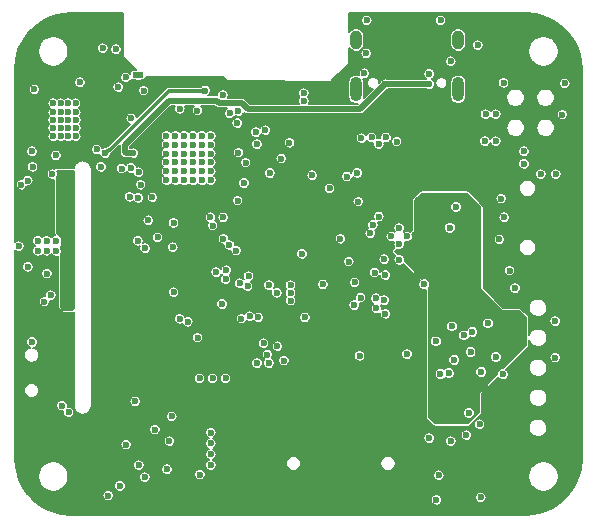
<source format=gbr>
G04 #@! TF.GenerationSoftware,KiCad,Pcbnew,5.0.2-bee76a0~70~ubuntu18.04.1*
G04 #@! TF.CreationDate,2019-04-08T17:38:34+02:00*
G04 #@! TF.ProjectId,anotterwatch,616e6f74-7465-4727-9761-7463682e6b69,rev?*
G04 #@! TF.SameCoordinates,Original*
G04 #@! TF.FileFunction,Copper,L3,Inr*
G04 #@! TF.FilePolarity,Positive*
%FSLAX46Y46*%
G04 Gerber Fmt 4.6, Leading zero omitted, Abs format (unit mm)*
G04 Created by KiCad (PCBNEW 5.0.2-bee76a0~70~ubuntu18.04.1) date Mo 08 Apr 2019 17:38:34 CEST*
%MOMM*%
%LPD*%
G01*
G04 APERTURE LIST*
G04 #@! TA.AperFunction,ViaPad*
%ADD10O,1.000000X2.100000*%
G04 #@! TD*
G04 #@! TA.AperFunction,ViaPad*
%ADD11O,1.000000X1.600000*%
G04 #@! TD*
G04 #@! TA.AperFunction,ViaPad*
%ADD12R,0.900000X0.500000*%
G04 #@! TD*
G04 #@! TA.AperFunction,ViaPad*
%ADD13C,0.600000*%
G04 #@! TD*
G04 #@! TA.AperFunction,Conductor*
%ADD14C,0.500000*%
G04 #@! TD*
G04 #@! TA.AperFunction,Conductor*
%ADD15C,0.300000*%
G04 #@! TD*
G04 #@! TA.AperFunction,Conductor*
%ADD16C,0.127000*%
G04 #@! TD*
G04 #@! TA.AperFunction,Conductor*
%ADD17C,0.150000*%
G04 #@! TD*
G04 APERTURE END LIST*
D10*
G04 #@! TO.N,GND*
G04 #@! TO.C,J4*
X107160600Y-75221500D03*
X115800600Y-75221500D03*
D11*
X107160600Y-71041500D03*
X115800600Y-71041500D03*
G04 #@! TD*
D12*
G04 #@! TO.N,GND*
G04 #@! TO.C,AE1*
X88679600Y-74015600D03*
G04 #@! TD*
D13*
G04 #@! TO.N,GND*
X80950000Y-88890000D03*
X93340000Y-81410000D03*
X93340000Y-80660000D03*
X92590000Y-80660000D03*
X92590000Y-81410000D03*
X92590000Y-82160000D03*
X93340000Y-82160000D03*
X94090000Y-82160000D03*
X94090000Y-81410000D03*
X94090000Y-80660000D03*
X94090000Y-79910000D03*
X93340000Y-79910000D03*
X92590000Y-79910000D03*
X91840000Y-79910000D03*
X91840000Y-80660000D03*
X91840000Y-81410000D03*
X91840000Y-82160000D03*
X91090000Y-82160000D03*
X91090000Y-81410000D03*
X91090000Y-80660000D03*
X91090000Y-79910000D03*
X91090000Y-79160000D03*
X91840000Y-79160000D03*
X92590000Y-79160000D03*
X93340000Y-79160000D03*
X94090000Y-79160000D03*
X94840000Y-79160000D03*
X94840000Y-79910000D03*
X94840000Y-80660000D03*
X94840000Y-81410000D03*
X94840000Y-82160000D03*
X94840000Y-82910000D03*
X94090000Y-82910000D03*
X93340000Y-82910000D03*
X92590000Y-82910000D03*
X91840000Y-82910000D03*
X91090000Y-82910000D03*
G04 #@! TO.N,PROBE1*
X115265200Y-95300800D03*
X116298130Y-96062800D03*
G04 #@! TO.N,GNDA*
X112522000Y-85648800D03*
X112776000Y-87630000D03*
X115265200Y-87630000D03*
X112217200Y-89154000D03*
X119684800Y-94494000D03*
X116789200Y-100939600D03*
X113741200Y-102463600D03*
X115569375Y-86005025D03*
G04 #@! TO.N,ADC_REF*
X116687600Y-102616000D03*
X120142000Y-90576400D03*
G04 #@! TO.N,AFE_ENABLE*
X116992400Y-95758000D03*
X115073259Y-86928795D03*
X107028041Y-91572506D03*
X106982600Y-93492507D03*
X108864400Y-93776800D03*
X106527600Y-89814400D03*
X98044000Y-91033600D03*
G04 #@! TO.N,SE_ENABLE*
X120599200Y-92049600D03*
X117602000Y-103581194D03*
X97282000Y-91643200D03*
G04 #@! TO.N,GND*
X101600000Y-92456000D03*
X101600000Y-93116400D03*
X99771200Y-91795600D03*
X101600000Y-91795600D03*
X111455200Y-87680800D03*
X110794800Y-88341200D03*
X110794800Y-86969600D03*
X81500000Y-77828400D03*
X82143600Y-77825600D03*
X81500000Y-78488800D03*
X82143600Y-78486000D03*
X83413600Y-78486000D03*
X82753200Y-78486000D03*
X81500000Y-77168000D03*
X82143600Y-77165200D03*
X83413600Y-77165200D03*
X82753200Y-77165200D03*
X83413600Y-77825600D03*
X82753200Y-77825600D03*
X82143600Y-76403200D03*
X82753200Y-76403200D03*
X83413600Y-79197200D03*
X81500000Y-76400000D03*
X81500000Y-79200000D03*
X83400000Y-76400000D03*
X81750000Y-88900000D03*
X81750000Y-88050000D03*
X80200000Y-88050000D03*
X80200000Y-88900000D03*
X79350000Y-82950000D03*
X88679600Y-74015600D03*
X78802010Y-83300000D03*
X80750000Y-93200000D03*
X81300000Y-92650000D03*
X82753200Y-79197200D03*
X82753200Y-79197200D03*
X82143600Y-79197200D03*
X110128410Y-87680800D03*
X80949800Y-88036400D03*
X81737200Y-80822800D03*
X81432400Y-82397600D03*
X78587600Y-88493600D03*
X100431600Y-92456000D03*
X118973600Y-77317600D03*
X118110000Y-77317600D03*
X124053600Y-82397600D03*
X122783600Y-82397600D03*
X121361200Y-81534000D03*
X121361200Y-80467200D03*
X118973600Y-79603600D03*
X118059200Y-79603600D03*
X114300000Y-69392800D03*
X108051600Y-69392800D03*
X108000800Y-72186800D03*
X113334800Y-73914000D03*
X107594400Y-79349600D03*
X107848400Y-73863200D03*
X119634000Y-74676000D03*
X110591600Y-79654400D03*
X112877600Y-91735389D03*
X115620800Y-85191600D03*
X102717600Y-75539600D03*
X102717600Y-76200000D03*
X83769200Y-74625200D03*
X85547200Y-81788000D03*
X94843600Y-107035600D03*
X94843600Y-106121200D03*
X94843600Y-105206800D03*
X93929200Y-107848400D03*
X91135200Y-107391200D03*
X88747600Y-107035600D03*
X91541600Y-102920800D03*
X90119200Y-104038400D03*
X94843600Y-104292400D03*
X107334410Y-84734400D03*
X119594958Y-99353042D03*
X118313200Y-95046800D03*
X111455200Y-97637600D03*
X107442000Y-97790000D03*
X110794800Y-89650977D03*
X109526768Y-93077789D03*
X113334800Y-104749600D03*
X114147600Y-107899200D03*
X114291995Y-99314567D03*
X96164400Y-90525600D03*
X105816400Y-87878010D03*
X89550000Y-86310002D03*
X91690000Y-86540000D03*
X88105097Y-77678887D03*
X95294810Y-90700000D03*
X93725579Y-96246523D03*
X92216153Y-94653223D03*
X96100000Y-91300000D03*
X93900000Y-99700000D03*
X95000000Y-99700000D03*
X96100000Y-99700000D03*
X89165763Y-75334844D03*
X79710000Y-96620000D03*
G04 #@! TO.N,BUF_ENABLE*
X109626400Y-94234000D03*
X97960553Y-91904182D03*
X95919559Y-87887070D03*
G04 #@! TO.N,MUX_ENABLE*
X115163600Y-105003600D03*
X97434400Y-94640400D03*
X115017190Y-99263200D03*
G04 #@! TO.N,MUX_CH1*
X113893600Y-96570800D03*
X98862407Y-94539628D03*
G04 #@! TO.N,MUX_CH2*
X116484400Y-104495600D03*
X98143262Y-94432969D03*
G04 #@! TO.N,VBUS*
X109626400Y-74777600D03*
X113334800Y-74777600D03*
X87630000Y-80568800D03*
X88290400Y-80619600D03*
X79908400Y-75234800D03*
X85191600Y-80314800D03*
X109067600Y-79857600D03*
X107238800Y-82296000D03*
G04 #@! TO.N,IPS_LED*
X91338400Y-105003600D03*
G04 #@! TO.N,+BATT*
X83000000Y-86950000D03*
X82905600Y-92557600D03*
X82905600Y-93268800D03*
X82397600Y-82397600D03*
X82448400Y-86512400D03*
G04 #@! TO.N,IPS_MOSI*
X89893403Y-84367362D03*
X91700000Y-92400000D03*
G04 #@! TO.N,IPS_LED*
X97088835Y-78076395D03*
G04 #@! TO.N,+BATT*
X85895979Y-80619608D03*
G04 #@! TO.N,TXD*
X108458000Y-79298800D03*
X88727664Y-82242010D03*
G04 #@! TO.N,RXD*
X109677200Y-79298800D03*
X88090000Y-81880000D03*
G04 #@! TO.N,BTN_UP*
X119278400Y-87934800D03*
X95870000Y-75712010D03*
G04 #@! TO.N,BTN_CNTR*
X119684800Y-86055200D03*
X100813542Y-81087514D03*
X97172964Y-77072384D03*
G04 #@! TO.N,BTN_DOWN*
X119430800Y-84480400D03*
X106375200Y-82606790D03*
X93714485Y-77020821D03*
G04 #@! TO.N,ADC_SCK*
X108559515Y-86709610D03*
X94810000Y-86050000D03*
X95800000Y-93400000D03*
G04 #@! TO.N,IPS_DC*
X98660456Y-78853585D03*
X92900000Y-94900000D03*
G04 #@! TO.N,WAKE1*
X90344983Y-87762068D03*
X96447570Y-77258480D03*
G04 #@! TO.N,I2C_SCL*
X124612400Y-77368400D03*
X108708722Y-90741476D03*
X96422786Y-88411769D03*
X88663450Y-88051464D03*
X87968525Y-84322005D03*
G04 #@! TO.N,I2C_SDA*
X124815600Y-74726800D03*
X96995997Y-88881781D03*
X109626400Y-90943022D03*
X89280002Y-88679941D03*
X87290000Y-81930000D03*
X88689696Y-84413978D03*
G04 #@! TO.N,SD_DATA2*
X99314000Y-96723200D03*
X97188547Y-80588538D03*
G04 #@! TO.N,SD_DATA3*
X100482400Y-96977200D03*
X97800000Y-81430000D03*
G04 #@! TO.N,SD_CMD*
X101041200Y-98196400D03*
X97653364Y-83157855D03*
G04 #@! TO.N,SD_DATA1*
X98756166Y-98405590D03*
X97120032Y-84650032D03*
G04 #@! TO.N,PARTY_ENABLE*
X88442800Y-101650800D03*
X87680800Y-105308400D03*
G04 #@! TO.N,ESP32_DAC*
X99466400Y-78678590D03*
X104901375Y-83617425D03*
G04 #@! TO.N,Net-(D2-Pad1)*
X85699600Y-71729600D03*
X86156800Y-109626400D03*
G04 #@! TO.N,ADC_MISO*
X109073590Y-85998410D03*
X95893487Y-86069575D03*
X91630000Y-88590000D03*
X88910000Y-83300000D03*
G04 #@! TO.N,ADC_CS*
X108345263Y-87404335D03*
X95002827Y-86760591D03*
G04 #@! TO.N,ADC_CH_SEL*
X101506349Y-79748051D03*
X109524800Y-89611200D03*
G04 #@! TO.N,Net-(D1-Pad1)*
X117449600Y-71475600D03*
X86817200Y-71831200D03*
G04 #@! TO.N,+BATT*
X94370000Y-75330000D03*
G04 #@! TO.N,ESP_ADC*
X103428800Y-82499200D03*
G04 #@! TO.N,+3V3*
X80009377Y-90906076D03*
X98644655Y-80576144D03*
X118211600Y-74574400D03*
G04 #@! TO.N,ESP_ADC*
X92230000Y-76870000D03*
G04 #@! TO.N,+3V3*
X84988400Y-74523600D03*
X84582000Y-105867200D03*
X114147600Y-108661200D03*
X115468400Y-98145600D03*
X117754400Y-99161600D03*
X118465600Y-101142800D03*
X105511600Y-97637600D03*
X106121200Y-91440000D03*
X79502000Y-86360000D03*
X79298800Y-86969600D03*
X97942400Y-95554800D03*
X112725200Y-92557600D03*
X115417600Y-106426000D03*
X106290621Y-84632800D03*
X102057200Y-80772000D03*
X91450000Y-77590000D03*
X87830000Y-87520000D03*
X90978546Y-88912730D03*
X87619988Y-84960023D03*
X89275793Y-83983820D03*
X85360000Y-83580000D03*
X88660092Y-77123892D03*
X88700000Y-80000000D03*
X93728107Y-96973531D03*
G04 #@! TO.N,Net-(C28-Pad1)*
X79350000Y-90250000D03*
X80975200Y-90830400D03*
G04 #@! TO.N,Net-(J3-Pad1)*
X124002800Y-94843600D03*
X116840000Y-97485200D03*
X102565200Y-89154000D03*
G04 #@! TO.N,Net-(J3-Pad2)*
X118973600Y-97897600D03*
X104343200Y-91744800D03*
G04 #@! TO.N,Net-(J3-Pad3)*
X124002800Y-97942400D03*
X102819200Y-94538789D03*
G04 #@! TO.N,Net-(C15-Pad1)*
X108818632Y-92913200D03*
X107537610Y-92853528D03*
G04 #@! TO.N,Net-(BT1-Pad1)*
X79705200Y-80467200D03*
X82804000Y-102565200D03*
X82245200Y-102006400D03*
X79756000Y-81788000D03*
G04 #@! TO.N,Net-(D3-Pad1)*
X89255600Y-108051600D03*
X117703600Y-109778800D03*
G04 #@! TO.N,Net-(J1-Pad5)*
X98755200Y-79857596D03*
X99760178Y-98398116D03*
G04 #@! TO.N,Net-(J1-Pad7)*
X99629972Y-97682859D03*
X99850000Y-82310000D03*
G04 #@! TO.N,Net-(C31-Pad1)*
X115163600Y-72847200D03*
X113944400Y-109982000D03*
X87014410Y-75031600D03*
X87642261Y-74206539D03*
X87155123Y-108801791D03*
G04 #@! TD*
D14*
G04 #@! TO.N,VBUS*
X113334800Y-74777600D02*
X109626400Y-74777600D01*
X87680800Y-80619600D02*
X87630000Y-80568800D01*
X88290400Y-80619600D02*
X87680800Y-80619600D01*
X87579200Y-79920800D02*
X87579200Y-80568800D01*
X107492800Y-76911200D02*
X97993200Y-76911200D01*
X109626400Y-74777600D02*
X107492800Y-76911200D01*
X97993200Y-76911200D02*
X97471011Y-76389011D01*
X97471011Y-76389011D02*
X95545039Y-76389011D01*
X95545039Y-76389011D02*
X95336866Y-76180838D01*
X91319162Y-76180838D02*
X87579200Y-79920800D01*
X95336866Y-76180838D02*
X91319162Y-76180838D01*
D15*
G04 #@! TO.N,+BATT*
X86195978Y-80319609D02*
X86280391Y-80319609D01*
X93945736Y-75330000D02*
X94370000Y-75330000D01*
X85895979Y-80619608D02*
X86195978Y-80319609D01*
X91270000Y-75330000D02*
X93945736Y-75330000D01*
X86280391Y-80319609D02*
X91270000Y-75330000D01*
G04 #@! TD*
D16*
G04 #@! TO.N,+BATT*
G36*
X83234501Y-93764497D02*
X83133298Y-93865700D01*
X82373102Y-93865700D01*
X82156557Y-93649155D01*
X82200913Y-89093136D01*
X82221650Y-89043073D01*
X82240500Y-88948310D01*
X82240500Y-88851690D01*
X82221650Y-88756927D01*
X82204588Y-88715735D01*
X82209388Y-88222676D01*
X82221650Y-88193073D01*
X82240500Y-88098310D01*
X82240500Y-88001690D01*
X82221650Y-87906927D01*
X82212673Y-87885254D01*
X82213497Y-87800618D01*
X82212398Y-87788219D01*
X82208900Y-87776272D01*
X82203139Y-87765237D01*
X82194901Y-87755099D01*
X81813500Y-87373698D01*
X81813500Y-83600000D01*
X81813496Y-83599294D01*
X81803722Y-82719949D01*
X81813396Y-82710275D01*
X81867075Y-82629939D01*
X81904050Y-82540673D01*
X81922900Y-82445910D01*
X81922900Y-82349290D01*
X81904050Y-82254527D01*
X81867075Y-82165261D01*
X81827144Y-82105500D01*
X83234500Y-82105500D01*
X83234501Y-93764497D01*
X83234501Y-93764497D01*
G37*
X83234501Y-93764497D02*
X83133298Y-93865700D01*
X82373102Y-93865700D01*
X82156557Y-93649155D01*
X82200913Y-89093136D01*
X82221650Y-89043073D01*
X82240500Y-88948310D01*
X82240500Y-88851690D01*
X82221650Y-88756927D01*
X82204588Y-88715735D01*
X82209388Y-88222676D01*
X82221650Y-88193073D01*
X82240500Y-88098310D01*
X82240500Y-88001690D01*
X82221650Y-87906927D01*
X82212673Y-87885254D01*
X82213497Y-87800618D01*
X82212398Y-87788219D01*
X82208900Y-87776272D01*
X82203139Y-87765237D01*
X82194901Y-87755099D01*
X81813500Y-87373698D01*
X81813500Y-83600000D01*
X81813496Y-83599294D01*
X81803722Y-82719949D01*
X81813396Y-82710275D01*
X81867075Y-82629939D01*
X81904050Y-82540673D01*
X81922900Y-82445910D01*
X81922900Y-82349290D01*
X81904050Y-82254527D01*
X81867075Y-82165261D01*
X81827144Y-82105500D01*
X83234500Y-82105500D01*
X83234501Y-93764497D01*
D17*
G04 #@! TO.N,GNDA*
G36*
X117679400Y-85221735D02*
X117679400Y-92151200D01*
X117685109Y-92179901D01*
X117701367Y-92204233D01*
X119479367Y-93982233D01*
X119503699Y-93998491D01*
X119532400Y-94004200D01*
X120974534Y-94004200D01*
X121540200Y-94569866D01*
X121540200Y-96895334D01*
X119584492Y-98851042D01*
X119495104Y-98851042D01*
X119310598Y-98927467D01*
X119169383Y-99068682D01*
X119092958Y-99253188D01*
X119092958Y-99342576D01*
X117599767Y-100835767D01*
X117583509Y-100860099D01*
X117577800Y-100888800D01*
X117577800Y-102534134D01*
X116605734Y-103506200D01*
X113823066Y-103506200D01*
X113308200Y-102991334D01*
X113308200Y-102516146D01*
X116185600Y-102516146D01*
X116185600Y-102715854D01*
X116262025Y-102900360D01*
X116403240Y-103041575D01*
X116587746Y-103118000D01*
X116787454Y-103118000D01*
X116971960Y-103041575D01*
X117113175Y-102900360D01*
X117189600Y-102715854D01*
X117189600Y-102516146D01*
X117113175Y-102331640D01*
X116971960Y-102190425D01*
X116787454Y-102114000D01*
X116587746Y-102114000D01*
X116403240Y-102190425D01*
X116262025Y-102331640D01*
X116185600Y-102516146D01*
X113308200Y-102516146D01*
X113308200Y-99214713D01*
X113789995Y-99214713D01*
X113789995Y-99414421D01*
X113866420Y-99598927D01*
X114007635Y-99740142D01*
X114192141Y-99816567D01*
X114391849Y-99816567D01*
X114576355Y-99740142D01*
X114680276Y-99636221D01*
X114732830Y-99688775D01*
X114917336Y-99765200D01*
X115117044Y-99765200D01*
X115301550Y-99688775D01*
X115442765Y-99547560D01*
X115519190Y-99363054D01*
X115519190Y-99163346D01*
X115477106Y-99061746D01*
X117252400Y-99061746D01*
X117252400Y-99261454D01*
X117328825Y-99445960D01*
X117470040Y-99587175D01*
X117654546Y-99663600D01*
X117854254Y-99663600D01*
X118038760Y-99587175D01*
X118179975Y-99445960D01*
X118256400Y-99261454D01*
X118256400Y-99061746D01*
X118179975Y-98877240D01*
X118038760Y-98736025D01*
X117854254Y-98659600D01*
X117654546Y-98659600D01*
X117470040Y-98736025D01*
X117328825Y-98877240D01*
X117252400Y-99061746D01*
X115477106Y-99061746D01*
X115442765Y-98978840D01*
X115301550Y-98837625D01*
X115117044Y-98761200D01*
X114917336Y-98761200D01*
X114732830Y-98837625D01*
X114628909Y-98941546D01*
X114576355Y-98888992D01*
X114391849Y-98812567D01*
X114192141Y-98812567D01*
X114007635Y-98888992D01*
X113866420Y-99030207D01*
X113789995Y-99214713D01*
X113308200Y-99214713D01*
X113308200Y-98045746D01*
X114966400Y-98045746D01*
X114966400Y-98245454D01*
X115042825Y-98429960D01*
X115184040Y-98571175D01*
X115368546Y-98647600D01*
X115568254Y-98647600D01*
X115752760Y-98571175D01*
X115893975Y-98429960D01*
X115970400Y-98245454D01*
X115970400Y-98045746D01*
X115893975Y-97861240D01*
X115752760Y-97720025D01*
X115568254Y-97643600D01*
X115368546Y-97643600D01*
X115184040Y-97720025D01*
X115042825Y-97861240D01*
X114966400Y-98045746D01*
X113308200Y-98045746D01*
X113308200Y-97385346D01*
X116338000Y-97385346D01*
X116338000Y-97585054D01*
X116414425Y-97769560D01*
X116555640Y-97910775D01*
X116740146Y-97987200D01*
X116939854Y-97987200D01*
X117124360Y-97910775D01*
X117237389Y-97797746D01*
X118471600Y-97797746D01*
X118471600Y-97997454D01*
X118548025Y-98181960D01*
X118689240Y-98323175D01*
X118873746Y-98399600D01*
X119073454Y-98399600D01*
X119257960Y-98323175D01*
X119399175Y-98181960D01*
X119475600Y-97997454D01*
X119475600Y-97797746D01*
X119399175Y-97613240D01*
X119257960Y-97472025D01*
X119073454Y-97395600D01*
X118873746Y-97395600D01*
X118689240Y-97472025D01*
X118548025Y-97613240D01*
X118471600Y-97797746D01*
X117237389Y-97797746D01*
X117265575Y-97769560D01*
X117342000Y-97585054D01*
X117342000Y-97385346D01*
X117265575Y-97200840D01*
X117124360Y-97059625D01*
X116939854Y-96983200D01*
X116740146Y-96983200D01*
X116555640Y-97059625D01*
X116414425Y-97200840D01*
X116338000Y-97385346D01*
X113308200Y-97385346D01*
X113308200Y-96470946D01*
X113391600Y-96470946D01*
X113391600Y-96670654D01*
X113468025Y-96855160D01*
X113609240Y-96996375D01*
X113793746Y-97072800D01*
X113993454Y-97072800D01*
X114177960Y-96996375D01*
X114319175Y-96855160D01*
X114395600Y-96670654D01*
X114395600Y-96470946D01*
X114319175Y-96286440D01*
X114177960Y-96145225D01*
X113993454Y-96068800D01*
X113793746Y-96068800D01*
X113609240Y-96145225D01*
X113468025Y-96286440D01*
X113391600Y-96470946D01*
X113308200Y-96470946D01*
X113308200Y-95962946D01*
X115796130Y-95962946D01*
X115796130Y-96162654D01*
X115872555Y-96347160D01*
X116013770Y-96488375D01*
X116198276Y-96564800D01*
X116397984Y-96564800D01*
X116582490Y-96488375D01*
X116723705Y-96347160D01*
X116779247Y-96213070D01*
X116892546Y-96260000D01*
X117092254Y-96260000D01*
X117276760Y-96183575D01*
X117417975Y-96042360D01*
X117494400Y-95857854D01*
X117494400Y-95658146D01*
X117417975Y-95473640D01*
X117276760Y-95332425D01*
X117092254Y-95256000D01*
X116892546Y-95256000D01*
X116708040Y-95332425D01*
X116566825Y-95473640D01*
X116511283Y-95607730D01*
X116397984Y-95560800D01*
X116198276Y-95560800D01*
X116013770Y-95637225D01*
X115872555Y-95778440D01*
X115796130Y-95962946D01*
X113308200Y-95962946D01*
X113308200Y-95200946D01*
X114763200Y-95200946D01*
X114763200Y-95400654D01*
X114839625Y-95585160D01*
X114980840Y-95726375D01*
X115165346Y-95802800D01*
X115365054Y-95802800D01*
X115549560Y-95726375D01*
X115690775Y-95585160D01*
X115767200Y-95400654D01*
X115767200Y-95200946D01*
X115690775Y-95016440D01*
X115621281Y-94946946D01*
X117811200Y-94946946D01*
X117811200Y-95146654D01*
X117887625Y-95331160D01*
X118028840Y-95472375D01*
X118213346Y-95548800D01*
X118413054Y-95548800D01*
X118597560Y-95472375D01*
X118738775Y-95331160D01*
X118815200Y-95146654D01*
X118815200Y-94946946D01*
X118738775Y-94762440D01*
X118597560Y-94621225D01*
X118413054Y-94544800D01*
X118213346Y-94544800D01*
X118028840Y-94621225D01*
X117887625Y-94762440D01*
X117811200Y-94946946D01*
X115621281Y-94946946D01*
X115549560Y-94875225D01*
X115365054Y-94798800D01*
X115165346Y-94798800D01*
X114980840Y-94875225D01*
X114839625Y-95016440D01*
X114763200Y-95200946D01*
X113308200Y-95200946D01*
X113308200Y-92007618D01*
X113379600Y-91835243D01*
X113379600Y-91635535D01*
X113303175Y-91451029D01*
X113161960Y-91309814D01*
X112977454Y-91233389D01*
X112777746Y-91233389D01*
X112741336Y-91248470D01*
X111281246Y-89788380D01*
X111296800Y-89750831D01*
X111296800Y-89551123D01*
X111220375Y-89366617D01*
X111079160Y-89225402D01*
X110894654Y-89148977D01*
X110694946Y-89148977D01*
X110657397Y-89164531D01*
X110443666Y-88950800D01*
X110593349Y-88801117D01*
X110694946Y-88843200D01*
X110894654Y-88843200D01*
X111079160Y-88766775D01*
X111220375Y-88625560D01*
X111296800Y-88441054D01*
X111296800Y-88241346D01*
X111255402Y-88141402D01*
X111355346Y-88182800D01*
X111555054Y-88182800D01*
X111739560Y-88106375D01*
X111880775Y-87965160D01*
X111957200Y-87780654D01*
X111957200Y-87580946D01*
X111915117Y-87479349D01*
X112117833Y-87276633D01*
X112134091Y-87252301D01*
X112139800Y-87223600D01*
X112139800Y-86828941D01*
X114571259Y-86828941D01*
X114571259Y-87028649D01*
X114647684Y-87213155D01*
X114788899Y-87354370D01*
X114973405Y-87430795D01*
X115173113Y-87430795D01*
X115357619Y-87354370D01*
X115498834Y-87213155D01*
X115575259Y-87028649D01*
X115575259Y-86828941D01*
X115498834Y-86644435D01*
X115357619Y-86503220D01*
X115173113Y-86426795D01*
X114973405Y-86426795D01*
X114788899Y-86503220D01*
X114647684Y-86644435D01*
X114571259Y-86828941D01*
X112139800Y-86828941D01*
X112139800Y-85091746D01*
X115118800Y-85091746D01*
X115118800Y-85291454D01*
X115195225Y-85475960D01*
X115336440Y-85617175D01*
X115520946Y-85693600D01*
X115720654Y-85693600D01*
X115905160Y-85617175D01*
X116046375Y-85475960D01*
X116122800Y-85291454D01*
X116122800Y-85091746D01*
X116046375Y-84907240D01*
X115905160Y-84766025D01*
X115720654Y-84689600D01*
X115520946Y-84689600D01*
X115336440Y-84766025D01*
X115195225Y-84907240D01*
X115118800Y-85091746D01*
X112139800Y-85091746D01*
X112139800Y-84564193D01*
X112703574Y-84047400D01*
X116553995Y-84047400D01*
X117679400Y-85221735D01*
X117679400Y-85221735D01*
G37*
X117679400Y-85221735D02*
X117679400Y-92151200D01*
X117685109Y-92179901D01*
X117701367Y-92204233D01*
X119479367Y-93982233D01*
X119503699Y-93998491D01*
X119532400Y-94004200D01*
X120974534Y-94004200D01*
X121540200Y-94569866D01*
X121540200Y-96895334D01*
X119584492Y-98851042D01*
X119495104Y-98851042D01*
X119310598Y-98927467D01*
X119169383Y-99068682D01*
X119092958Y-99253188D01*
X119092958Y-99342576D01*
X117599767Y-100835767D01*
X117583509Y-100860099D01*
X117577800Y-100888800D01*
X117577800Y-102534134D01*
X116605734Y-103506200D01*
X113823066Y-103506200D01*
X113308200Y-102991334D01*
X113308200Y-102516146D01*
X116185600Y-102516146D01*
X116185600Y-102715854D01*
X116262025Y-102900360D01*
X116403240Y-103041575D01*
X116587746Y-103118000D01*
X116787454Y-103118000D01*
X116971960Y-103041575D01*
X117113175Y-102900360D01*
X117189600Y-102715854D01*
X117189600Y-102516146D01*
X117113175Y-102331640D01*
X116971960Y-102190425D01*
X116787454Y-102114000D01*
X116587746Y-102114000D01*
X116403240Y-102190425D01*
X116262025Y-102331640D01*
X116185600Y-102516146D01*
X113308200Y-102516146D01*
X113308200Y-99214713D01*
X113789995Y-99214713D01*
X113789995Y-99414421D01*
X113866420Y-99598927D01*
X114007635Y-99740142D01*
X114192141Y-99816567D01*
X114391849Y-99816567D01*
X114576355Y-99740142D01*
X114680276Y-99636221D01*
X114732830Y-99688775D01*
X114917336Y-99765200D01*
X115117044Y-99765200D01*
X115301550Y-99688775D01*
X115442765Y-99547560D01*
X115519190Y-99363054D01*
X115519190Y-99163346D01*
X115477106Y-99061746D01*
X117252400Y-99061746D01*
X117252400Y-99261454D01*
X117328825Y-99445960D01*
X117470040Y-99587175D01*
X117654546Y-99663600D01*
X117854254Y-99663600D01*
X118038760Y-99587175D01*
X118179975Y-99445960D01*
X118256400Y-99261454D01*
X118256400Y-99061746D01*
X118179975Y-98877240D01*
X118038760Y-98736025D01*
X117854254Y-98659600D01*
X117654546Y-98659600D01*
X117470040Y-98736025D01*
X117328825Y-98877240D01*
X117252400Y-99061746D01*
X115477106Y-99061746D01*
X115442765Y-98978840D01*
X115301550Y-98837625D01*
X115117044Y-98761200D01*
X114917336Y-98761200D01*
X114732830Y-98837625D01*
X114628909Y-98941546D01*
X114576355Y-98888992D01*
X114391849Y-98812567D01*
X114192141Y-98812567D01*
X114007635Y-98888992D01*
X113866420Y-99030207D01*
X113789995Y-99214713D01*
X113308200Y-99214713D01*
X113308200Y-98045746D01*
X114966400Y-98045746D01*
X114966400Y-98245454D01*
X115042825Y-98429960D01*
X115184040Y-98571175D01*
X115368546Y-98647600D01*
X115568254Y-98647600D01*
X115752760Y-98571175D01*
X115893975Y-98429960D01*
X115970400Y-98245454D01*
X115970400Y-98045746D01*
X115893975Y-97861240D01*
X115752760Y-97720025D01*
X115568254Y-97643600D01*
X115368546Y-97643600D01*
X115184040Y-97720025D01*
X115042825Y-97861240D01*
X114966400Y-98045746D01*
X113308200Y-98045746D01*
X113308200Y-97385346D01*
X116338000Y-97385346D01*
X116338000Y-97585054D01*
X116414425Y-97769560D01*
X116555640Y-97910775D01*
X116740146Y-97987200D01*
X116939854Y-97987200D01*
X117124360Y-97910775D01*
X117237389Y-97797746D01*
X118471600Y-97797746D01*
X118471600Y-97997454D01*
X118548025Y-98181960D01*
X118689240Y-98323175D01*
X118873746Y-98399600D01*
X119073454Y-98399600D01*
X119257960Y-98323175D01*
X119399175Y-98181960D01*
X119475600Y-97997454D01*
X119475600Y-97797746D01*
X119399175Y-97613240D01*
X119257960Y-97472025D01*
X119073454Y-97395600D01*
X118873746Y-97395600D01*
X118689240Y-97472025D01*
X118548025Y-97613240D01*
X118471600Y-97797746D01*
X117237389Y-97797746D01*
X117265575Y-97769560D01*
X117342000Y-97585054D01*
X117342000Y-97385346D01*
X117265575Y-97200840D01*
X117124360Y-97059625D01*
X116939854Y-96983200D01*
X116740146Y-96983200D01*
X116555640Y-97059625D01*
X116414425Y-97200840D01*
X116338000Y-97385346D01*
X113308200Y-97385346D01*
X113308200Y-96470946D01*
X113391600Y-96470946D01*
X113391600Y-96670654D01*
X113468025Y-96855160D01*
X113609240Y-96996375D01*
X113793746Y-97072800D01*
X113993454Y-97072800D01*
X114177960Y-96996375D01*
X114319175Y-96855160D01*
X114395600Y-96670654D01*
X114395600Y-96470946D01*
X114319175Y-96286440D01*
X114177960Y-96145225D01*
X113993454Y-96068800D01*
X113793746Y-96068800D01*
X113609240Y-96145225D01*
X113468025Y-96286440D01*
X113391600Y-96470946D01*
X113308200Y-96470946D01*
X113308200Y-95962946D01*
X115796130Y-95962946D01*
X115796130Y-96162654D01*
X115872555Y-96347160D01*
X116013770Y-96488375D01*
X116198276Y-96564800D01*
X116397984Y-96564800D01*
X116582490Y-96488375D01*
X116723705Y-96347160D01*
X116779247Y-96213070D01*
X116892546Y-96260000D01*
X117092254Y-96260000D01*
X117276760Y-96183575D01*
X117417975Y-96042360D01*
X117494400Y-95857854D01*
X117494400Y-95658146D01*
X117417975Y-95473640D01*
X117276760Y-95332425D01*
X117092254Y-95256000D01*
X116892546Y-95256000D01*
X116708040Y-95332425D01*
X116566825Y-95473640D01*
X116511283Y-95607730D01*
X116397984Y-95560800D01*
X116198276Y-95560800D01*
X116013770Y-95637225D01*
X115872555Y-95778440D01*
X115796130Y-95962946D01*
X113308200Y-95962946D01*
X113308200Y-95200946D01*
X114763200Y-95200946D01*
X114763200Y-95400654D01*
X114839625Y-95585160D01*
X114980840Y-95726375D01*
X115165346Y-95802800D01*
X115365054Y-95802800D01*
X115549560Y-95726375D01*
X115690775Y-95585160D01*
X115767200Y-95400654D01*
X115767200Y-95200946D01*
X115690775Y-95016440D01*
X115621281Y-94946946D01*
X117811200Y-94946946D01*
X117811200Y-95146654D01*
X117887625Y-95331160D01*
X118028840Y-95472375D01*
X118213346Y-95548800D01*
X118413054Y-95548800D01*
X118597560Y-95472375D01*
X118738775Y-95331160D01*
X118815200Y-95146654D01*
X118815200Y-94946946D01*
X118738775Y-94762440D01*
X118597560Y-94621225D01*
X118413054Y-94544800D01*
X118213346Y-94544800D01*
X118028840Y-94621225D01*
X117887625Y-94762440D01*
X117811200Y-94946946D01*
X115621281Y-94946946D01*
X115549560Y-94875225D01*
X115365054Y-94798800D01*
X115165346Y-94798800D01*
X114980840Y-94875225D01*
X114839625Y-95016440D01*
X114763200Y-95200946D01*
X113308200Y-95200946D01*
X113308200Y-92007618D01*
X113379600Y-91835243D01*
X113379600Y-91635535D01*
X113303175Y-91451029D01*
X113161960Y-91309814D01*
X112977454Y-91233389D01*
X112777746Y-91233389D01*
X112741336Y-91248470D01*
X111281246Y-89788380D01*
X111296800Y-89750831D01*
X111296800Y-89551123D01*
X111220375Y-89366617D01*
X111079160Y-89225402D01*
X110894654Y-89148977D01*
X110694946Y-89148977D01*
X110657397Y-89164531D01*
X110443666Y-88950800D01*
X110593349Y-88801117D01*
X110694946Y-88843200D01*
X110894654Y-88843200D01*
X111079160Y-88766775D01*
X111220375Y-88625560D01*
X111296800Y-88441054D01*
X111296800Y-88241346D01*
X111255402Y-88141402D01*
X111355346Y-88182800D01*
X111555054Y-88182800D01*
X111739560Y-88106375D01*
X111880775Y-87965160D01*
X111957200Y-87780654D01*
X111957200Y-87580946D01*
X111915117Y-87479349D01*
X112117833Y-87276633D01*
X112134091Y-87252301D01*
X112139800Y-87223600D01*
X112139800Y-86828941D01*
X114571259Y-86828941D01*
X114571259Y-87028649D01*
X114647684Y-87213155D01*
X114788899Y-87354370D01*
X114973405Y-87430795D01*
X115173113Y-87430795D01*
X115357619Y-87354370D01*
X115498834Y-87213155D01*
X115575259Y-87028649D01*
X115575259Y-86828941D01*
X115498834Y-86644435D01*
X115357619Y-86503220D01*
X115173113Y-86426795D01*
X114973405Y-86426795D01*
X114788899Y-86503220D01*
X114647684Y-86644435D01*
X114571259Y-86828941D01*
X112139800Y-86828941D01*
X112139800Y-85091746D01*
X115118800Y-85091746D01*
X115118800Y-85291454D01*
X115195225Y-85475960D01*
X115336440Y-85617175D01*
X115520946Y-85693600D01*
X115720654Y-85693600D01*
X115905160Y-85617175D01*
X116046375Y-85475960D01*
X116122800Y-85291454D01*
X116122800Y-85091746D01*
X116046375Y-84907240D01*
X115905160Y-84766025D01*
X115720654Y-84689600D01*
X115520946Y-84689600D01*
X115336440Y-84766025D01*
X115195225Y-84907240D01*
X115118800Y-85091746D01*
X112139800Y-85091746D01*
X112139800Y-84564193D01*
X112703574Y-84047400D01*
X116553995Y-84047400D01*
X117679400Y-85221735D01*
D16*
G04 #@! TO.N,+3V3*
G36*
X87436500Y-72500000D02*
X87441611Y-72524959D01*
X87455607Y-72545404D01*
X88494626Y-73561306D01*
X88463547Y-73574179D01*
X88229600Y-73574179D01*
X88192256Y-73577857D01*
X88156346Y-73588750D01*
X88123252Y-73606439D01*
X88094245Y-73630245D01*
X88070439Y-73659252D01*
X88052750Y-73692346D01*
X88041857Y-73728256D01*
X88038179Y-73765600D01*
X88038179Y-73916196D01*
X88023257Y-73893864D01*
X87954936Y-73825543D01*
X87874600Y-73771864D01*
X87785334Y-73734889D01*
X87690571Y-73716039D01*
X87593951Y-73716039D01*
X87499188Y-73734889D01*
X87409922Y-73771864D01*
X87329586Y-73825543D01*
X87261265Y-73893864D01*
X87207586Y-73974200D01*
X87170611Y-74063466D01*
X87151761Y-74158229D01*
X87151761Y-74254849D01*
X87170611Y-74349612D01*
X87207586Y-74438878D01*
X87261265Y-74519214D01*
X87329586Y-74587535D01*
X87409922Y-74641214D01*
X87499188Y-74678189D01*
X87593951Y-74697039D01*
X87690571Y-74697039D01*
X87785334Y-74678189D01*
X87874600Y-74641214D01*
X87954936Y-74587535D01*
X88023257Y-74519214D01*
X88076936Y-74438878D01*
X88093181Y-74399659D01*
X88094245Y-74400955D01*
X88123252Y-74424761D01*
X88156346Y-74442450D01*
X88192256Y-74453343D01*
X88229600Y-74457021D01*
X88463547Y-74457021D01*
X88536527Y-74487250D01*
X88631290Y-74506100D01*
X88727910Y-74506100D01*
X88822673Y-74487250D01*
X88895653Y-74457021D01*
X89129600Y-74457021D01*
X89166944Y-74453343D01*
X89202854Y-74442450D01*
X89235948Y-74424761D01*
X89264955Y-74400955D01*
X89288761Y-74371948D01*
X89306450Y-74338854D01*
X89317343Y-74302944D01*
X89321021Y-74265600D01*
X89321021Y-74180700D01*
X95884098Y-74180700D01*
X96221099Y-74517701D01*
X96242439Y-74531767D01*
X96266799Y-74536295D01*
X97204254Y-74524502D01*
X104999682Y-74563499D01*
X105024300Y-74558666D01*
X105044901Y-74544901D01*
X106544901Y-73044901D01*
X106558666Y-73024300D01*
X106563500Y-73000000D01*
X106563500Y-72798890D01*
X114673100Y-72798890D01*
X114673100Y-72895510D01*
X114691950Y-72990273D01*
X114728925Y-73079539D01*
X114782604Y-73159875D01*
X114850925Y-73228196D01*
X114931261Y-73281875D01*
X115020527Y-73318850D01*
X115115290Y-73337700D01*
X115211910Y-73337700D01*
X115306673Y-73318850D01*
X115395939Y-73281875D01*
X115476275Y-73228196D01*
X115544596Y-73159875D01*
X115598275Y-73079539D01*
X115635250Y-72990273D01*
X115654100Y-72895510D01*
X115654100Y-72798890D01*
X115635250Y-72704127D01*
X115598275Y-72614861D01*
X115544596Y-72534525D01*
X115476275Y-72466204D01*
X115395939Y-72412525D01*
X115306673Y-72375550D01*
X115211910Y-72356700D01*
X115115290Y-72356700D01*
X115020527Y-72375550D01*
X114931261Y-72412525D01*
X114850925Y-72466204D01*
X114782604Y-72534525D01*
X114728925Y-72614861D01*
X114691950Y-72704127D01*
X114673100Y-72798890D01*
X106563500Y-72798890D01*
X106563500Y-72138490D01*
X107510300Y-72138490D01*
X107510300Y-72235110D01*
X107529150Y-72329873D01*
X107566125Y-72419139D01*
X107619804Y-72499475D01*
X107688125Y-72567796D01*
X107768461Y-72621475D01*
X107857727Y-72658450D01*
X107952490Y-72677300D01*
X108049110Y-72677300D01*
X108143873Y-72658450D01*
X108233139Y-72621475D01*
X108313475Y-72567796D01*
X108381796Y-72499475D01*
X108435475Y-72419139D01*
X108472450Y-72329873D01*
X108491300Y-72235110D01*
X108491300Y-72138490D01*
X108472450Y-72043727D01*
X108435475Y-71954461D01*
X108381796Y-71874125D01*
X108313475Y-71805804D01*
X108233139Y-71752125D01*
X108143873Y-71715150D01*
X108049110Y-71696300D01*
X107952490Y-71696300D01*
X107857727Y-71715150D01*
X107768461Y-71752125D01*
X107688125Y-71805804D01*
X107619804Y-71874125D01*
X107566125Y-71954461D01*
X107529150Y-72043727D01*
X107510300Y-72138490D01*
X106563500Y-72138490D01*
X106563500Y-71689199D01*
X106583693Y-71726977D01*
X106669981Y-71832120D01*
X106775124Y-71918408D01*
X106895080Y-71982525D01*
X107025239Y-72022009D01*
X107160600Y-72035341D01*
X107295962Y-72022009D01*
X107426121Y-71982525D01*
X107546077Y-71918408D01*
X107651220Y-71832120D01*
X107737508Y-71726977D01*
X107801625Y-71607021D01*
X107841109Y-71476862D01*
X107851100Y-71375422D01*
X107851100Y-70707579D01*
X115110100Y-70707579D01*
X115110100Y-71375422D01*
X115120091Y-71476862D01*
X115159575Y-71607021D01*
X115223693Y-71726977D01*
X115309981Y-71832120D01*
X115415124Y-71918408D01*
X115535080Y-71982525D01*
X115665239Y-72022009D01*
X115800600Y-72035341D01*
X115935962Y-72022009D01*
X116066121Y-71982525D01*
X116186077Y-71918408D01*
X116291220Y-71832120D01*
X116377508Y-71726977D01*
X116441625Y-71607021D01*
X116481109Y-71476862D01*
X116485991Y-71427290D01*
X116959100Y-71427290D01*
X116959100Y-71523910D01*
X116977950Y-71618673D01*
X117014925Y-71707939D01*
X117068604Y-71788275D01*
X117136925Y-71856596D01*
X117217261Y-71910275D01*
X117306527Y-71947250D01*
X117401290Y-71966100D01*
X117497910Y-71966100D01*
X117592673Y-71947250D01*
X117681939Y-71910275D01*
X117737878Y-71872897D01*
X121709500Y-71872897D01*
X121709500Y-72127103D01*
X121759093Y-72376425D01*
X121856374Y-72611281D01*
X121997603Y-72822646D01*
X122177354Y-73002397D01*
X122388719Y-73143626D01*
X122623575Y-73240907D01*
X122872897Y-73290500D01*
X123127103Y-73290500D01*
X123376425Y-73240907D01*
X123611281Y-73143626D01*
X123822646Y-73002397D01*
X124002397Y-72822646D01*
X124143626Y-72611281D01*
X124240907Y-72376425D01*
X124290500Y-72127103D01*
X124290500Y-71872897D01*
X124240907Y-71623575D01*
X124143626Y-71388719D01*
X124002397Y-71177354D01*
X123822646Y-70997603D01*
X123611281Y-70856374D01*
X123376425Y-70759093D01*
X123127103Y-70709500D01*
X122872897Y-70709500D01*
X122623575Y-70759093D01*
X122388719Y-70856374D01*
X122177354Y-70997603D01*
X121997603Y-71177354D01*
X121856374Y-71388719D01*
X121759093Y-71623575D01*
X121709500Y-71872897D01*
X117737878Y-71872897D01*
X117762275Y-71856596D01*
X117830596Y-71788275D01*
X117884275Y-71707939D01*
X117921250Y-71618673D01*
X117940100Y-71523910D01*
X117940100Y-71427290D01*
X117921250Y-71332527D01*
X117884275Y-71243261D01*
X117830596Y-71162925D01*
X117762275Y-71094604D01*
X117681939Y-71040925D01*
X117592673Y-71003950D01*
X117497910Y-70985100D01*
X117401290Y-70985100D01*
X117306527Y-71003950D01*
X117217261Y-71040925D01*
X117136925Y-71094604D01*
X117068604Y-71162925D01*
X117014925Y-71243261D01*
X116977950Y-71332527D01*
X116959100Y-71427290D01*
X116485991Y-71427290D01*
X116491100Y-71375422D01*
X116491100Y-70707578D01*
X116481109Y-70606138D01*
X116441625Y-70475979D01*
X116377508Y-70356023D01*
X116291219Y-70250880D01*
X116186076Y-70164592D01*
X116066120Y-70100475D01*
X115935961Y-70060991D01*
X115800600Y-70047659D01*
X115665238Y-70060991D01*
X115535079Y-70100475D01*
X115415123Y-70164592D01*
X115309980Y-70250881D01*
X115223692Y-70356024D01*
X115159575Y-70475980D01*
X115120091Y-70606139D01*
X115110100Y-70707579D01*
X107851100Y-70707579D01*
X107851100Y-70707578D01*
X107841109Y-70606138D01*
X107801625Y-70475979D01*
X107737508Y-70356023D01*
X107651219Y-70250880D01*
X107546076Y-70164592D01*
X107426120Y-70100475D01*
X107295961Y-70060991D01*
X107160600Y-70047659D01*
X107025238Y-70060991D01*
X106895079Y-70100475D01*
X106775123Y-70164592D01*
X106669980Y-70250881D01*
X106583692Y-70356024D01*
X106563500Y-70393801D01*
X106563500Y-69344490D01*
X107561100Y-69344490D01*
X107561100Y-69441110D01*
X107579950Y-69535873D01*
X107616925Y-69625139D01*
X107670604Y-69705475D01*
X107738925Y-69773796D01*
X107819261Y-69827475D01*
X107908527Y-69864450D01*
X108003290Y-69883300D01*
X108099910Y-69883300D01*
X108194673Y-69864450D01*
X108283939Y-69827475D01*
X108364275Y-69773796D01*
X108432596Y-69705475D01*
X108486275Y-69625139D01*
X108523250Y-69535873D01*
X108542100Y-69441110D01*
X108542100Y-69344490D01*
X113809500Y-69344490D01*
X113809500Y-69441110D01*
X113828350Y-69535873D01*
X113865325Y-69625139D01*
X113919004Y-69705475D01*
X113987325Y-69773796D01*
X114067661Y-69827475D01*
X114156927Y-69864450D01*
X114251690Y-69883300D01*
X114348310Y-69883300D01*
X114443073Y-69864450D01*
X114532339Y-69827475D01*
X114612675Y-69773796D01*
X114680996Y-69705475D01*
X114734675Y-69625139D01*
X114771650Y-69535873D01*
X114790500Y-69441110D01*
X114790500Y-69344490D01*
X114771650Y-69249727D01*
X114734675Y-69160461D01*
X114680996Y-69080125D01*
X114612675Y-69011804D01*
X114532339Y-68958125D01*
X114443073Y-68921150D01*
X114348310Y-68902300D01*
X114251690Y-68902300D01*
X114156927Y-68921150D01*
X114067661Y-68958125D01*
X113987325Y-69011804D01*
X113919004Y-69080125D01*
X113865325Y-69160461D01*
X113828350Y-69249727D01*
X113809500Y-69344490D01*
X108542100Y-69344490D01*
X108523250Y-69249727D01*
X108486275Y-69160461D01*
X108432596Y-69080125D01*
X108364275Y-69011804D01*
X108283939Y-68958125D01*
X108194673Y-68921150D01*
X108099910Y-68902300D01*
X108003290Y-68902300D01*
X107908527Y-68921150D01*
X107819261Y-68958125D01*
X107738925Y-69011804D01*
X107670604Y-69080125D01*
X107616925Y-69160461D01*
X107579950Y-69249727D01*
X107561100Y-69344490D01*
X106563500Y-69344490D01*
X106563500Y-68765500D01*
X121488175Y-68765500D01*
X122338222Y-68841365D01*
X123149948Y-69063428D01*
X123909520Y-69425725D01*
X124592931Y-69916806D01*
X125178578Y-70521147D01*
X125647949Y-71219646D01*
X125986209Y-71990222D01*
X126183156Y-72810565D01*
X126234500Y-73509736D01*
X126234501Y-106488164D01*
X126158635Y-107338222D01*
X125936572Y-108149947D01*
X125574275Y-108909520D01*
X125083196Y-109592927D01*
X124478853Y-110178578D01*
X123780356Y-110647948D01*
X123009777Y-110986210D01*
X122189434Y-111183157D01*
X121490264Y-111234500D01*
X83011825Y-111234500D01*
X82161778Y-111158635D01*
X81350053Y-110936572D01*
X80590480Y-110574275D01*
X79907073Y-110083196D01*
X79417590Y-109578090D01*
X85666300Y-109578090D01*
X85666300Y-109674710D01*
X85685150Y-109769473D01*
X85722125Y-109858739D01*
X85775804Y-109939075D01*
X85844125Y-110007396D01*
X85924461Y-110061075D01*
X86013727Y-110098050D01*
X86108490Y-110116900D01*
X86205110Y-110116900D01*
X86299873Y-110098050D01*
X86389139Y-110061075D01*
X86469475Y-110007396D01*
X86537796Y-109939075D01*
X86541394Y-109933690D01*
X113453900Y-109933690D01*
X113453900Y-110030310D01*
X113472750Y-110125073D01*
X113509725Y-110214339D01*
X113563404Y-110294675D01*
X113631725Y-110362996D01*
X113712061Y-110416675D01*
X113801327Y-110453650D01*
X113896090Y-110472500D01*
X113992710Y-110472500D01*
X114087473Y-110453650D01*
X114176739Y-110416675D01*
X114257075Y-110362996D01*
X114325396Y-110294675D01*
X114379075Y-110214339D01*
X114416050Y-110125073D01*
X114434900Y-110030310D01*
X114434900Y-109933690D01*
X114416050Y-109838927D01*
X114379075Y-109749661D01*
X114366266Y-109730490D01*
X117213100Y-109730490D01*
X117213100Y-109827110D01*
X117231950Y-109921873D01*
X117268925Y-110011139D01*
X117322604Y-110091475D01*
X117390925Y-110159796D01*
X117471261Y-110213475D01*
X117560527Y-110250450D01*
X117655290Y-110269300D01*
X117751910Y-110269300D01*
X117846673Y-110250450D01*
X117935939Y-110213475D01*
X118016275Y-110159796D01*
X118084596Y-110091475D01*
X118138275Y-110011139D01*
X118175250Y-109921873D01*
X118194100Y-109827110D01*
X118194100Y-109730490D01*
X118175250Y-109635727D01*
X118138275Y-109546461D01*
X118084596Y-109466125D01*
X118016275Y-109397804D01*
X117935939Y-109344125D01*
X117846673Y-109307150D01*
X117751910Y-109288300D01*
X117655290Y-109288300D01*
X117560527Y-109307150D01*
X117471261Y-109344125D01*
X117390925Y-109397804D01*
X117322604Y-109466125D01*
X117268925Y-109546461D01*
X117231950Y-109635727D01*
X117213100Y-109730490D01*
X114366266Y-109730490D01*
X114325396Y-109669325D01*
X114257075Y-109601004D01*
X114176739Y-109547325D01*
X114087473Y-109510350D01*
X113992710Y-109491500D01*
X113896090Y-109491500D01*
X113801327Y-109510350D01*
X113712061Y-109547325D01*
X113631725Y-109601004D01*
X113563404Y-109669325D01*
X113509725Y-109749661D01*
X113472750Y-109838927D01*
X113453900Y-109933690D01*
X86541394Y-109933690D01*
X86591475Y-109858739D01*
X86628450Y-109769473D01*
X86647300Y-109674710D01*
X86647300Y-109578090D01*
X86628450Y-109483327D01*
X86591475Y-109394061D01*
X86537796Y-109313725D01*
X86469475Y-109245404D01*
X86389139Y-109191725D01*
X86299873Y-109154750D01*
X86205110Y-109135900D01*
X86108490Y-109135900D01*
X86013727Y-109154750D01*
X85924461Y-109191725D01*
X85844125Y-109245404D01*
X85775804Y-109313725D01*
X85722125Y-109394061D01*
X85685150Y-109483327D01*
X85666300Y-109578090D01*
X79417590Y-109578090D01*
X79321422Y-109478853D01*
X78852052Y-108780356D01*
X78513790Y-108009777D01*
X78480929Y-107872897D01*
X80209500Y-107872897D01*
X80209500Y-108127103D01*
X80259093Y-108376425D01*
X80356374Y-108611281D01*
X80497603Y-108822646D01*
X80677354Y-109002397D01*
X80888719Y-109143626D01*
X81123575Y-109240907D01*
X81372897Y-109290500D01*
X81627103Y-109290500D01*
X81876425Y-109240907D01*
X82111281Y-109143626D01*
X82322646Y-109002397D01*
X82502397Y-108822646D01*
X82548611Y-108753481D01*
X86664623Y-108753481D01*
X86664623Y-108850101D01*
X86683473Y-108944864D01*
X86720448Y-109034130D01*
X86774127Y-109114466D01*
X86842448Y-109182787D01*
X86922784Y-109236466D01*
X87012050Y-109273441D01*
X87106813Y-109292291D01*
X87203433Y-109292291D01*
X87298196Y-109273441D01*
X87387462Y-109236466D01*
X87467798Y-109182787D01*
X87536119Y-109114466D01*
X87589798Y-109034130D01*
X87626773Y-108944864D01*
X87645623Y-108850101D01*
X87645623Y-108753481D01*
X87626773Y-108658718D01*
X87589798Y-108569452D01*
X87536119Y-108489116D01*
X87467798Y-108420795D01*
X87387462Y-108367116D01*
X87298196Y-108330141D01*
X87203433Y-108311291D01*
X87106813Y-108311291D01*
X87012050Y-108330141D01*
X86922784Y-108367116D01*
X86842448Y-108420795D01*
X86774127Y-108489116D01*
X86720448Y-108569452D01*
X86683473Y-108658718D01*
X86664623Y-108753481D01*
X82548611Y-108753481D01*
X82643626Y-108611281D01*
X82740907Y-108376425D01*
X82790500Y-108127103D01*
X82790500Y-108003290D01*
X88765100Y-108003290D01*
X88765100Y-108099910D01*
X88783950Y-108194673D01*
X88820925Y-108283939D01*
X88874604Y-108364275D01*
X88942925Y-108432596D01*
X89023261Y-108486275D01*
X89112527Y-108523250D01*
X89207290Y-108542100D01*
X89303910Y-108542100D01*
X89398673Y-108523250D01*
X89487939Y-108486275D01*
X89568275Y-108432596D01*
X89636596Y-108364275D01*
X89690275Y-108283939D01*
X89727250Y-108194673D01*
X89746100Y-108099910D01*
X89746100Y-108003290D01*
X89727250Y-107908527D01*
X89690275Y-107819261D01*
X89636596Y-107738925D01*
X89568275Y-107670604D01*
X89487939Y-107616925D01*
X89398673Y-107579950D01*
X89303910Y-107561100D01*
X89207290Y-107561100D01*
X89112527Y-107579950D01*
X89023261Y-107616925D01*
X88942925Y-107670604D01*
X88874604Y-107738925D01*
X88820925Y-107819261D01*
X88783950Y-107908527D01*
X88765100Y-108003290D01*
X82790500Y-108003290D01*
X82790500Y-107872897D01*
X82740907Y-107623575D01*
X82643626Y-107388719D01*
X82502397Y-107177354D01*
X82322646Y-106997603D01*
X82307212Y-106987290D01*
X88257100Y-106987290D01*
X88257100Y-107083910D01*
X88275950Y-107178673D01*
X88312925Y-107267939D01*
X88366604Y-107348275D01*
X88434925Y-107416596D01*
X88515261Y-107470275D01*
X88604527Y-107507250D01*
X88699290Y-107526100D01*
X88795910Y-107526100D01*
X88890673Y-107507250D01*
X88979939Y-107470275D01*
X89060275Y-107416596D01*
X89128596Y-107348275D01*
X89132194Y-107342890D01*
X90644700Y-107342890D01*
X90644700Y-107439510D01*
X90663550Y-107534273D01*
X90700525Y-107623539D01*
X90754204Y-107703875D01*
X90822525Y-107772196D01*
X90902861Y-107825875D01*
X90992127Y-107862850D01*
X91086890Y-107881700D01*
X91183510Y-107881700D01*
X91278273Y-107862850D01*
X91367539Y-107825875D01*
X91406128Y-107800090D01*
X93438700Y-107800090D01*
X93438700Y-107896710D01*
X93457550Y-107991473D01*
X93494525Y-108080739D01*
X93548204Y-108161075D01*
X93616525Y-108229396D01*
X93696861Y-108283075D01*
X93786127Y-108320050D01*
X93880890Y-108338900D01*
X93977510Y-108338900D01*
X94072273Y-108320050D01*
X94161539Y-108283075D01*
X94241875Y-108229396D01*
X94310196Y-108161075D01*
X94363875Y-108080739D01*
X94400850Y-107991473D01*
X94419700Y-107896710D01*
X94419700Y-107850890D01*
X113657100Y-107850890D01*
X113657100Y-107947510D01*
X113675950Y-108042273D01*
X113712925Y-108131539D01*
X113766604Y-108211875D01*
X113834925Y-108280196D01*
X113915261Y-108333875D01*
X114004527Y-108370850D01*
X114099290Y-108389700D01*
X114195910Y-108389700D01*
X114290673Y-108370850D01*
X114379939Y-108333875D01*
X114460275Y-108280196D01*
X114528596Y-108211875D01*
X114582275Y-108131539D01*
X114619250Y-108042273D01*
X114638100Y-107947510D01*
X114638100Y-107872897D01*
X121709500Y-107872897D01*
X121709500Y-108127103D01*
X121759093Y-108376425D01*
X121856374Y-108611281D01*
X121997603Y-108822646D01*
X122177354Y-109002397D01*
X122388719Y-109143626D01*
X122623575Y-109240907D01*
X122872897Y-109290500D01*
X123127103Y-109290500D01*
X123376425Y-109240907D01*
X123611281Y-109143626D01*
X123822646Y-109002397D01*
X124002397Y-108822646D01*
X124143626Y-108611281D01*
X124240907Y-108376425D01*
X124290500Y-108127103D01*
X124290500Y-107872897D01*
X124240907Y-107623575D01*
X124143626Y-107388719D01*
X124002397Y-107177354D01*
X123822646Y-106997603D01*
X123611281Y-106856374D01*
X123376425Y-106759093D01*
X123127103Y-106709500D01*
X122872897Y-106709500D01*
X122623575Y-106759093D01*
X122388719Y-106856374D01*
X122177354Y-106997603D01*
X121997603Y-107177354D01*
X121856374Y-107388719D01*
X121759093Y-107623575D01*
X121709500Y-107872897D01*
X114638100Y-107872897D01*
X114638100Y-107850890D01*
X114619250Y-107756127D01*
X114582275Y-107666861D01*
X114528596Y-107586525D01*
X114460275Y-107518204D01*
X114379939Y-107464525D01*
X114290673Y-107427550D01*
X114195910Y-107408700D01*
X114099290Y-107408700D01*
X114004527Y-107427550D01*
X113915261Y-107464525D01*
X113834925Y-107518204D01*
X113766604Y-107586525D01*
X113712925Y-107666861D01*
X113675950Y-107756127D01*
X113657100Y-107850890D01*
X94419700Y-107850890D01*
X94419700Y-107800090D01*
X94400850Y-107705327D01*
X94363875Y-107616061D01*
X94310196Y-107535725D01*
X94241875Y-107467404D01*
X94161539Y-107413725D01*
X94072273Y-107376750D01*
X93977510Y-107357900D01*
X93880890Y-107357900D01*
X93786127Y-107376750D01*
X93696861Y-107413725D01*
X93616525Y-107467404D01*
X93548204Y-107535725D01*
X93494525Y-107616061D01*
X93457550Y-107705327D01*
X93438700Y-107800090D01*
X91406128Y-107800090D01*
X91447875Y-107772196D01*
X91516196Y-107703875D01*
X91569875Y-107623539D01*
X91606850Y-107534273D01*
X91625700Y-107439510D01*
X91625700Y-107342890D01*
X91606850Y-107248127D01*
X91569875Y-107158861D01*
X91516196Y-107078525D01*
X91447875Y-107010204D01*
X91367539Y-106956525D01*
X91278273Y-106919550D01*
X91183510Y-106900700D01*
X91086890Y-106900700D01*
X90992127Y-106919550D01*
X90902861Y-106956525D01*
X90822525Y-107010204D01*
X90754204Y-107078525D01*
X90700525Y-107158861D01*
X90663550Y-107248127D01*
X90644700Y-107342890D01*
X89132194Y-107342890D01*
X89182275Y-107267939D01*
X89219250Y-107178673D01*
X89238100Y-107083910D01*
X89238100Y-106987290D01*
X89219250Y-106892527D01*
X89182275Y-106803261D01*
X89128596Y-106722925D01*
X89060275Y-106654604D01*
X88979939Y-106600925D01*
X88890673Y-106563950D01*
X88795910Y-106545100D01*
X88699290Y-106545100D01*
X88604527Y-106563950D01*
X88515261Y-106600925D01*
X88434925Y-106654604D01*
X88366604Y-106722925D01*
X88312925Y-106803261D01*
X88275950Y-106892527D01*
X88257100Y-106987290D01*
X82307212Y-106987290D01*
X82111281Y-106856374D01*
X81876425Y-106759093D01*
X81627103Y-106709500D01*
X81372897Y-106709500D01*
X81123575Y-106759093D01*
X80888719Y-106856374D01*
X80677354Y-106997603D01*
X80497603Y-107177354D01*
X80356374Y-107388719D01*
X80259093Y-107623575D01*
X80209500Y-107872897D01*
X78480929Y-107872897D01*
X78316843Y-107189434D01*
X78265500Y-106490264D01*
X78265500Y-105260090D01*
X87190300Y-105260090D01*
X87190300Y-105356710D01*
X87209150Y-105451473D01*
X87246125Y-105540739D01*
X87299804Y-105621075D01*
X87368125Y-105689396D01*
X87448461Y-105743075D01*
X87537727Y-105780050D01*
X87632490Y-105798900D01*
X87729110Y-105798900D01*
X87823873Y-105780050D01*
X87913139Y-105743075D01*
X87993475Y-105689396D01*
X88061796Y-105621075D01*
X88115475Y-105540739D01*
X88152450Y-105451473D01*
X88171300Y-105356710D01*
X88171300Y-105260090D01*
X88152450Y-105165327D01*
X88115475Y-105076061D01*
X88061796Y-104995725D01*
X88021361Y-104955290D01*
X90847900Y-104955290D01*
X90847900Y-105051910D01*
X90866750Y-105146673D01*
X90903725Y-105235939D01*
X90957404Y-105316275D01*
X91025725Y-105384596D01*
X91106061Y-105438275D01*
X91195327Y-105475250D01*
X91290090Y-105494100D01*
X91386710Y-105494100D01*
X91481473Y-105475250D01*
X91570739Y-105438275D01*
X91651075Y-105384596D01*
X91719396Y-105316275D01*
X91773075Y-105235939D01*
X91810050Y-105146673D01*
X91828900Y-105051910D01*
X91828900Y-104955290D01*
X91810050Y-104860527D01*
X91773075Y-104771261D01*
X91719396Y-104690925D01*
X91651075Y-104622604D01*
X91570739Y-104568925D01*
X91481473Y-104531950D01*
X91386710Y-104513100D01*
X91290090Y-104513100D01*
X91195327Y-104531950D01*
X91106061Y-104568925D01*
X91025725Y-104622604D01*
X90957404Y-104690925D01*
X90903725Y-104771261D01*
X90866750Y-104860527D01*
X90847900Y-104955290D01*
X88021361Y-104955290D01*
X87993475Y-104927404D01*
X87913139Y-104873725D01*
X87823873Y-104836750D01*
X87729110Y-104817900D01*
X87632490Y-104817900D01*
X87537727Y-104836750D01*
X87448461Y-104873725D01*
X87368125Y-104927404D01*
X87299804Y-104995725D01*
X87246125Y-105076061D01*
X87209150Y-105165327D01*
X87190300Y-105260090D01*
X78265500Y-105260090D01*
X78265500Y-103990090D01*
X89628700Y-103990090D01*
X89628700Y-104086710D01*
X89647550Y-104181473D01*
X89684525Y-104270739D01*
X89738204Y-104351075D01*
X89806525Y-104419396D01*
X89886861Y-104473075D01*
X89976127Y-104510050D01*
X90070890Y-104528900D01*
X90167510Y-104528900D01*
X90262273Y-104510050D01*
X90351539Y-104473075D01*
X90431875Y-104419396D01*
X90500196Y-104351075D01*
X90553875Y-104270739D01*
X90564913Y-104244090D01*
X94353100Y-104244090D01*
X94353100Y-104340710D01*
X94371950Y-104435473D01*
X94408925Y-104524739D01*
X94462604Y-104605075D01*
X94530925Y-104673396D01*
X94611261Y-104727075D01*
X94665641Y-104749600D01*
X94611261Y-104772125D01*
X94530925Y-104825804D01*
X94462604Y-104894125D01*
X94408925Y-104974461D01*
X94371950Y-105063727D01*
X94353100Y-105158490D01*
X94353100Y-105255110D01*
X94371950Y-105349873D01*
X94408925Y-105439139D01*
X94462604Y-105519475D01*
X94530925Y-105587796D01*
X94611261Y-105641475D01*
X94665641Y-105664000D01*
X94611261Y-105686525D01*
X94530925Y-105740204D01*
X94462604Y-105808525D01*
X94408925Y-105888861D01*
X94371950Y-105978127D01*
X94353100Y-106072890D01*
X94353100Y-106169510D01*
X94371950Y-106264273D01*
X94408925Y-106353539D01*
X94462604Y-106433875D01*
X94530925Y-106502196D01*
X94611261Y-106555875D01*
X94665641Y-106578400D01*
X94611261Y-106600925D01*
X94530925Y-106654604D01*
X94462604Y-106722925D01*
X94408925Y-106803261D01*
X94371950Y-106892527D01*
X94353100Y-106987290D01*
X94353100Y-107083910D01*
X94371950Y-107178673D01*
X94408925Y-107267939D01*
X94462604Y-107348275D01*
X94530925Y-107416596D01*
X94611261Y-107470275D01*
X94700527Y-107507250D01*
X94795290Y-107526100D01*
X94891910Y-107526100D01*
X94986673Y-107507250D01*
X95075939Y-107470275D01*
X95156275Y-107416596D01*
X95224596Y-107348275D01*
X95278275Y-107267939D01*
X95315250Y-107178673D01*
X95334100Y-107083910D01*
X95334100Y-106987290D01*
X95315250Y-106892527D01*
X95290973Y-106833916D01*
X101211500Y-106833916D01*
X101211500Y-106960084D01*
X101236114Y-107083827D01*
X101284396Y-107200390D01*
X101354491Y-107305295D01*
X101443705Y-107394509D01*
X101548610Y-107464604D01*
X101665173Y-107512886D01*
X101788916Y-107537500D01*
X101915084Y-107537500D01*
X102038827Y-107512886D01*
X102155390Y-107464604D01*
X102260295Y-107394509D01*
X102349509Y-107305295D01*
X102419604Y-107200390D01*
X102467886Y-107083827D01*
X102492500Y-106960084D01*
X102492500Y-106833916D01*
X109211500Y-106833916D01*
X109211500Y-106960084D01*
X109236114Y-107083827D01*
X109284396Y-107200390D01*
X109354491Y-107305295D01*
X109443705Y-107394509D01*
X109548610Y-107464604D01*
X109665173Y-107512886D01*
X109788916Y-107537500D01*
X109915084Y-107537500D01*
X110038827Y-107512886D01*
X110155390Y-107464604D01*
X110260295Y-107394509D01*
X110349509Y-107305295D01*
X110419604Y-107200390D01*
X110467886Y-107083827D01*
X110492500Y-106960084D01*
X110492500Y-106833916D01*
X110467886Y-106710173D01*
X110419604Y-106593610D01*
X110349509Y-106488705D01*
X110260295Y-106399491D01*
X110155390Y-106329396D01*
X110038827Y-106281114D01*
X109915084Y-106256500D01*
X109788916Y-106256500D01*
X109665173Y-106281114D01*
X109548610Y-106329396D01*
X109443705Y-106399491D01*
X109354491Y-106488705D01*
X109284396Y-106593610D01*
X109236114Y-106710173D01*
X109211500Y-106833916D01*
X102492500Y-106833916D01*
X102467886Y-106710173D01*
X102419604Y-106593610D01*
X102349509Y-106488705D01*
X102260295Y-106399491D01*
X102155390Y-106329396D01*
X102038827Y-106281114D01*
X101915084Y-106256500D01*
X101788916Y-106256500D01*
X101665173Y-106281114D01*
X101548610Y-106329396D01*
X101443705Y-106399491D01*
X101354491Y-106488705D01*
X101284396Y-106593610D01*
X101236114Y-106710173D01*
X101211500Y-106833916D01*
X95290973Y-106833916D01*
X95278275Y-106803261D01*
X95224596Y-106722925D01*
X95156275Y-106654604D01*
X95075939Y-106600925D01*
X95021559Y-106578400D01*
X95075939Y-106555875D01*
X95156275Y-106502196D01*
X95224596Y-106433875D01*
X95278275Y-106353539D01*
X95315250Y-106264273D01*
X95334100Y-106169510D01*
X95334100Y-106072890D01*
X95315250Y-105978127D01*
X95278275Y-105888861D01*
X95224596Y-105808525D01*
X95156275Y-105740204D01*
X95075939Y-105686525D01*
X95021559Y-105664000D01*
X95075939Y-105641475D01*
X95156275Y-105587796D01*
X95224596Y-105519475D01*
X95278275Y-105439139D01*
X95315250Y-105349873D01*
X95334100Y-105255110D01*
X95334100Y-105158490D01*
X95315250Y-105063727D01*
X95278275Y-104974461D01*
X95224596Y-104894125D01*
X95156275Y-104825804D01*
X95075939Y-104772125D01*
X95021559Y-104749600D01*
X95075939Y-104727075D01*
X95114528Y-104701290D01*
X112844300Y-104701290D01*
X112844300Y-104797910D01*
X112863150Y-104892673D01*
X112900125Y-104981939D01*
X112953804Y-105062275D01*
X113022125Y-105130596D01*
X113102461Y-105184275D01*
X113191727Y-105221250D01*
X113286490Y-105240100D01*
X113383110Y-105240100D01*
X113477873Y-105221250D01*
X113567139Y-105184275D01*
X113647475Y-105130596D01*
X113715796Y-105062275D01*
X113769475Y-104981939D01*
X113780513Y-104955290D01*
X114673100Y-104955290D01*
X114673100Y-105051910D01*
X114691950Y-105146673D01*
X114728925Y-105235939D01*
X114782604Y-105316275D01*
X114850925Y-105384596D01*
X114931261Y-105438275D01*
X115020527Y-105475250D01*
X115115290Y-105494100D01*
X115211910Y-105494100D01*
X115306673Y-105475250D01*
X115395939Y-105438275D01*
X115476275Y-105384596D01*
X115544596Y-105316275D01*
X115598275Y-105235939D01*
X115635250Y-105146673D01*
X115654100Y-105051910D01*
X115654100Y-104955290D01*
X115635250Y-104860527D01*
X115598275Y-104771261D01*
X115544596Y-104690925D01*
X115476275Y-104622604D01*
X115395939Y-104568925D01*
X115306673Y-104531950D01*
X115211910Y-104513100D01*
X115115290Y-104513100D01*
X115020527Y-104531950D01*
X114931261Y-104568925D01*
X114850925Y-104622604D01*
X114782604Y-104690925D01*
X114728925Y-104771261D01*
X114691950Y-104860527D01*
X114673100Y-104955290D01*
X113780513Y-104955290D01*
X113806450Y-104892673D01*
X113825300Y-104797910D01*
X113825300Y-104701290D01*
X113806450Y-104606527D01*
X113769475Y-104517261D01*
X113722722Y-104447290D01*
X115993900Y-104447290D01*
X115993900Y-104543910D01*
X116012750Y-104638673D01*
X116049725Y-104727939D01*
X116103404Y-104808275D01*
X116171725Y-104876596D01*
X116252061Y-104930275D01*
X116341327Y-104967250D01*
X116436090Y-104986100D01*
X116532710Y-104986100D01*
X116627473Y-104967250D01*
X116716739Y-104930275D01*
X116797075Y-104876596D01*
X116865396Y-104808275D01*
X116919075Y-104727939D01*
X116956050Y-104638673D01*
X116974900Y-104543910D01*
X116974900Y-104447290D01*
X116956050Y-104352527D01*
X116919075Y-104263261D01*
X116865396Y-104182925D01*
X116797075Y-104114604D01*
X116716739Y-104060925D01*
X116627473Y-104023950D01*
X116532710Y-104005100D01*
X116436090Y-104005100D01*
X116341327Y-104023950D01*
X116252061Y-104060925D01*
X116171725Y-104114604D01*
X116103404Y-104182925D01*
X116049725Y-104263261D01*
X116012750Y-104352527D01*
X115993900Y-104447290D01*
X113722722Y-104447290D01*
X113715796Y-104436925D01*
X113647475Y-104368604D01*
X113567139Y-104314925D01*
X113477873Y-104277950D01*
X113383110Y-104259100D01*
X113286490Y-104259100D01*
X113191727Y-104277950D01*
X113102461Y-104314925D01*
X113022125Y-104368604D01*
X112953804Y-104436925D01*
X112900125Y-104517261D01*
X112863150Y-104606527D01*
X112844300Y-104701290D01*
X95114528Y-104701290D01*
X95156275Y-104673396D01*
X95224596Y-104605075D01*
X95278275Y-104524739D01*
X95315250Y-104435473D01*
X95334100Y-104340710D01*
X95334100Y-104244090D01*
X95315250Y-104149327D01*
X95278275Y-104060061D01*
X95224596Y-103979725D01*
X95156275Y-103911404D01*
X95075939Y-103857725D01*
X94986673Y-103820750D01*
X94891910Y-103801900D01*
X94795290Y-103801900D01*
X94700527Y-103820750D01*
X94611261Y-103857725D01*
X94530925Y-103911404D01*
X94462604Y-103979725D01*
X94408925Y-104060061D01*
X94371950Y-104149327D01*
X94353100Y-104244090D01*
X90564913Y-104244090D01*
X90590850Y-104181473D01*
X90609700Y-104086710D01*
X90609700Y-103990090D01*
X90590850Y-103895327D01*
X90553875Y-103806061D01*
X90500196Y-103725725D01*
X90431875Y-103657404D01*
X90351539Y-103603725D01*
X90262273Y-103566750D01*
X90167510Y-103547900D01*
X90070890Y-103547900D01*
X89976127Y-103566750D01*
X89886861Y-103603725D01*
X89806525Y-103657404D01*
X89738204Y-103725725D01*
X89684525Y-103806061D01*
X89647550Y-103895327D01*
X89628700Y-103990090D01*
X78265500Y-103990090D01*
X78265500Y-101958090D01*
X81754700Y-101958090D01*
X81754700Y-102054710D01*
X81773550Y-102149473D01*
X81810525Y-102238739D01*
X81864204Y-102319075D01*
X81932525Y-102387396D01*
X82012861Y-102441075D01*
X82102127Y-102478050D01*
X82196890Y-102496900D01*
X82293510Y-102496900D01*
X82318464Y-102491936D01*
X82313500Y-102516890D01*
X82313500Y-102613510D01*
X82332350Y-102708273D01*
X82369325Y-102797539D01*
X82423004Y-102877875D01*
X82491325Y-102946196D01*
X82571661Y-102999875D01*
X82660927Y-103036850D01*
X82755690Y-103055700D01*
X82852310Y-103055700D01*
X82947073Y-103036850D01*
X83036339Y-102999875D01*
X83116675Y-102946196D01*
X83184996Y-102877875D01*
X83188594Y-102872490D01*
X91051100Y-102872490D01*
X91051100Y-102969110D01*
X91069950Y-103063873D01*
X91106925Y-103153139D01*
X91160604Y-103233475D01*
X91228925Y-103301796D01*
X91309261Y-103355475D01*
X91398527Y-103392450D01*
X91493290Y-103411300D01*
X91589910Y-103411300D01*
X91684673Y-103392450D01*
X91773939Y-103355475D01*
X91854275Y-103301796D01*
X91922596Y-103233475D01*
X91976275Y-103153139D01*
X92013250Y-103063873D01*
X92032100Y-102969110D01*
X92032100Y-102872490D01*
X92013250Y-102777727D01*
X91976275Y-102688461D01*
X91922596Y-102608125D01*
X91854275Y-102539804D01*
X91773939Y-102486125D01*
X91684673Y-102449150D01*
X91589910Y-102430300D01*
X91493290Y-102430300D01*
X91398527Y-102449150D01*
X91309261Y-102486125D01*
X91228925Y-102539804D01*
X91160604Y-102608125D01*
X91106925Y-102688461D01*
X91069950Y-102777727D01*
X91051100Y-102872490D01*
X83188594Y-102872490D01*
X83238675Y-102797539D01*
X83275650Y-102708273D01*
X83294500Y-102613510D01*
X83294500Y-102516890D01*
X83275650Y-102422127D01*
X83238675Y-102332861D01*
X83184996Y-102252525D01*
X83116675Y-102184204D01*
X83036339Y-102130525D01*
X82947073Y-102093550D01*
X82852310Y-102074700D01*
X82755690Y-102074700D01*
X82730736Y-102079664D01*
X82735700Y-102054710D01*
X82735700Y-101958090D01*
X82716850Y-101863327D01*
X82679875Y-101774061D01*
X82626196Y-101693725D01*
X82557875Y-101625404D01*
X82477539Y-101571725D01*
X82388273Y-101534750D01*
X82293510Y-101515900D01*
X82196890Y-101515900D01*
X82102127Y-101534750D01*
X82012861Y-101571725D01*
X81932525Y-101625404D01*
X81864204Y-101693725D01*
X81810525Y-101774061D01*
X81773550Y-101863327D01*
X81754700Y-101958090D01*
X78265500Y-101958090D01*
X78265500Y-100656916D01*
X79039500Y-100656916D01*
X79039500Y-100783084D01*
X79064114Y-100906827D01*
X79112396Y-101023390D01*
X79182491Y-101128295D01*
X79271705Y-101217509D01*
X79376610Y-101287604D01*
X79493173Y-101335886D01*
X79616916Y-101360500D01*
X79743084Y-101360500D01*
X79866827Y-101335886D01*
X79983390Y-101287604D01*
X80088295Y-101217509D01*
X80177509Y-101128295D01*
X80247604Y-101023390D01*
X80295886Y-100906827D01*
X80320500Y-100783084D01*
X80320500Y-100656916D01*
X80295886Y-100533173D01*
X80247604Y-100416610D01*
X80177509Y-100311705D01*
X80088295Y-100222491D01*
X79983390Y-100152396D01*
X79866827Y-100104114D01*
X79743084Y-100079500D01*
X79616916Y-100079500D01*
X79493173Y-100104114D01*
X79376610Y-100152396D01*
X79271705Y-100222491D01*
X79182491Y-100311705D01*
X79112396Y-100416610D01*
X79064114Y-100533173D01*
X79039500Y-100656916D01*
X78265500Y-100656916D01*
X78265500Y-97656916D01*
X79039500Y-97656916D01*
X79039500Y-97783084D01*
X79064114Y-97906827D01*
X79112396Y-98023390D01*
X79182491Y-98128295D01*
X79271705Y-98217509D01*
X79376610Y-98287604D01*
X79493173Y-98335886D01*
X79616916Y-98360500D01*
X79743084Y-98360500D01*
X79866827Y-98335886D01*
X79983390Y-98287604D01*
X80088295Y-98217509D01*
X80177509Y-98128295D01*
X80247604Y-98023390D01*
X80295886Y-97906827D01*
X80320500Y-97783084D01*
X80320500Y-97656916D01*
X80295886Y-97533173D01*
X80247604Y-97416610D01*
X80177509Y-97311705D01*
X80088295Y-97222491D01*
X79983390Y-97152396D01*
X79866827Y-97104114D01*
X79828620Y-97096514D01*
X79853073Y-97091650D01*
X79942339Y-97054675D01*
X80022675Y-97000996D01*
X80090996Y-96932675D01*
X80144675Y-96852339D01*
X80181650Y-96763073D01*
X80200500Y-96668310D01*
X80200500Y-96571690D01*
X80181650Y-96476927D01*
X80144675Y-96387661D01*
X80090996Y-96307325D01*
X80022675Y-96239004D01*
X79942339Y-96185325D01*
X79853073Y-96148350D01*
X79758310Y-96129500D01*
X79661690Y-96129500D01*
X79566927Y-96148350D01*
X79477661Y-96185325D01*
X79397325Y-96239004D01*
X79329004Y-96307325D01*
X79275325Y-96387661D01*
X79238350Y-96476927D01*
X79219500Y-96571690D01*
X79219500Y-96668310D01*
X79238350Y-96763073D01*
X79275325Y-96852339D01*
X79329004Y-96932675D01*
X79397325Y-97000996D01*
X79477661Y-97054675D01*
X79563328Y-97090159D01*
X79493173Y-97104114D01*
X79376610Y-97152396D01*
X79271705Y-97222491D01*
X79182491Y-97311705D01*
X79112396Y-97416610D01*
X79064114Y-97533173D01*
X79039500Y-97656916D01*
X78265500Y-97656916D01*
X78265500Y-93151690D01*
X80259500Y-93151690D01*
X80259500Y-93248310D01*
X80278350Y-93343073D01*
X80315325Y-93432339D01*
X80369004Y-93512675D01*
X80437325Y-93580996D01*
X80517661Y-93634675D01*
X80606927Y-93671650D01*
X80701690Y-93690500D01*
X80798310Y-93690500D01*
X80893073Y-93671650D01*
X80982339Y-93634675D01*
X81062675Y-93580996D01*
X81130996Y-93512675D01*
X81184675Y-93432339D01*
X81221650Y-93343073D01*
X81240500Y-93248310D01*
X81240500Y-93151690D01*
X81237721Y-93137721D01*
X81251690Y-93140500D01*
X81348310Y-93140500D01*
X81443073Y-93121650D01*
X81532339Y-93084675D01*
X81612675Y-93030996D01*
X81680996Y-92962675D01*
X81734675Y-92882339D01*
X81771650Y-92793073D01*
X81790500Y-92698310D01*
X81790500Y-92601690D01*
X81771650Y-92506927D01*
X81734675Y-92417661D01*
X81680996Y-92337325D01*
X81612675Y-92269004D01*
X81532339Y-92215325D01*
X81443073Y-92178350D01*
X81348310Y-92159500D01*
X81251690Y-92159500D01*
X81156927Y-92178350D01*
X81067661Y-92215325D01*
X80987325Y-92269004D01*
X80919004Y-92337325D01*
X80865325Y-92417661D01*
X80828350Y-92506927D01*
X80809500Y-92601690D01*
X80809500Y-92698310D01*
X80812279Y-92712279D01*
X80798310Y-92709500D01*
X80701690Y-92709500D01*
X80606927Y-92728350D01*
X80517661Y-92765325D01*
X80437325Y-92819004D01*
X80369004Y-92887325D01*
X80315325Y-92967661D01*
X80278350Y-93056927D01*
X80259500Y-93151690D01*
X78265500Y-93151690D01*
X78265500Y-90782090D01*
X80484700Y-90782090D01*
X80484700Y-90878710D01*
X80503550Y-90973473D01*
X80540525Y-91062739D01*
X80594204Y-91143075D01*
X80662525Y-91211396D01*
X80742861Y-91265075D01*
X80832127Y-91302050D01*
X80926890Y-91320900D01*
X81023510Y-91320900D01*
X81118273Y-91302050D01*
X81207539Y-91265075D01*
X81287875Y-91211396D01*
X81356196Y-91143075D01*
X81409875Y-91062739D01*
X81446850Y-90973473D01*
X81465700Y-90878710D01*
X81465700Y-90782090D01*
X81446850Y-90687327D01*
X81409875Y-90598061D01*
X81356196Y-90517725D01*
X81287875Y-90449404D01*
X81207539Y-90395725D01*
X81118273Y-90358750D01*
X81023510Y-90339900D01*
X80926890Y-90339900D01*
X80832127Y-90358750D01*
X80742861Y-90395725D01*
X80662525Y-90449404D01*
X80594204Y-90517725D01*
X80540525Y-90598061D01*
X80503550Y-90687327D01*
X80484700Y-90782090D01*
X78265500Y-90782090D01*
X78265500Y-90201690D01*
X78859500Y-90201690D01*
X78859500Y-90298310D01*
X78878350Y-90393073D01*
X78915325Y-90482339D01*
X78969004Y-90562675D01*
X79037325Y-90630996D01*
X79117661Y-90684675D01*
X79206927Y-90721650D01*
X79301690Y-90740500D01*
X79398310Y-90740500D01*
X79493073Y-90721650D01*
X79582339Y-90684675D01*
X79662675Y-90630996D01*
X79730996Y-90562675D01*
X79784675Y-90482339D01*
X79821650Y-90393073D01*
X79840500Y-90298310D01*
X79840500Y-90201690D01*
X79821650Y-90106927D01*
X79784675Y-90017661D01*
X79730996Y-89937325D01*
X79662675Y-89869004D01*
X79582339Y-89815325D01*
X79493073Y-89778350D01*
X79398310Y-89759500D01*
X79301690Y-89759500D01*
X79206927Y-89778350D01*
X79117661Y-89815325D01*
X79037325Y-89869004D01*
X78969004Y-89937325D01*
X78915325Y-90017661D01*
X78878350Y-90106927D01*
X78859500Y-90201690D01*
X78265500Y-90201690D01*
X78265500Y-88865171D01*
X78274925Y-88874596D01*
X78355261Y-88928275D01*
X78444527Y-88965250D01*
X78539290Y-88984100D01*
X78635910Y-88984100D01*
X78730673Y-88965250D01*
X78819939Y-88928275D01*
X78900275Y-88874596D01*
X78968596Y-88806275D01*
X79022275Y-88725939D01*
X79059250Y-88636673D01*
X79078100Y-88541910D01*
X79078100Y-88445290D01*
X79059250Y-88350527D01*
X79022275Y-88261261D01*
X78968596Y-88180925D01*
X78900275Y-88112604D01*
X78819939Y-88058925D01*
X78730673Y-88021950D01*
X78635910Y-88003100D01*
X78539290Y-88003100D01*
X78444527Y-88021950D01*
X78355261Y-88058925D01*
X78274925Y-88112604D01*
X78265500Y-88122029D01*
X78265500Y-88001690D01*
X79709500Y-88001690D01*
X79709500Y-88098310D01*
X79728350Y-88193073D01*
X79765325Y-88282339D01*
X79819004Y-88362675D01*
X79887325Y-88430996D01*
X79953181Y-88475000D01*
X79887325Y-88519004D01*
X79819004Y-88587325D01*
X79765325Y-88667661D01*
X79728350Y-88756927D01*
X79709500Y-88851690D01*
X79709500Y-88948310D01*
X79728350Y-89043073D01*
X79765325Y-89132339D01*
X79819004Y-89212675D01*
X79887325Y-89280996D01*
X79967661Y-89334675D01*
X80056927Y-89371650D01*
X80151690Y-89390500D01*
X80248310Y-89390500D01*
X80343073Y-89371650D01*
X80432339Y-89334675D01*
X80512675Y-89280996D01*
X80580000Y-89213671D01*
X80637325Y-89270996D01*
X80717661Y-89324675D01*
X80806927Y-89361650D01*
X80901690Y-89380500D01*
X80998310Y-89380500D01*
X81093073Y-89361650D01*
X81182339Y-89324675D01*
X81262675Y-89270996D01*
X81330996Y-89202675D01*
X81346659Y-89179234D01*
X81369004Y-89212675D01*
X81437325Y-89280996D01*
X81517661Y-89334675D01*
X81606927Y-89371650D01*
X81701690Y-89390500D01*
X81798310Y-89390500D01*
X81893073Y-89371650D01*
X81944396Y-89350391D01*
X81902309Y-93673345D01*
X81916801Y-93748101D01*
X81958096Y-93809904D01*
X82212096Y-94063904D01*
X82273899Y-94105199D01*
X82346800Y-94119700D01*
X83159600Y-94119700D01*
X83232501Y-94105199D01*
X83234501Y-94103863D01*
X83234501Y-102013037D01*
X83235816Y-102026389D01*
X83235816Y-102032888D01*
X83236203Y-102036575D01*
X83247080Y-102133550D01*
X83252093Y-102157133D01*
X83256758Y-102180694D01*
X83257851Y-102184227D01*
X83257853Y-102184234D01*
X83257856Y-102184240D01*
X83287360Y-102277250D01*
X83296852Y-102299398D01*
X83306009Y-102321615D01*
X83307770Y-102324872D01*
X83307772Y-102324877D01*
X83307775Y-102324881D01*
X83354783Y-102410389D01*
X83368404Y-102430282D01*
X83381696Y-102450289D01*
X83384051Y-102453136D01*
X83384057Y-102453144D01*
X83384064Y-102453150D01*
X83446784Y-102527897D01*
X83464001Y-102544758D01*
X83480932Y-102561807D01*
X83483804Y-102564150D01*
X83559854Y-102625296D01*
X83580012Y-102638487D01*
X83599940Y-102651929D01*
X83603208Y-102653666D01*
X83603212Y-102653669D01*
X83603216Y-102653671D01*
X83689693Y-102698879D01*
X83711975Y-102707881D01*
X83734185Y-102717218D01*
X83737732Y-102718288D01*
X83737736Y-102718290D01*
X83737740Y-102718291D01*
X83831346Y-102745841D01*
X83854967Y-102750347D01*
X83878557Y-102755190D01*
X83882241Y-102755550D01*
X83882244Y-102755551D01*
X83882247Y-102755551D01*
X83979429Y-102764395D01*
X84003524Y-102764227D01*
X84027553Y-102764395D01*
X84031243Y-102764034D01*
X84031245Y-102764034D01*
X84128291Y-102753834D01*
X84151908Y-102748986D01*
X84175500Y-102744486D01*
X84179039Y-102743417D01*
X84179049Y-102743415D01*
X84179058Y-102743411D01*
X84272268Y-102714558D01*
X84294452Y-102705233D01*
X84316764Y-102696218D01*
X84320032Y-102694481D01*
X84320036Y-102694479D01*
X84320039Y-102694477D01*
X84405875Y-102648065D01*
X84425824Y-102634609D01*
X84445960Y-102621433D01*
X84448827Y-102619094D01*
X84448833Y-102619090D01*
X84448838Y-102619085D01*
X84524021Y-102556888D01*
X84540987Y-102539804D01*
X84558168Y-102522979D01*
X84560526Y-102520128D01*
X84560533Y-102520121D01*
X84560538Y-102520113D01*
X84622207Y-102444502D01*
X84635553Y-102424416D01*
X84649121Y-102404600D01*
X84650877Y-102401352D01*
X84650883Y-102401343D01*
X84650887Y-102401334D01*
X84696696Y-102315178D01*
X84705860Y-102292945D01*
X84715345Y-102270815D01*
X84716441Y-102267274D01*
X84744646Y-102173856D01*
X84749328Y-102150212D01*
X84754323Y-102126711D01*
X84754711Y-102123024D01*
X84764233Y-102025907D01*
X84764233Y-102025902D01*
X84765500Y-102013037D01*
X84765500Y-101602490D01*
X87952300Y-101602490D01*
X87952300Y-101699110D01*
X87971150Y-101793873D01*
X88008125Y-101883139D01*
X88061804Y-101963475D01*
X88130125Y-102031796D01*
X88210461Y-102085475D01*
X88299727Y-102122450D01*
X88394490Y-102141300D01*
X88491110Y-102141300D01*
X88585873Y-102122450D01*
X88675139Y-102085475D01*
X88755475Y-102031796D01*
X88823796Y-101963475D01*
X88877475Y-101883139D01*
X88914450Y-101793873D01*
X88933300Y-101699110D01*
X88933300Y-101602490D01*
X88914450Y-101507727D01*
X88877475Y-101418461D01*
X88823796Y-101338125D01*
X88755475Y-101269804D01*
X88675139Y-101216125D01*
X88585873Y-101179150D01*
X88491110Y-101160300D01*
X88394490Y-101160300D01*
X88299727Y-101179150D01*
X88210461Y-101216125D01*
X88130125Y-101269804D01*
X88061804Y-101338125D01*
X88008125Y-101418461D01*
X87971150Y-101507727D01*
X87952300Y-101602490D01*
X84765500Y-101602490D01*
X84765500Y-99651690D01*
X93409500Y-99651690D01*
X93409500Y-99748310D01*
X93428350Y-99843073D01*
X93465325Y-99932339D01*
X93519004Y-100012675D01*
X93587325Y-100080996D01*
X93667661Y-100134675D01*
X93756927Y-100171650D01*
X93851690Y-100190500D01*
X93948310Y-100190500D01*
X94043073Y-100171650D01*
X94132339Y-100134675D01*
X94212675Y-100080996D01*
X94280996Y-100012675D01*
X94334675Y-99932339D01*
X94371650Y-99843073D01*
X94390500Y-99748310D01*
X94390500Y-99651690D01*
X94509500Y-99651690D01*
X94509500Y-99748310D01*
X94528350Y-99843073D01*
X94565325Y-99932339D01*
X94619004Y-100012675D01*
X94687325Y-100080996D01*
X94767661Y-100134675D01*
X94856927Y-100171650D01*
X94951690Y-100190500D01*
X95048310Y-100190500D01*
X95143073Y-100171650D01*
X95232339Y-100134675D01*
X95312675Y-100080996D01*
X95380996Y-100012675D01*
X95434675Y-99932339D01*
X95471650Y-99843073D01*
X95490500Y-99748310D01*
X95490500Y-99651690D01*
X95609500Y-99651690D01*
X95609500Y-99748310D01*
X95628350Y-99843073D01*
X95665325Y-99932339D01*
X95719004Y-100012675D01*
X95787325Y-100080996D01*
X95867661Y-100134675D01*
X95956927Y-100171650D01*
X96051690Y-100190500D01*
X96148310Y-100190500D01*
X96243073Y-100171650D01*
X96332339Y-100134675D01*
X96412675Y-100080996D01*
X96480996Y-100012675D01*
X96534675Y-99932339D01*
X96571650Y-99843073D01*
X96590500Y-99748310D01*
X96590500Y-99651690D01*
X96571650Y-99556927D01*
X96534675Y-99467661D01*
X96480996Y-99387325D01*
X96412675Y-99319004D01*
X96332339Y-99265325D01*
X96243073Y-99228350D01*
X96148310Y-99209500D01*
X96051690Y-99209500D01*
X95956927Y-99228350D01*
X95867661Y-99265325D01*
X95787325Y-99319004D01*
X95719004Y-99387325D01*
X95665325Y-99467661D01*
X95628350Y-99556927D01*
X95609500Y-99651690D01*
X95490500Y-99651690D01*
X95471650Y-99556927D01*
X95434675Y-99467661D01*
X95380996Y-99387325D01*
X95312675Y-99319004D01*
X95232339Y-99265325D01*
X95143073Y-99228350D01*
X95048310Y-99209500D01*
X94951690Y-99209500D01*
X94856927Y-99228350D01*
X94767661Y-99265325D01*
X94687325Y-99319004D01*
X94619004Y-99387325D01*
X94565325Y-99467661D01*
X94528350Y-99556927D01*
X94509500Y-99651690D01*
X94390500Y-99651690D01*
X94371650Y-99556927D01*
X94334675Y-99467661D01*
X94280996Y-99387325D01*
X94212675Y-99319004D01*
X94132339Y-99265325D01*
X94043073Y-99228350D01*
X93948310Y-99209500D01*
X93851690Y-99209500D01*
X93756927Y-99228350D01*
X93667661Y-99265325D01*
X93587325Y-99319004D01*
X93519004Y-99387325D01*
X93465325Y-99467661D01*
X93428350Y-99556927D01*
X93409500Y-99651690D01*
X84765500Y-99651690D01*
X84765500Y-98357280D01*
X98265666Y-98357280D01*
X98265666Y-98453900D01*
X98284516Y-98548663D01*
X98321491Y-98637929D01*
X98375170Y-98718265D01*
X98443491Y-98786586D01*
X98523827Y-98840265D01*
X98613093Y-98877240D01*
X98707856Y-98896090D01*
X98804476Y-98896090D01*
X98899239Y-98877240D01*
X98988505Y-98840265D01*
X99068841Y-98786586D01*
X99137162Y-98718265D01*
X99190841Y-98637929D01*
X99227816Y-98548663D01*
X99246666Y-98453900D01*
X99246666Y-98357280D01*
X99227816Y-98262517D01*
X99190841Y-98173251D01*
X99137162Y-98092915D01*
X99068841Y-98024594D01*
X98988505Y-97970915D01*
X98899239Y-97933940D01*
X98804476Y-97915090D01*
X98707856Y-97915090D01*
X98613093Y-97933940D01*
X98523827Y-97970915D01*
X98443491Y-98024594D01*
X98375170Y-98092915D01*
X98321491Y-98173251D01*
X98284516Y-98262517D01*
X98265666Y-98357280D01*
X84765500Y-98357280D01*
X84765500Y-97634549D01*
X99139472Y-97634549D01*
X99139472Y-97731169D01*
X99158322Y-97825932D01*
X99195297Y-97915198D01*
X99248976Y-97995534D01*
X99317297Y-98063855D01*
X99370052Y-98099105D01*
X99325503Y-98165777D01*
X99288528Y-98255043D01*
X99269678Y-98349806D01*
X99269678Y-98446426D01*
X99288528Y-98541189D01*
X99325503Y-98630455D01*
X99379182Y-98710791D01*
X99447503Y-98779112D01*
X99527839Y-98832791D01*
X99617105Y-98869766D01*
X99711868Y-98888616D01*
X99808488Y-98888616D01*
X99903251Y-98869766D01*
X99992517Y-98832791D01*
X100072853Y-98779112D01*
X100141174Y-98710791D01*
X100194853Y-98630455D01*
X100231828Y-98541189D01*
X100250678Y-98446426D01*
X100250678Y-98349806D01*
X100231828Y-98255043D01*
X100194853Y-98165777D01*
X100183035Y-98148090D01*
X100550700Y-98148090D01*
X100550700Y-98244710D01*
X100569550Y-98339473D01*
X100606525Y-98428739D01*
X100660204Y-98509075D01*
X100728525Y-98577396D01*
X100808861Y-98631075D01*
X100898127Y-98668050D01*
X100992890Y-98686900D01*
X101089510Y-98686900D01*
X101184273Y-98668050D01*
X101273539Y-98631075D01*
X101353875Y-98577396D01*
X101422196Y-98509075D01*
X101475875Y-98428739D01*
X101512850Y-98339473D01*
X101531700Y-98244710D01*
X101531700Y-98148090D01*
X101512850Y-98053327D01*
X101475875Y-97964061D01*
X101422196Y-97883725D01*
X101353875Y-97815404D01*
X101273539Y-97761725D01*
X101225170Y-97741690D01*
X106951500Y-97741690D01*
X106951500Y-97838310D01*
X106970350Y-97933073D01*
X107007325Y-98022339D01*
X107061004Y-98102675D01*
X107129325Y-98170996D01*
X107209661Y-98224675D01*
X107298927Y-98261650D01*
X107393690Y-98280500D01*
X107490310Y-98280500D01*
X107585073Y-98261650D01*
X107674339Y-98224675D01*
X107754675Y-98170996D01*
X107822996Y-98102675D01*
X107876675Y-98022339D01*
X107913650Y-97933073D01*
X107932500Y-97838310D01*
X107932500Y-97741690D01*
X107913650Y-97646927D01*
X107889777Y-97589290D01*
X110964700Y-97589290D01*
X110964700Y-97685910D01*
X110983550Y-97780673D01*
X111020525Y-97869939D01*
X111074204Y-97950275D01*
X111142525Y-98018596D01*
X111222861Y-98072275D01*
X111312127Y-98109250D01*
X111406890Y-98128100D01*
X111503510Y-98128100D01*
X111598273Y-98109250D01*
X111687539Y-98072275D01*
X111767875Y-98018596D01*
X111836196Y-97950275D01*
X111889875Y-97869939D01*
X111926850Y-97780673D01*
X111945700Y-97685910D01*
X111945700Y-97589290D01*
X111926850Y-97494527D01*
X111889875Y-97405261D01*
X111836196Y-97324925D01*
X111767875Y-97256604D01*
X111687539Y-97202925D01*
X111598273Y-97165950D01*
X111503510Y-97147100D01*
X111406890Y-97147100D01*
X111312127Y-97165950D01*
X111222861Y-97202925D01*
X111142525Y-97256604D01*
X111074204Y-97324925D01*
X111020525Y-97405261D01*
X110983550Y-97494527D01*
X110964700Y-97589290D01*
X107889777Y-97589290D01*
X107876675Y-97557661D01*
X107822996Y-97477325D01*
X107754675Y-97409004D01*
X107674339Y-97355325D01*
X107585073Y-97318350D01*
X107490310Y-97299500D01*
X107393690Y-97299500D01*
X107298927Y-97318350D01*
X107209661Y-97355325D01*
X107129325Y-97409004D01*
X107061004Y-97477325D01*
X107007325Y-97557661D01*
X106970350Y-97646927D01*
X106951500Y-97741690D01*
X101225170Y-97741690D01*
X101184273Y-97724750D01*
X101089510Y-97705900D01*
X100992890Y-97705900D01*
X100898127Y-97724750D01*
X100808861Y-97761725D01*
X100728525Y-97815404D01*
X100660204Y-97883725D01*
X100606525Y-97964061D01*
X100569550Y-98053327D01*
X100550700Y-98148090D01*
X100183035Y-98148090D01*
X100141174Y-98085441D01*
X100072853Y-98017120D01*
X100020098Y-97981870D01*
X100064647Y-97915198D01*
X100101622Y-97825932D01*
X100120472Y-97731169D01*
X100120472Y-97634549D01*
X100101622Y-97539786D01*
X100064647Y-97450520D01*
X100010968Y-97370184D01*
X99942647Y-97301863D01*
X99862311Y-97248184D01*
X99773045Y-97211209D01*
X99678282Y-97192359D01*
X99581662Y-97192359D01*
X99486899Y-97211209D01*
X99397633Y-97248184D01*
X99317297Y-97301863D01*
X99248976Y-97370184D01*
X99195297Y-97450520D01*
X99158322Y-97539786D01*
X99139472Y-97634549D01*
X84765500Y-97634549D01*
X84765500Y-96198213D01*
X93235079Y-96198213D01*
X93235079Y-96294833D01*
X93253929Y-96389596D01*
X93290904Y-96478862D01*
X93344583Y-96559198D01*
X93412904Y-96627519D01*
X93493240Y-96681198D01*
X93582506Y-96718173D01*
X93677269Y-96737023D01*
X93773889Y-96737023D01*
X93868652Y-96718173D01*
X93957918Y-96681198D01*
X93967358Y-96674890D01*
X98823500Y-96674890D01*
X98823500Y-96771510D01*
X98842350Y-96866273D01*
X98879325Y-96955539D01*
X98933004Y-97035875D01*
X99001325Y-97104196D01*
X99081661Y-97157875D01*
X99170927Y-97194850D01*
X99265690Y-97213700D01*
X99362310Y-97213700D01*
X99457073Y-97194850D01*
X99546339Y-97157875D01*
X99626675Y-97104196D01*
X99694996Y-97035875D01*
X99748675Y-96955539D01*
X99759713Y-96928890D01*
X99991900Y-96928890D01*
X99991900Y-97025510D01*
X100010750Y-97120273D01*
X100047725Y-97209539D01*
X100101404Y-97289875D01*
X100169725Y-97358196D01*
X100250061Y-97411875D01*
X100339327Y-97448850D01*
X100434090Y-97467700D01*
X100530710Y-97467700D01*
X100625473Y-97448850D01*
X100714739Y-97411875D01*
X100795075Y-97358196D01*
X100863396Y-97289875D01*
X100917075Y-97209539D01*
X100954050Y-97120273D01*
X100972900Y-97025510D01*
X100972900Y-96928890D01*
X100954050Y-96834127D01*
X100917075Y-96744861D01*
X100863396Y-96664525D01*
X100795075Y-96596204D01*
X100714739Y-96542525D01*
X100625473Y-96505550D01*
X100530710Y-96486700D01*
X100434090Y-96486700D01*
X100339327Y-96505550D01*
X100250061Y-96542525D01*
X100169725Y-96596204D01*
X100101404Y-96664525D01*
X100047725Y-96744861D01*
X100010750Y-96834127D01*
X99991900Y-96928890D01*
X99759713Y-96928890D01*
X99785650Y-96866273D01*
X99804500Y-96771510D01*
X99804500Y-96674890D01*
X99785650Y-96580127D01*
X99748675Y-96490861D01*
X99694996Y-96410525D01*
X99626675Y-96342204D01*
X99546339Y-96288525D01*
X99457073Y-96251550D01*
X99362310Y-96232700D01*
X99265690Y-96232700D01*
X99170927Y-96251550D01*
X99081661Y-96288525D01*
X99001325Y-96342204D01*
X98933004Y-96410525D01*
X98879325Y-96490861D01*
X98842350Y-96580127D01*
X98823500Y-96674890D01*
X93967358Y-96674890D01*
X94038254Y-96627519D01*
X94106575Y-96559198D01*
X94160254Y-96478862D01*
X94197229Y-96389596D01*
X94216079Y-96294833D01*
X94216079Y-96198213D01*
X94197229Y-96103450D01*
X94160254Y-96014184D01*
X94106575Y-95933848D01*
X94038254Y-95865527D01*
X93957918Y-95811848D01*
X93868652Y-95774873D01*
X93773889Y-95756023D01*
X93677269Y-95756023D01*
X93582506Y-95774873D01*
X93493240Y-95811848D01*
X93412904Y-95865527D01*
X93344583Y-95933848D01*
X93290904Y-96014184D01*
X93253929Y-96103450D01*
X93235079Y-96198213D01*
X84765500Y-96198213D01*
X84765500Y-94604913D01*
X91725653Y-94604913D01*
X91725653Y-94701533D01*
X91744503Y-94796296D01*
X91781478Y-94885562D01*
X91835157Y-94965898D01*
X91903478Y-95034219D01*
X91983814Y-95087898D01*
X92073080Y-95124873D01*
X92167843Y-95143723D01*
X92264463Y-95143723D01*
X92359226Y-95124873D01*
X92447148Y-95088455D01*
X92465325Y-95132339D01*
X92519004Y-95212675D01*
X92587325Y-95280996D01*
X92667661Y-95334675D01*
X92756927Y-95371650D01*
X92851690Y-95390500D01*
X92948310Y-95390500D01*
X93043073Y-95371650D01*
X93132339Y-95334675D01*
X93212675Y-95280996D01*
X93280996Y-95212675D01*
X93334675Y-95132339D01*
X93371650Y-95043073D01*
X93390500Y-94948310D01*
X93390500Y-94851690D01*
X93371650Y-94756927D01*
X93334675Y-94667661D01*
X93284180Y-94592090D01*
X96943900Y-94592090D01*
X96943900Y-94688710D01*
X96962750Y-94783473D01*
X96999725Y-94872739D01*
X97053404Y-94953075D01*
X97121725Y-95021396D01*
X97202061Y-95075075D01*
X97291327Y-95112050D01*
X97386090Y-95130900D01*
X97482710Y-95130900D01*
X97577473Y-95112050D01*
X97666739Y-95075075D01*
X97747075Y-95021396D01*
X97815396Y-94953075D01*
X97869075Y-94872739D01*
X97879799Y-94846848D01*
X97910923Y-94867644D01*
X98000189Y-94904619D01*
X98094952Y-94923469D01*
X98191572Y-94923469D01*
X98286335Y-94904619D01*
X98375601Y-94867644D01*
X98455838Y-94814031D01*
X98481411Y-94852303D01*
X98549732Y-94920624D01*
X98630068Y-94974303D01*
X98719334Y-95011278D01*
X98814097Y-95030128D01*
X98910717Y-95030128D01*
X99005480Y-95011278D01*
X99094746Y-94974303D01*
X99175082Y-94920624D01*
X99243403Y-94852303D01*
X99297082Y-94771967D01*
X99334057Y-94682701D01*
X99352907Y-94587938D01*
X99352907Y-94491318D01*
X99352741Y-94490479D01*
X102328700Y-94490479D01*
X102328700Y-94587099D01*
X102347550Y-94681862D01*
X102384525Y-94771128D01*
X102438204Y-94851464D01*
X102506525Y-94919785D01*
X102586861Y-94973464D01*
X102676127Y-95010439D01*
X102770890Y-95029289D01*
X102867510Y-95029289D01*
X102962273Y-95010439D01*
X103051539Y-94973464D01*
X103131875Y-94919785D01*
X103200196Y-94851464D01*
X103253875Y-94771128D01*
X103290850Y-94681862D01*
X103309700Y-94587099D01*
X103309700Y-94490479D01*
X103290850Y-94395716D01*
X103253875Y-94306450D01*
X103200196Y-94226114D01*
X103131875Y-94157793D01*
X103051539Y-94104114D01*
X102962273Y-94067139D01*
X102867510Y-94048289D01*
X102770890Y-94048289D01*
X102676127Y-94067139D01*
X102586861Y-94104114D01*
X102506525Y-94157793D01*
X102438204Y-94226114D01*
X102384525Y-94306450D01*
X102347550Y-94395716D01*
X102328700Y-94490479D01*
X99352741Y-94490479D01*
X99334057Y-94396555D01*
X99297082Y-94307289D01*
X99243403Y-94226953D01*
X99175082Y-94158632D01*
X99094746Y-94104953D01*
X99005480Y-94067978D01*
X98910717Y-94049128D01*
X98814097Y-94049128D01*
X98719334Y-94067978D01*
X98630068Y-94104953D01*
X98549831Y-94158566D01*
X98524258Y-94120294D01*
X98455937Y-94051973D01*
X98375601Y-93998294D01*
X98286335Y-93961319D01*
X98191572Y-93942469D01*
X98094952Y-93942469D01*
X98000189Y-93961319D01*
X97910923Y-93998294D01*
X97830587Y-94051973D01*
X97762266Y-94120294D01*
X97708587Y-94200630D01*
X97697863Y-94226521D01*
X97666739Y-94205725D01*
X97577473Y-94168750D01*
X97482710Y-94149900D01*
X97386090Y-94149900D01*
X97291327Y-94168750D01*
X97202061Y-94205725D01*
X97121725Y-94259404D01*
X97053404Y-94327725D01*
X96999725Y-94408061D01*
X96962750Y-94497327D01*
X96943900Y-94592090D01*
X93284180Y-94592090D01*
X93280996Y-94587325D01*
X93212675Y-94519004D01*
X93132339Y-94465325D01*
X93043073Y-94428350D01*
X92948310Y-94409500D01*
X92851690Y-94409500D01*
X92756927Y-94428350D01*
X92669005Y-94464768D01*
X92650828Y-94420884D01*
X92597149Y-94340548D01*
X92528828Y-94272227D01*
X92448492Y-94218548D01*
X92359226Y-94181573D01*
X92264463Y-94162723D01*
X92167843Y-94162723D01*
X92073080Y-94181573D01*
X91983814Y-94218548D01*
X91903478Y-94272227D01*
X91835157Y-94340548D01*
X91781478Y-94420884D01*
X91744503Y-94510150D01*
X91725653Y-94604913D01*
X84765500Y-94604913D01*
X84765500Y-93351690D01*
X95309500Y-93351690D01*
X95309500Y-93448310D01*
X95328350Y-93543073D01*
X95365325Y-93632339D01*
X95419004Y-93712675D01*
X95487325Y-93780996D01*
X95567661Y-93834675D01*
X95656927Y-93871650D01*
X95751690Y-93890500D01*
X95848310Y-93890500D01*
X95943073Y-93871650D01*
X96032339Y-93834675D01*
X96112675Y-93780996D01*
X96180996Y-93712675D01*
X96234675Y-93632339D01*
X96271650Y-93543073D01*
X96290500Y-93448310D01*
X96290500Y-93351690D01*
X96271650Y-93256927D01*
X96234675Y-93167661D01*
X96180996Y-93087325D01*
X96112675Y-93019004D01*
X96032339Y-92965325D01*
X95943073Y-92928350D01*
X95848310Y-92909500D01*
X95751690Y-92909500D01*
X95656927Y-92928350D01*
X95567661Y-92965325D01*
X95487325Y-93019004D01*
X95419004Y-93087325D01*
X95365325Y-93167661D01*
X95328350Y-93256927D01*
X95309500Y-93351690D01*
X84765500Y-93351690D01*
X84765500Y-92351690D01*
X91209500Y-92351690D01*
X91209500Y-92448310D01*
X91228350Y-92543073D01*
X91265325Y-92632339D01*
X91319004Y-92712675D01*
X91387325Y-92780996D01*
X91467661Y-92834675D01*
X91556927Y-92871650D01*
X91651690Y-92890500D01*
X91748310Y-92890500D01*
X91843073Y-92871650D01*
X91932339Y-92834675D01*
X92012675Y-92780996D01*
X92080996Y-92712675D01*
X92134675Y-92632339D01*
X92171650Y-92543073D01*
X92190500Y-92448310D01*
X92190500Y-92351690D01*
X92171650Y-92256927D01*
X92134675Y-92167661D01*
X92080996Y-92087325D01*
X92012675Y-92019004D01*
X91932339Y-91965325D01*
X91843073Y-91928350D01*
X91748310Y-91909500D01*
X91651690Y-91909500D01*
X91556927Y-91928350D01*
X91467661Y-91965325D01*
X91387325Y-92019004D01*
X91319004Y-92087325D01*
X91265325Y-92167661D01*
X91228350Y-92256927D01*
X91209500Y-92351690D01*
X84765500Y-92351690D01*
X84765500Y-90651690D01*
X94804310Y-90651690D01*
X94804310Y-90748310D01*
X94823160Y-90843073D01*
X94860135Y-90932339D01*
X94913814Y-91012675D01*
X94982135Y-91080996D01*
X95062471Y-91134675D01*
X95151737Y-91171650D01*
X95246500Y-91190500D01*
X95343120Y-91190500D01*
X95437883Y-91171650D01*
X95527149Y-91134675D01*
X95607485Y-91080996D01*
X95675806Y-91012675D01*
X95729485Y-90932339D01*
X95766460Y-90843073D01*
X95771083Y-90819835D01*
X95783404Y-90838275D01*
X95833368Y-90888239D01*
X95787325Y-90919004D01*
X95719004Y-90987325D01*
X95665325Y-91067661D01*
X95628350Y-91156927D01*
X95609500Y-91251690D01*
X95609500Y-91348310D01*
X95628350Y-91443073D01*
X95665325Y-91532339D01*
X95719004Y-91612675D01*
X95787325Y-91680996D01*
X95867661Y-91734675D01*
X95956927Y-91771650D01*
X96051690Y-91790500D01*
X96148310Y-91790500D01*
X96243073Y-91771650D01*
X96332339Y-91734675D01*
X96412675Y-91680996D01*
X96480996Y-91612675D01*
X96492879Y-91594890D01*
X96791500Y-91594890D01*
X96791500Y-91691510D01*
X96810350Y-91786273D01*
X96847325Y-91875539D01*
X96901004Y-91955875D01*
X96969325Y-92024196D01*
X97049661Y-92077875D01*
X97138927Y-92114850D01*
X97233690Y-92133700D01*
X97330310Y-92133700D01*
X97425073Y-92114850D01*
X97503454Y-92082384D01*
X97525878Y-92136521D01*
X97579557Y-92216857D01*
X97647878Y-92285178D01*
X97728214Y-92338857D01*
X97817480Y-92375832D01*
X97912243Y-92394682D01*
X98008863Y-92394682D01*
X98103626Y-92375832D01*
X98192892Y-92338857D01*
X98273228Y-92285178D01*
X98341549Y-92216857D01*
X98395228Y-92136521D01*
X98432203Y-92047255D01*
X98451053Y-91952492D01*
X98451053Y-91855872D01*
X98432203Y-91761109D01*
X98426480Y-91747290D01*
X99280700Y-91747290D01*
X99280700Y-91843910D01*
X99299550Y-91938673D01*
X99336525Y-92027939D01*
X99390204Y-92108275D01*
X99458525Y-92176596D01*
X99538861Y-92230275D01*
X99628127Y-92267250D01*
X99722890Y-92286100D01*
X99819510Y-92286100D01*
X99914273Y-92267250D01*
X99992248Y-92234952D01*
X99959950Y-92312927D01*
X99941100Y-92407690D01*
X99941100Y-92504310D01*
X99959950Y-92599073D01*
X99996925Y-92688339D01*
X100050604Y-92768675D01*
X100118925Y-92836996D01*
X100199261Y-92890675D01*
X100288527Y-92927650D01*
X100383290Y-92946500D01*
X100479910Y-92946500D01*
X100574673Y-92927650D01*
X100663939Y-92890675D01*
X100744275Y-92836996D01*
X100812596Y-92768675D01*
X100866275Y-92688339D01*
X100903250Y-92599073D01*
X100922100Y-92504310D01*
X100922100Y-92407690D01*
X100903250Y-92312927D01*
X100866275Y-92223661D01*
X100812596Y-92143325D01*
X100744275Y-92075004D01*
X100663939Y-92021325D01*
X100574673Y-91984350D01*
X100479910Y-91965500D01*
X100383290Y-91965500D01*
X100288527Y-91984350D01*
X100210552Y-92016648D01*
X100242850Y-91938673D01*
X100261700Y-91843910D01*
X100261700Y-91747290D01*
X101109500Y-91747290D01*
X101109500Y-91843910D01*
X101128350Y-91938673D01*
X101165325Y-92027939D01*
X101219004Y-92108275D01*
X101236529Y-92125800D01*
X101219004Y-92143325D01*
X101165325Y-92223661D01*
X101128350Y-92312927D01*
X101109500Y-92407690D01*
X101109500Y-92504310D01*
X101128350Y-92599073D01*
X101165325Y-92688339D01*
X101219004Y-92768675D01*
X101236529Y-92786200D01*
X101219004Y-92803725D01*
X101165325Y-92884061D01*
X101128350Y-92973327D01*
X101109500Y-93068090D01*
X101109500Y-93164710D01*
X101128350Y-93259473D01*
X101165325Y-93348739D01*
X101219004Y-93429075D01*
X101287325Y-93497396D01*
X101367661Y-93551075D01*
X101456927Y-93588050D01*
X101551690Y-93606900D01*
X101648310Y-93606900D01*
X101743073Y-93588050D01*
X101832339Y-93551075D01*
X101912675Y-93497396D01*
X101965874Y-93444197D01*
X106492100Y-93444197D01*
X106492100Y-93540817D01*
X106510950Y-93635580D01*
X106547925Y-93724846D01*
X106601604Y-93805182D01*
X106669925Y-93873503D01*
X106750261Y-93927182D01*
X106839527Y-93964157D01*
X106934290Y-93983007D01*
X107030910Y-93983007D01*
X107125673Y-93964157D01*
X107214939Y-93927182D01*
X107295275Y-93873503D01*
X107363596Y-93805182D01*
X107417275Y-93724846D01*
X107454250Y-93635580D01*
X107473100Y-93540817D01*
X107473100Y-93444197D01*
X107454250Y-93349434D01*
X107448662Y-93335944D01*
X107489300Y-93344028D01*
X107585920Y-93344028D01*
X107680683Y-93325178D01*
X107769949Y-93288203D01*
X107850285Y-93234524D01*
X107918606Y-93166203D01*
X107972285Y-93085867D01*
X108009260Y-92996601D01*
X108028110Y-92901838D01*
X108028110Y-92864890D01*
X108328132Y-92864890D01*
X108328132Y-92961510D01*
X108346982Y-93056273D01*
X108383957Y-93145539D01*
X108437636Y-93225875D01*
X108505957Y-93294196D01*
X108586293Y-93347875D01*
X108609234Y-93357377D01*
X108551725Y-93395804D01*
X108483404Y-93464125D01*
X108429725Y-93544461D01*
X108392750Y-93633727D01*
X108373900Y-93728490D01*
X108373900Y-93825110D01*
X108392750Y-93919873D01*
X108429725Y-94009139D01*
X108483404Y-94089475D01*
X108551725Y-94157796D01*
X108632061Y-94211475D01*
X108721327Y-94248450D01*
X108816090Y-94267300D01*
X108912710Y-94267300D01*
X109007473Y-94248450D01*
X109096739Y-94211475D01*
X109135988Y-94185250D01*
X109135900Y-94185690D01*
X109135900Y-94282310D01*
X109154750Y-94377073D01*
X109191725Y-94466339D01*
X109245404Y-94546675D01*
X109313725Y-94614996D01*
X109394061Y-94668675D01*
X109483327Y-94705650D01*
X109578090Y-94724500D01*
X109674710Y-94724500D01*
X109769473Y-94705650D01*
X109858739Y-94668675D01*
X109939075Y-94614996D01*
X110007396Y-94546675D01*
X110061075Y-94466339D01*
X110098050Y-94377073D01*
X110116900Y-94282310D01*
X110116900Y-94185690D01*
X110098050Y-94090927D01*
X110061075Y-94001661D01*
X110007396Y-93921325D01*
X109939075Y-93853004D01*
X109858739Y-93799325D01*
X109769473Y-93762350D01*
X109674710Y-93743500D01*
X109578090Y-93743500D01*
X109483327Y-93762350D01*
X109394061Y-93799325D01*
X109354812Y-93825550D01*
X109354900Y-93825110D01*
X109354900Y-93728490D01*
X109336050Y-93633727D01*
X109299075Y-93544461D01*
X109264198Y-93492264D01*
X109294429Y-93512464D01*
X109383695Y-93549439D01*
X109478458Y-93568289D01*
X109575078Y-93568289D01*
X109669841Y-93549439D01*
X109759107Y-93512464D01*
X109839443Y-93458785D01*
X109907764Y-93390464D01*
X109961443Y-93310128D01*
X109998418Y-93220862D01*
X110017268Y-93126099D01*
X110017268Y-93029479D01*
X109998418Y-92934716D01*
X109961443Y-92845450D01*
X109907764Y-92765114D01*
X109839443Y-92696793D01*
X109759107Y-92643114D01*
X109669841Y-92606139D01*
X109575078Y-92587289D01*
X109478458Y-92587289D01*
X109383695Y-92606139D01*
X109294429Y-92643114D01*
X109248563Y-92673761D01*
X109199628Y-92600525D01*
X109131307Y-92532204D01*
X109050971Y-92478525D01*
X108961705Y-92441550D01*
X108866942Y-92422700D01*
X108770322Y-92422700D01*
X108675559Y-92441550D01*
X108586293Y-92478525D01*
X108505957Y-92532204D01*
X108437636Y-92600525D01*
X108383957Y-92680861D01*
X108346982Y-92770127D01*
X108328132Y-92864890D01*
X108028110Y-92864890D01*
X108028110Y-92805218D01*
X108009260Y-92710455D01*
X107972285Y-92621189D01*
X107918606Y-92540853D01*
X107850285Y-92472532D01*
X107769949Y-92418853D01*
X107680683Y-92381878D01*
X107585920Y-92363028D01*
X107489300Y-92363028D01*
X107394537Y-92381878D01*
X107305271Y-92418853D01*
X107224935Y-92472532D01*
X107156614Y-92540853D01*
X107102935Y-92621189D01*
X107065960Y-92710455D01*
X107047110Y-92805218D01*
X107047110Y-92901838D01*
X107065960Y-92996601D01*
X107071548Y-93010091D01*
X107030910Y-93002007D01*
X106934290Y-93002007D01*
X106839527Y-93020857D01*
X106750261Y-93057832D01*
X106669925Y-93111511D01*
X106601604Y-93179832D01*
X106547925Y-93260168D01*
X106510950Y-93349434D01*
X106492100Y-93444197D01*
X101965874Y-93444197D01*
X101980996Y-93429075D01*
X102034675Y-93348739D01*
X102071650Y-93259473D01*
X102090500Y-93164710D01*
X102090500Y-93068090D01*
X102071650Y-92973327D01*
X102034675Y-92884061D01*
X101980996Y-92803725D01*
X101963471Y-92786200D01*
X101980996Y-92768675D01*
X102034675Y-92688339D01*
X102071650Y-92599073D01*
X102090500Y-92504310D01*
X102090500Y-92407690D01*
X102071650Y-92312927D01*
X102034675Y-92223661D01*
X101980996Y-92143325D01*
X101963471Y-92125800D01*
X101980996Y-92108275D01*
X102034675Y-92027939D01*
X102071650Y-91938673D01*
X102090500Y-91843910D01*
X102090500Y-91747290D01*
X102080396Y-91696490D01*
X103852700Y-91696490D01*
X103852700Y-91793110D01*
X103871550Y-91887873D01*
X103908525Y-91977139D01*
X103962204Y-92057475D01*
X104030525Y-92125796D01*
X104110861Y-92179475D01*
X104200127Y-92216450D01*
X104294890Y-92235300D01*
X104391510Y-92235300D01*
X104486273Y-92216450D01*
X104575539Y-92179475D01*
X104655875Y-92125796D01*
X104724196Y-92057475D01*
X104777875Y-91977139D01*
X104814850Y-91887873D01*
X104833700Y-91793110D01*
X104833700Y-91696490D01*
X104814850Y-91601727D01*
X104782736Y-91524196D01*
X106537541Y-91524196D01*
X106537541Y-91620816D01*
X106556391Y-91715579D01*
X106593366Y-91804845D01*
X106647045Y-91885181D01*
X106715366Y-91953502D01*
X106795702Y-92007181D01*
X106884968Y-92044156D01*
X106979731Y-92063006D01*
X107076351Y-92063006D01*
X107171114Y-92044156D01*
X107260380Y-92007181D01*
X107340716Y-91953502D01*
X107409037Y-91885181D01*
X107462716Y-91804845D01*
X107499691Y-91715579D01*
X107518541Y-91620816D01*
X107518541Y-91524196D01*
X107499691Y-91429433D01*
X107462716Y-91340167D01*
X107409037Y-91259831D01*
X107340716Y-91191510D01*
X107260380Y-91137831D01*
X107171114Y-91100856D01*
X107076351Y-91082006D01*
X106979731Y-91082006D01*
X106884968Y-91100856D01*
X106795702Y-91137831D01*
X106715366Y-91191510D01*
X106647045Y-91259831D01*
X106593366Y-91340167D01*
X106556391Y-91429433D01*
X106537541Y-91524196D01*
X104782736Y-91524196D01*
X104777875Y-91512461D01*
X104724196Y-91432125D01*
X104655875Y-91363804D01*
X104575539Y-91310125D01*
X104486273Y-91273150D01*
X104391510Y-91254300D01*
X104294890Y-91254300D01*
X104200127Y-91273150D01*
X104110861Y-91310125D01*
X104030525Y-91363804D01*
X103962204Y-91432125D01*
X103908525Y-91512461D01*
X103871550Y-91601727D01*
X103852700Y-91696490D01*
X102080396Y-91696490D01*
X102071650Y-91652527D01*
X102034675Y-91563261D01*
X101980996Y-91482925D01*
X101912675Y-91414604D01*
X101832339Y-91360925D01*
X101743073Y-91323950D01*
X101648310Y-91305100D01*
X101551690Y-91305100D01*
X101456927Y-91323950D01*
X101367661Y-91360925D01*
X101287325Y-91414604D01*
X101219004Y-91482925D01*
X101165325Y-91563261D01*
X101128350Y-91652527D01*
X101109500Y-91747290D01*
X100261700Y-91747290D01*
X100242850Y-91652527D01*
X100205875Y-91563261D01*
X100152196Y-91482925D01*
X100083875Y-91414604D01*
X100003539Y-91360925D01*
X99914273Y-91323950D01*
X99819510Y-91305100D01*
X99722890Y-91305100D01*
X99628127Y-91323950D01*
X99538861Y-91360925D01*
X99458525Y-91414604D01*
X99390204Y-91482925D01*
X99336525Y-91563261D01*
X99299550Y-91652527D01*
X99280700Y-91747290D01*
X98426480Y-91747290D01*
X98395228Y-91671843D01*
X98341549Y-91591507D01*
X98273228Y-91523186D01*
X98223687Y-91490084D01*
X98276339Y-91468275D01*
X98356675Y-91414596D01*
X98424996Y-91346275D01*
X98478675Y-91265939D01*
X98515650Y-91176673D01*
X98534500Y-91081910D01*
X98534500Y-90985290D01*
X98515650Y-90890527D01*
X98478675Y-90801261D01*
X98424996Y-90720925D01*
X98397237Y-90693166D01*
X108218222Y-90693166D01*
X108218222Y-90789786D01*
X108237072Y-90884549D01*
X108274047Y-90973815D01*
X108327726Y-91054151D01*
X108396047Y-91122472D01*
X108476383Y-91176151D01*
X108565649Y-91213126D01*
X108660412Y-91231976D01*
X108757032Y-91231976D01*
X108851795Y-91213126D01*
X108941061Y-91176151D01*
X109021397Y-91122472D01*
X109089718Y-91054151D01*
X109135900Y-90985035D01*
X109135900Y-90991332D01*
X109154750Y-91086095D01*
X109191725Y-91175361D01*
X109245404Y-91255697D01*
X109313725Y-91324018D01*
X109394061Y-91377697D01*
X109483327Y-91414672D01*
X109578090Y-91433522D01*
X109674710Y-91433522D01*
X109769473Y-91414672D01*
X109858739Y-91377697D01*
X109939075Y-91324018D01*
X110007396Y-91255697D01*
X110061075Y-91175361D01*
X110098050Y-91086095D01*
X110116900Y-90991332D01*
X110116900Y-90894712D01*
X110098050Y-90799949D01*
X110061075Y-90710683D01*
X110007396Y-90630347D01*
X109939075Y-90562026D01*
X109858739Y-90508347D01*
X109769473Y-90471372D01*
X109674710Y-90452522D01*
X109578090Y-90452522D01*
X109483327Y-90471372D01*
X109394061Y-90508347D01*
X109313725Y-90562026D01*
X109245404Y-90630347D01*
X109199222Y-90699463D01*
X109199222Y-90693166D01*
X109180372Y-90598403D01*
X109143397Y-90509137D01*
X109089718Y-90428801D01*
X109021397Y-90360480D01*
X108941061Y-90306801D01*
X108851795Y-90269826D01*
X108757032Y-90250976D01*
X108660412Y-90250976D01*
X108565649Y-90269826D01*
X108476383Y-90306801D01*
X108396047Y-90360480D01*
X108327726Y-90428801D01*
X108274047Y-90509137D01*
X108237072Y-90598403D01*
X108218222Y-90693166D01*
X98397237Y-90693166D01*
X98356675Y-90652604D01*
X98276339Y-90598925D01*
X98187073Y-90561950D01*
X98092310Y-90543100D01*
X97995690Y-90543100D01*
X97900927Y-90561950D01*
X97811661Y-90598925D01*
X97731325Y-90652604D01*
X97663004Y-90720925D01*
X97609325Y-90801261D01*
X97572350Y-90890527D01*
X97553500Y-90985290D01*
X97553500Y-91081910D01*
X97572350Y-91176673D01*
X97609325Y-91265939D01*
X97631304Y-91298833D01*
X97594675Y-91262204D01*
X97514339Y-91208525D01*
X97425073Y-91171550D01*
X97330310Y-91152700D01*
X97233690Y-91152700D01*
X97138927Y-91171550D01*
X97049661Y-91208525D01*
X96969325Y-91262204D01*
X96901004Y-91330525D01*
X96847325Y-91410861D01*
X96810350Y-91500127D01*
X96791500Y-91594890D01*
X96492879Y-91594890D01*
X96534675Y-91532339D01*
X96571650Y-91443073D01*
X96590500Y-91348310D01*
X96590500Y-91251690D01*
X96571650Y-91156927D01*
X96534675Y-91067661D01*
X96480996Y-90987325D01*
X96431032Y-90937361D01*
X96477075Y-90906596D01*
X96545396Y-90838275D01*
X96599075Y-90757939D01*
X96636050Y-90668673D01*
X96654900Y-90573910D01*
X96654900Y-90477290D01*
X96636050Y-90382527D01*
X96599075Y-90293261D01*
X96545396Y-90212925D01*
X96477075Y-90144604D01*
X96396739Y-90090925D01*
X96307473Y-90053950D01*
X96212710Y-90035100D01*
X96116090Y-90035100D01*
X96021327Y-90053950D01*
X95932061Y-90090925D01*
X95851725Y-90144604D01*
X95783404Y-90212925D01*
X95729725Y-90293261D01*
X95692750Y-90382527D01*
X95688127Y-90405765D01*
X95675806Y-90387325D01*
X95607485Y-90319004D01*
X95527149Y-90265325D01*
X95437883Y-90228350D01*
X95343120Y-90209500D01*
X95246500Y-90209500D01*
X95151737Y-90228350D01*
X95062471Y-90265325D01*
X94982135Y-90319004D01*
X94913814Y-90387325D01*
X94860135Y-90467661D01*
X94823160Y-90556927D01*
X94804310Y-90651690D01*
X84765500Y-90651690D01*
X84765500Y-89766090D01*
X106037100Y-89766090D01*
X106037100Y-89862710D01*
X106055950Y-89957473D01*
X106092925Y-90046739D01*
X106146604Y-90127075D01*
X106214925Y-90195396D01*
X106295261Y-90249075D01*
X106384527Y-90286050D01*
X106479290Y-90304900D01*
X106575910Y-90304900D01*
X106670673Y-90286050D01*
X106759939Y-90249075D01*
X106840275Y-90195396D01*
X106908596Y-90127075D01*
X106962275Y-90046739D01*
X106999250Y-89957473D01*
X107018100Y-89862710D01*
X107018100Y-89766090D01*
X106999250Y-89671327D01*
X106962275Y-89582061D01*
X106949466Y-89562890D01*
X109034300Y-89562890D01*
X109034300Y-89659510D01*
X109053150Y-89754273D01*
X109090125Y-89843539D01*
X109143804Y-89923875D01*
X109212125Y-89992196D01*
X109292461Y-90045875D01*
X109381727Y-90082850D01*
X109476490Y-90101700D01*
X109573110Y-90101700D01*
X109667873Y-90082850D01*
X109757139Y-90045875D01*
X109837475Y-89992196D01*
X109905796Y-89923875D01*
X109959475Y-89843539D01*
X109996450Y-89754273D01*
X110015300Y-89659510D01*
X110015300Y-89562890D01*
X109996450Y-89468127D01*
X109959475Y-89378861D01*
X109905796Y-89298525D01*
X109837475Y-89230204D01*
X109757139Y-89176525D01*
X109667873Y-89139550D01*
X109573110Y-89120700D01*
X109476490Y-89120700D01*
X109381727Y-89139550D01*
X109292461Y-89176525D01*
X109212125Y-89230204D01*
X109143804Y-89298525D01*
X109090125Y-89378861D01*
X109053150Y-89468127D01*
X109034300Y-89562890D01*
X106949466Y-89562890D01*
X106908596Y-89501725D01*
X106840275Y-89433404D01*
X106759939Y-89379725D01*
X106670673Y-89342750D01*
X106575910Y-89323900D01*
X106479290Y-89323900D01*
X106384527Y-89342750D01*
X106295261Y-89379725D01*
X106214925Y-89433404D01*
X106146604Y-89501725D01*
X106092925Y-89582061D01*
X106055950Y-89671327D01*
X106037100Y-89766090D01*
X84765500Y-89766090D01*
X84765500Y-88003154D01*
X88172950Y-88003154D01*
X88172950Y-88099774D01*
X88191800Y-88194537D01*
X88228775Y-88283803D01*
X88282454Y-88364139D01*
X88350775Y-88432460D01*
X88431111Y-88486139D01*
X88520377Y-88523114D01*
X88615140Y-88541964D01*
X88711760Y-88541964D01*
X88806523Y-88523114D01*
X88815608Y-88519351D01*
X88808352Y-88536868D01*
X88789502Y-88631631D01*
X88789502Y-88728251D01*
X88808352Y-88823014D01*
X88845327Y-88912280D01*
X88899006Y-88992616D01*
X88967327Y-89060937D01*
X89047663Y-89114616D01*
X89136929Y-89151591D01*
X89231692Y-89170441D01*
X89328312Y-89170441D01*
X89423075Y-89151591D01*
X89512341Y-89114616D01*
X89592677Y-89060937D01*
X89660998Y-88992616D01*
X89714677Y-88912280D01*
X89751652Y-88823014D01*
X89770502Y-88728251D01*
X89770502Y-88631631D01*
X89752612Y-88541690D01*
X91139500Y-88541690D01*
X91139500Y-88638310D01*
X91158350Y-88733073D01*
X91195325Y-88822339D01*
X91249004Y-88902675D01*
X91317325Y-88970996D01*
X91397661Y-89024675D01*
X91486927Y-89061650D01*
X91581690Y-89080500D01*
X91678310Y-89080500D01*
X91773073Y-89061650D01*
X91862339Y-89024675D01*
X91942675Y-88970996D01*
X92010996Y-88902675D01*
X92064675Y-88822339D01*
X92101650Y-88733073D01*
X92120500Y-88638310D01*
X92120500Y-88541690D01*
X92101650Y-88446927D01*
X92064675Y-88357661D01*
X92010996Y-88277325D01*
X91942675Y-88209004D01*
X91862339Y-88155325D01*
X91773073Y-88118350D01*
X91678310Y-88099500D01*
X91581690Y-88099500D01*
X91486927Y-88118350D01*
X91397661Y-88155325D01*
X91317325Y-88209004D01*
X91249004Y-88277325D01*
X91195325Y-88357661D01*
X91158350Y-88446927D01*
X91139500Y-88541690D01*
X89752612Y-88541690D01*
X89751652Y-88536868D01*
X89714677Y-88447602D01*
X89660998Y-88367266D01*
X89592677Y-88298945D01*
X89512341Y-88245266D01*
X89423075Y-88208291D01*
X89328312Y-88189441D01*
X89231692Y-88189441D01*
X89136929Y-88208291D01*
X89127844Y-88212054D01*
X89135100Y-88194537D01*
X89153950Y-88099774D01*
X89153950Y-88003154D01*
X89135100Y-87908391D01*
X89098125Y-87819125D01*
X89044446Y-87738789D01*
X89019415Y-87713758D01*
X89854483Y-87713758D01*
X89854483Y-87810378D01*
X89873333Y-87905141D01*
X89910308Y-87994407D01*
X89963987Y-88074743D01*
X90032308Y-88143064D01*
X90112644Y-88196743D01*
X90201910Y-88233718D01*
X90296673Y-88252568D01*
X90393293Y-88252568D01*
X90488056Y-88233718D01*
X90577322Y-88196743D01*
X90657658Y-88143064D01*
X90725979Y-88074743D01*
X90779658Y-87994407D01*
X90816633Y-87905141D01*
X90829837Y-87838760D01*
X95429059Y-87838760D01*
X95429059Y-87935380D01*
X95447909Y-88030143D01*
X95484884Y-88119409D01*
X95538563Y-88199745D01*
X95606884Y-88268066D01*
X95687220Y-88321745D01*
X95776486Y-88358720D01*
X95871249Y-88377570D01*
X95932286Y-88377570D01*
X95932286Y-88460079D01*
X95951136Y-88554842D01*
X95988111Y-88644108D01*
X96041790Y-88724444D01*
X96110111Y-88792765D01*
X96190447Y-88846444D01*
X96279713Y-88883419D01*
X96374476Y-88902269D01*
X96471096Y-88902269D01*
X96505497Y-88895426D01*
X96505497Y-88930091D01*
X96524347Y-89024854D01*
X96561322Y-89114120D01*
X96615001Y-89194456D01*
X96683322Y-89262777D01*
X96763658Y-89316456D01*
X96852924Y-89353431D01*
X96947687Y-89372281D01*
X97044307Y-89372281D01*
X97139070Y-89353431D01*
X97228336Y-89316456D01*
X97308672Y-89262777D01*
X97376993Y-89194456D01*
X97430672Y-89114120D01*
X97434163Y-89105690D01*
X102074700Y-89105690D01*
X102074700Y-89202310D01*
X102093550Y-89297073D01*
X102130525Y-89386339D01*
X102184204Y-89466675D01*
X102252525Y-89534996D01*
X102332861Y-89588675D01*
X102422127Y-89625650D01*
X102516890Y-89644500D01*
X102613510Y-89644500D01*
X102708273Y-89625650D01*
X102797539Y-89588675D01*
X102877875Y-89534996D01*
X102946196Y-89466675D01*
X102999875Y-89386339D01*
X103036850Y-89297073D01*
X103055700Y-89202310D01*
X103055700Y-89105690D01*
X103036850Y-89010927D01*
X102999875Y-88921661D01*
X102946196Y-88841325D01*
X102877875Y-88773004D01*
X102797539Y-88719325D01*
X102708273Y-88682350D01*
X102613510Y-88663500D01*
X102516890Y-88663500D01*
X102422127Y-88682350D01*
X102332861Y-88719325D01*
X102252525Y-88773004D01*
X102184204Y-88841325D01*
X102130525Y-88921661D01*
X102093550Y-89010927D01*
X102074700Y-89105690D01*
X97434163Y-89105690D01*
X97467647Y-89024854D01*
X97486497Y-88930091D01*
X97486497Y-88833471D01*
X97467647Y-88738708D01*
X97430672Y-88649442D01*
X97376993Y-88569106D01*
X97308672Y-88500785D01*
X97228336Y-88447106D01*
X97139070Y-88410131D01*
X97044307Y-88391281D01*
X96947687Y-88391281D01*
X96913286Y-88398124D01*
X96913286Y-88363459D01*
X96894436Y-88268696D01*
X96857461Y-88179430D01*
X96803782Y-88099094D01*
X96735461Y-88030773D01*
X96655125Y-87977094D01*
X96565859Y-87940119D01*
X96471096Y-87921269D01*
X96410059Y-87921269D01*
X96410059Y-87838760D01*
X96408257Y-87829700D01*
X105325900Y-87829700D01*
X105325900Y-87926320D01*
X105344750Y-88021083D01*
X105381725Y-88110349D01*
X105435404Y-88190685D01*
X105503725Y-88259006D01*
X105584061Y-88312685D01*
X105673327Y-88349660D01*
X105768090Y-88368510D01*
X105864710Y-88368510D01*
X105959473Y-88349660D01*
X106048739Y-88312685D01*
X106129075Y-88259006D01*
X106197396Y-88190685D01*
X106251075Y-88110349D01*
X106288050Y-88021083D01*
X106306900Y-87926320D01*
X106306900Y-87829700D01*
X106288050Y-87734937D01*
X106251075Y-87645671D01*
X106197396Y-87565335D01*
X106129075Y-87497014D01*
X106048739Y-87443335D01*
X105959473Y-87406360D01*
X105864710Y-87387510D01*
X105768090Y-87387510D01*
X105673327Y-87406360D01*
X105584061Y-87443335D01*
X105503725Y-87497014D01*
X105435404Y-87565335D01*
X105381725Y-87645671D01*
X105344750Y-87734937D01*
X105325900Y-87829700D01*
X96408257Y-87829700D01*
X96391209Y-87743997D01*
X96354234Y-87654731D01*
X96300555Y-87574395D01*
X96232234Y-87506074D01*
X96151898Y-87452395D01*
X96062632Y-87415420D01*
X95967869Y-87396570D01*
X95871249Y-87396570D01*
X95776486Y-87415420D01*
X95687220Y-87452395D01*
X95606884Y-87506074D01*
X95538563Y-87574395D01*
X95484884Y-87654731D01*
X95447909Y-87743997D01*
X95429059Y-87838760D01*
X90829837Y-87838760D01*
X90835483Y-87810378D01*
X90835483Y-87713758D01*
X90816633Y-87618995D01*
X90779658Y-87529729D01*
X90725979Y-87449393D01*
X90657658Y-87381072D01*
X90620173Y-87356025D01*
X107854763Y-87356025D01*
X107854763Y-87452645D01*
X107873613Y-87547408D01*
X107910588Y-87636674D01*
X107964267Y-87717010D01*
X108032588Y-87785331D01*
X108112924Y-87839010D01*
X108202190Y-87875985D01*
X108296953Y-87894835D01*
X108393573Y-87894835D01*
X108488336Y-87875985D01*
X108577602Y-87839010D01*
X108657938Y-87785331D01*
X108726259Y-87717010D01*
X108779938Y-87636674D01*
X108781671Y-87632490D01*
X109637910Y-87632490D01*
X109637910Y-87729110D01*
X109656760Y-87823873D01*
X109693735Y-87913139D01*
X109747414Y-87993475D01*
X109815735Y-88061796D01*
X109896071Y-88115475D01*
X109985337Y-88152450D01*
X110080100Y-88171300D01*
X110176720Y-88171300D01*
X110271483Y-88152450D01*
X110356689Y-88117157D01*
X110323150Y-88198127D01*
X110304300Y-88292890D01*
X110304300Y-88389510D01*
X110323150Y-88484273D01*
X110360125Y-88573539D01*
X110394303Y-88624689D01*
X110202896Y-88816096D01*
X110161601Y-88877899D01*
X110147100Y-88950800D01*
X110161601Y-89023701D01*
X110202896Y-89085504D01*
X110434749Y-89317357D01*
X110413804Y-89338302D01*
X110360125Y-89418638D01*
X110323150Y-89507904D01*
X110304300Y-89602667D01*
X110304300Y-89699287D01*
X110323150Y-89794050D01*
X110360125Y-89883316D01*
X110413804Y-89963652D01*
X110482125Y-90031973D01*
X110562461Y-90085652D01*
X110651727Y-90122627D01*
X110746490Y-90141477D01*
X110843110Y-90141477D01*
X110937873Y-90122627D01*
X111027139Y-90085652D01*
X111107475Y-90031973D01*
X111128420Y-90011028D01*
X112518355Y-91400963D01*
X112496604Y-91422714D01*
X112442925Y-91503050D01*
X112405950Y-91592316D01*
X112387100Y-91687079D01*
X112387100Y-91783699D01*
X112405950Y-91878462D01*
X112442925Y-91967728D01*
X112496604Y-92048064D01*
X112564925Y-92116385D01*
X112645261Y-92170064D01*
X112734527Y-92207039D01*
X112829290Y-92225889D01*
X112925910Y-92225889D01*
X113020673Y-92207039D01*
X113042700Y-92197915D01*
X113042700Y-103022400D01*
X113057201Y-103095301D01*
X113098496Y-103157104D01*
X113657296Y-103715904D01*
X113719099Y-103757199D01*
X113792000Y-103771700D01*
X116636800Y-103771700D01*
X116709701Y-103757199D01*
X116771504Y-103715904D01*
X116954524Y-103532884D01*
X117111500Y-103532884D01*
X117111500Y-103629504D01*
X117130350Y-103724267D01*
X117167325Y-103813533D01*
X117221004Y-103893869D01*
X117289325Y-103962190D01*
X117369661Y-104015869D01*
X117458927Y-104052844D01*
X117553690Y-104071694D01*
X117650310Y-104071694D01*
X117745073Y-104052844D01*
X117834339Y-104015869D01*
X117914675Y-103962190D01*
X117979898Y-103896967D01*
X121765577Y-103896967D01*
X121782665Y-104049315D01*
X121829019Y-104195441D01*
X121902873Y-104329782D01*
X122001414Y-104447218D01*
X122120889Y-104543278D01*
X122256747Y-104614303D01*
X122403812Y-104657587D01*
X122556484Y-104671481D01*
X122708947Y-104655456D01*
X122855393Y-104610124D01*
X122990246Y-104537209D01*
X123108368Y-104439490D01*
X123205260Y-104320689D01*
X123277231Y-104185331D01*
X123321540Y-104038571D01*
X123336500Y-103886000D01*
X123336194Y-103864068D01*
X123316980Y-103711974D01*
X123268590Y-103566508D01*
X123192867Y-103433212D01*
X123092696Y-103317163D01*
X122971892Y-103222780D01*
X122835056Y-103153660D01*
X122687401Y-103112434D01*
X122534550Y-103100672D01*
X122382325Y-103118824D01*
X122236526Y-103166197D01*
X122102704Y-103240987D01*
X121985959Y-103340346D01*
X121890735Y-103460488D01*
X121820661Y-103596838D01*
X121778405Y-103744202D01*
X121765577Y-103896967D01*
X117979898Y-103896967D01*
X117982996Y-103893869D01*
X118036675Y-103813533D01*
X118073650Y-103724267D01*
X118092500Y-103629504D01*
X118092500Y-103532884D01*
X118073650Y-103438121D01*
X118036675Y-103348855D01*
X117982996Y-103268519D01*
X117914675Y-103200198D01*
X117834339Y-103146519D01*
X117745073Y-103109544D01*
X117650310Y-103090694D01*
X117553690Y-103090694D01*
X117458927Y-103109544D01*
X117369661Y-103146519D01*
X117289325Y-103200198D01*
X117221004Y-103268519D01*
X117167325Y-103348855D01*
X117130350Y-103438121D01*
X117111500Y-103532884D01*
X116954524Y-103532884D01*
X117787504Y-102699904D01*
X117828799Y-102638101D01*
X117843300Y-102565200D01*
X117843300Y-101356967D01*
X121773577Y-101356967D01*
X121790665Y-101509315D01*
X121837019Y-101655441D01*
X121910873Y-101789782D01*
X122009414Y-101907218D01*
X122128889Y-102003278D01*
X122264747Y-102074303D01*
X122411812Y-102117587D01*
X122564484Y-102131481D01*
X122716947Y-102115456D01*
X122863393Y-102070124D01*
X122998246Y-101997209D01*
X123116368Y-101899490D01*
X123213260Y-101780689D01*
X123285231Y-101645331D01*
X123329540Y-101498571D01*
X123344500Y-101346000D01*
X123344194Y-101324068D01*
X123324980Y-101171974D01*
X123276590Y-101026508D01*
X123200867Y-100893212D01*
X123100696Y-100777163D01*
X122979892Y-100682780D01*
X122843056Y-100613660D01*
X122695401Y-100572434D01*
X122542550Y-100560672D01*
X122390325Y-100578824D01*
X122244526Y-100626197D01*
X122110704Y-100700987D01*
X121993959Y-100800346D01*
X121898735Y-100920488D01*
X121828661Y-101056838D01*
X121786405Y-101204202D01*
X121773577Y-101356967D01*
X117843300Y-101356967D01*
X117843300Y-100967708D01*
X119186456Y-99624552D01*
X119213962Y-99665717D01*
X119282283Y-99734038D01*
X119362619Y-99787717D01*
X119451885Y-99824692D01*
X119546648Y-99843542D01*
X119643268Y-99843542D01*
X119738031Y-99824692D01*
X119827297Y-99787717D01*
X119907633Y-99734038D01*
X119975954Y-99665717D01*
X120029633Y-99585381D01*
X120066608Y-99496115D01*
X120085458Y-99401352D01*
X120085458Y-99304732D01*
X120066608Y-99209969D01*
X120029633Y-99120703D01*
X119975954Y-99040367D01*
X119907633Y-98972046D01*
X119866468Y-98944540D01*
X119994041Y-98816967D01*
X121769577Y-98816967D01*
X121786665Y-98969315D01*
X121833019Y-99115441D01*
X121906873Y-99249782D01*
X122005414Y-99367218D01*
X122124889Y-99463278D01*
X122260747Y-99534303D01*
X122407812Y-99577587D01*
X122560484Y-99591481D01*
X122712947Y-99575456D01*
X122859393Y-99530124D01*
X122994246Y-99457209D01*
X123112368Y-99359490D01*
X123209260Y-99240689D01*
X123281231Y-99105331D01*
X123325540Y-98958571D01*
X123340500Y-98806000D01*
X123340194Y-98784068D01*
X123320980Y-98631974D01*
X123272590Y-98486508D01*
X123196867Y-98353212D01*
X123096696Y-98237163D01*
X122975892Y-98142780D01*
X122839056Y-98073660D01*
X122691401Y-98032434D01*
X122538550Y-98020672D01*
X122386325Y-98038824D01*
X122240526Y-98086197D01*
X122106704Y-98160987D01*
X121989959Y-98260346D01*
X121894735Y-98380488D01*
X121824661Y-98516838D01*
X121782405Y-98664202D01*
X121769577Y-98816967D01*
X119994041Y-98816967D01*
X120916918Y-97894090D01*
X123512300Y-97894090D01*
X123512300Y-97990710D01*
X123531150Y-98085473D01*
X123568125Y-98174739D01*
X123621804Y-98255075D01*
X123690125Y-98323396D01*
X123770461Y-98377075D01*
X123859727Y-98414050D01*
X123954490Y-98432900D01*
X124051110Y-98432900D01*
X124145873Y-98414050D01*
X124235139Y-98377075D01*
X124315475Y-98323396D01*
X124383796Y-98255075D01*
X124437475Y-98174739D01*
X124474450Y-98085473D01*
X124493300Y-97990710D01*
X124493300Y-97894090D01*
X124474450Y-97799327D01*
X124437475Y-97710061D01*
X124383796Y-97629725D01*
X124315475Y-97561404D01*
X124235139Y-97507725D01*
X124145873Y-97470750D01*
X124051110Y-97451900D01*
X123954490Y-97451900D01*
X123859727Y-97470750D01*
X123770461Y-97507725D01*
X123690125Y-97561404D01*
X123621804Y-97629725D01*
X123568125Y-97710061D01*
X123531150Y-97799327D01*
X123512300Y-97894090D01*
X120916918Y-97894090D01*
X121749904Y-97061104D01*
X121791199Y-96999301D01*
X121805700Y-96926400D01*
X121805700Y-96476711D01*
X121837019Y-96575441D01*
X121910873Y-96709782D01*
X122009414Y-96827218D01*
X122128889Y-96923278D01*
X122264747Y-96994303D01*
X122411812Y-97037587D01*
X122564484Y-97051481D01*
X122716947Y-97035456D01*
X122863393Y-96990124D01*
X122998246Y-96917209D01*
X123116368Y-96819490D01*
X123213260Y-96700689D01*
X123285231Y-96565331D01*
X123329540Y-96418571D01*
X123344500Y-96266000D01*
X123344194Y-96244068D01*
X123324980Y-96091974D01*
X123276590Y-95946508D01*
X123200867Y-95813212D01*
X123100696Y-95697163D01*
X122979892Y-95602780D01*
X122843056Y-95533660D01*
X122695401Y-95492434D01*
X122542550Y-95480672D01*
X122390325Y-95498824D01*
X122244526Y-95546197D01*
X122110704Y-95620987D01*
X121993959Y-95720346D01*
X121898735Y-95840488D01*
X121828661Y-95976838D01*
X121805700Y-96056912D01*
X121805700Y-94795290D01*
X123512300Y-94795290D01*
X123512300Y-94891910D01*
X123531150Y-94986673D01*
X123568125Y-95075939D01*
X123621804Y-95156275D01*
X123690125Y-95224596D01*
X123770461Y-95278275D01*
X123859727Y-95315250D01*
X123954490Y-95334100D01*
X124051110Y-95334100D01*
X124145873Y-95315250D01*
X124235139Y-95278275D01*
X124315475Y-95224596D01*
X124383796Y-95156275D01*
X124437475Y-95075939D01*
X124474450Y-94986673D01*
X124493300Y-94891910D01*
X124493300Y-94795290D01*
X124474450Y-94700527D01*
X124437475Y-94611261D01*
X124383796Y-94530925D01*
X124315475Y-94462604D01*
X124235139Y-94408925D01*
X124145873Y-94371950D01*
X124051110Y-94353100D01*
X123954490Y-94353100D01*
X123859727Y-94371950D01*
X123770461Y-94408925D01*
X123690125Y-94462604D01*
X123621804Y-94530925D01*
X123568125Y-94611261D01*
X123531150Y-94700527D01*
X123512300Y-94795290D01*
X121805700Y-94795290D01*
X121805700Y-94538800D01*
X121791199Y-94465899D01*
X121749904Y-94404096D01*
X121140304Y-93794496D01*
X121078501Y-93753201D01*
X121005600Y-93738700D01*
X119611308Y-93738700D01*
X119609575Y-93736967D01*
X121765577Y-93736967D01*
X121782665Y-93889315D01*
X121829019Y-94035441D01*
X121902873Y-94169782D01*
X122001414Y-94287218D01*
X122120889Y-94383278D01*
X122256747Y-94454303D01*
X122403812Y-94497587D01*
X122556484Y-94511481D01*
X122708947Y-94495456D01*
X122855393Y-94450124D01*
X122990246Y-94377209D01*
X123108368Y-94279490D01*
X123205260Y-94160689D01*
X123277231Y-94025331D01*
X123321540Y-93878571D01*
X123336500Y-93726000D01*
X123336194Y-93704068D01*
X123316980Y-93551974D01*
X123268590Y-93406508D01*
X123192867Y-93273212D01*
X123092696Y-93157163D01*
X122971892Y-93062780D01*
X122835056Y-92993660D01*
X122687401Y-92952434D01*
X122534550Y-92940672D01*
X122382325Y-92958824D01*
X122236526Y-93006197D01*
X122102704Y-93080987D01*
X121985959Y-93180346D01*
X121890735Y-93300488D01*
X121820661Y-93436838D01*
X121778405Y-93584202D01*
X121765577Y-93736967D01*
X119609575Y-93736967D01*
X117944900Y-92072292D01*
X117944900Y-92001290D01*
X120108700Y-92001290D01*
X120108700Y-92097910D01*
X120127550Y-92192673D01*
X120164525Y-92281939D01*
X120218204Y-92362275D01*
X120286525Y-92430596D01*
X120366861Y-92484275D01*
X120456127Y-92521250D01*
X120550890Y-92540100D01*
X120647510Y-92540100D01*
X120742273Y-92521250D01*
X120831539Y-92484275D01*
X120911875Y-92430596D01*
X120980196Y-92362275D01*
X121033875Y-92281939D01*
X121070850Y-92192673D01*
X121089700Y-92097910D01*
X121089700Y-92001290D01*
X121070850Y-91906527D01*
X121033875Y-91817261D01*
X120980196Y-91736925D01*
X120911875Y-91668604D01*
X120831539Y-91614925D01*
X120742273Y-91577950D01*
X120647510Y-91559100D01*
X120550890Y-91559100D01*
X120456127Y-91577950D01*
X120366861Y-91614925D01*
X120286525Y-91668604D01*
X120218204Y-91736925D01*
X120164525Y-91817261D01*
X120127550Y-91906527D01*
X120108700Y-92001290D01*
X117944900Y-92001290D01*
X117944900Y-90528090D01*
X119651500Y-90528090D01*
X119651500Y-90624710D01*
X119670350Y-90719473D01*
X119707325Y-90808739D01*
X119761004Y-90889075D01*
X119829325Y-90957396D01*
X119909661Y-91011075D01*
X119998927Y-91048050D01*
X120093690Y-91066900D01*
X120190310Y-91066900D01*
X120285073Y-91048050D01*
X120374339Y-91011075D01*
X120454675Y-90957396D01*
X120522996Y-90889075D01*
X120576675Y-90808739D01*
X120613650Y-90719473D01*
X120632500Y-90624710D01*
X120632500Y-90528090D01*
X120613650Y-90433327D01*
X120576675Y-90344061D01*
X120522996Y-90263725D01*
X120454675Y-90195404D01*
X120374339Y-90141725D01*
X120285073Y-90104750D01*
X120190310Y-90085900D01*
X120093690Y-90085900D01*
X119998927Y-90104750D01*
X119909661Y-90141725D01*
X119829325Y-90195404D01*
X119761004Y-90263725D01*
X119707325Y-90344061D01*
X119670350Y-90433327D01*
X119651500Y-90528090D01*
X117944900Y-90528090D01*
X117944900Y-88533067D01*
X120919500Y-88533067D01*
X120919500Y-88678933D01*
X120947957Y-88821996D01*
X121003777Y-88956758D01*
X121084816Y-89078041D01*
X121187959Y-89181184D01*
X121309242Y-89262223D01*
X121444004Y-89318043D01*
X121587067Y-89346500D01*
X121732933Y-89346500D01*
X121875996Y-89318043D01*
X122010758Y-89262223D01*
X122132041Y-89181184D01*
X122235184Y-89078041D01*
X122316223Y-88956758D01*
X122372043Y-88821996D01*
X122400500Y-88678933D01*
X122400500Y-88533067D01*
X122372043Y-88390004D01*
X122316223Y-88255242D01*
X122235184Y-88133959D01*
X122132041Y-88030816D01*
X122010758Y-87949777D01*
X121875996Y-87893957D01*
X121732933Y-87865500D01*
X121587067Y-87865500D01*
X121444004Y-87893957D01*
X121309242Y-87949777D01*
X121187959Y-88030816D01*
X121084816Y-88133959D01*
X121003777Y-88255242D01*
X120947957Y-88390004D01*
X120919500Y-88533067D01*
X117944900Y-88533067D01*
X117944900Y-87886490D01*
X118787900Y-87886490D01*
X118787900Y-87983110D01*
X118806750Y-88077873D01*
X118843725Y-88167139D01*
X118897404Y-88247475D01*
X118965725Y-88315796D01*
X119046061Y-88369475D01*
X119135327Y-88406450D01*
X119230090Y-88425300D01*
X119326710Y-88425300D01*
X119421473Y-88406450D01*
X119510739Y-88369475D01*
X119591075Y-88315796D01*
X119659396Y-88247475D01*
X119713075Y-88167139D01*
X119750050Y-88077873D01*
X119768900Y-87983110D01*
X119768900Y-87886490D01*
X119750050Y-87791727D01*
X119713075Y-87702461D01*
X119659396Y-87622125D01*
X119591075Y-87553804D01*
X119510739Y-87500125D01*
X119421473Y-87463150D01*
X119326710Y-87444300D01*
X119230090Y-87444300D01*
X119135327Y-87463150D01*
X119046061Y-87500125D01*
X118965725Y-87553804D01*
X118897404Y-87622125D01*
X118843725Y-87702461D01*
X118806750Y-87791727D01*
X118787900Y-87886490D01*
X117944900Y-87886490D01*
X117944900Y-86006890D01*
X119194300Y-86006890D01*
X119194300Y-86103510D01*
X119213150Y-86198273D01*
X119250125Y-86287539D01*
X119303804Y-86367875D01*
X119372125Y-86436196D01*
X119452461Y-86489875D01*
X119541727Y-86526850D01*
X119636490Y-86545700D01*
X119733110Y-86545700D01*
X119827873Y-86526850D01*
X119917139Y-86489875D01*
X119997475Y-86436196D01*
X120065796Y-86367875D01*
X120119475Y-86287539D01*
X120156450Y-86198273D01*
X120175300Y-86103510D01*
X120175300Y-86006890D01*
X120156450Y-85912127D01*
X120119475Y-85822861D01*
X120065796Y-85742525D01*
X119997475Y-85674204D01*
X119917139Y-85620525D01*
X119827873Y-85583550D01*
X119733110Y-85564700D01*
X119636490Y-85564700D01*
X119541727Y-85583550D01*
X119452461Y-85620525D01*
X119372125Y-85674204D01*
X119303804Y-85742525D01*
X119250125Y-85822861D01*
X119213150Y-85912127D01*
X119194300Y-86006890D01*
X117944900Y-86006890D01*
X117944900Y-85191600D01*
X117931910Y-85122459D01*
X117891939Y-85059792D01*
X117290392Y-84432090D01*
X118940300Y-84432090D01*
X118940300Y-84528710D01*
X118959150Y-84623473D01*
X118996125Y-84712739D01*
X119049804Y-84793075D01*
X119118125Y-84861396D01*
X119198461Y-84915075D01*
X119287727Y-84952050D01*
X119382490Y-84970900D01*
X119479110Y-84970900D01*
X119573873Y-84952050D01*
X119663139Y-84915075D01*
X119743475Y-84861396D01*
X119811796Y-84793075D01*
X119865475Y-84712739D01*
X119902450Y-84623473D01*
X119921300Y-84528710D01*
X119921300Y-84432090D01*
X119902450Y-84337327D01*
X119865475Y-84248061D01*
X119811796Y-84167725D01*
X119743475Y-84099404D01*
X119663139Y-84045725D01*
X119573873Y-84008750D01*
X119479110Y-83989900D01*
X119382490Y-83989900D01*
X119287727Y-84008750D01*
X119198461Y-84045725D01*
X119118125Y-84099404D01*
X119049804Y-84167725D01*
X118996125Y-84248061D01*
X118959150Y-84337327D01*
X118940300Y-84432090D01*
X117290392Y-84432090D01*
X116723539Y-83840592D01*
X116658901Y-83796401D01*
X116586000Y-83781900D01*
X112674400Y-83781900D01*
X112609213Y-83793400D01*
X112545674Y-83831972D01*
X111936074Y-84390772D01*
X111888801Y-84458299D01*
X111874300Y-84531200D01*
X111874300Y-87144692D01*
X111738689Y-87280303D01*
X111687539Y-87246125D01*
X111598273Y-87209150D01*
X111503510Y-87190300D01*
X111406890Y-87190300D01*
X111312127Y-87209150D01*
X111222861Y-87246125D01*
X111181472Y-87273780D01*
X111229475Y-87201939D01*
X111266450Y-87112673D01*
X111285300Y-87017910D01*
X111285300Y-86921290D01*
X111266450Y-86826527D01*
X111229475Y-86737261D01*
X111175796Y-86656925D01*
X111107475Y-86588604D01*
X111027139Y-86534925D01*
X110937873Y-86497950D01*
X110843110Y-86479100D01*
X110746490Y-86479100D01*
X110651727Y-86497950D01*
X110562461Y-86534925D01*
X110482125Y-86588604D01*
X110413804Y-86656925D01*
X110360125Y-86737261D01*
X110323150Y-86826527D01*
X110304300Y-86921290D01*
X110304300Y-87017910D01*
X110323150Y-87112673D01*
X110360125Y-87201939D01*
X110412959Y-87281011D01*
X110360749Y-87246125D01*
X110271483Y-87209150D01*
X110176720Y-87190300D01*
X110080100Y-87190300D01*
X109985337Y-87209150D01*
X109896071Y-87246125D01*
X109815735Y-87299804D01*
X109747414Y-87368125D01*
X109693735Y-87448461D01*
X109656760Y-87537727D01*
X109637910Y-87632490D01*
X108781671Y-87632490D01*
X108816913Y-87547408D01*
X108835763Y-87452645D01*
X108835763Y-87356025D01*
X108816913Y-87261262D01*
X108779938Y-87171996D01*
X108768019Y-87154158D01*
X108791854Y-87144285D01*
X108872190Y-87090606D01*
X108940511Y-87022285D01*
X108994190Y-86941949D01*
X109031165Y-86852683D01*
X109050015Y-86757920D01*
X109050015Y-86661300D01*
X109031165Y-86566537D01*
X108996652Y-86483215D01*
X109025280Y-86488910D01*
X109121900Y-86488910D01*
X109216663Y-86470060D01*
X109305929Y-86433085D01*
X109386265Y-86379406D01*
X109454586Y-86311085D01*
X109508265Y-86230749D01*
X109545240Y-86141483D01*
X109564090Y-86046720D01*
X109564090Y-85950100D01*
X109545240Y-85855337D01*
X109508265Y-85766071D01*
X109454586Y-85685735D01*
X109386265Y-85617414D01*
X109305929Y-85563735D01*
X109216663Y-85526760D01*
X109121900Y-85507910D01*
X109025280Y-85507910D01*
X108930517Y-85526760D01*
X108841251Y-85563735D01*
X108760915Y-85617414D01*
X108692594Y-85685735D01*
X108638915Y-85766071D01*
X108601940Y-85855337D01*
X108583090Y-85950100D01*
X108583090Y-86046720D01*
X108601940Y-86141483D01*
X108636453Y-86224805D01*
X108607825Y-86219110D01*
X108511205Y-86219110D01*
X108416442Y-86237960D01*
X108327176Y-86274935D01*
X108246840Y-86328614D01*
X108178519Y-86396935D01*
X108124840Y-86477271D01*
X108087865Y-86566537D01*
X108069015Y-86661300D01*
X108069015Y-86757920D01*
X108087865Y-86852683D01*
X108124840Y-86941949D01*
X108136759Y-86959787D01*
X108112924Y-86969660D01*
X108032588Y-87023339D01*
X107964267Y-87091660D01*
X107910588Y-87171996D01*
X107873613Y-87261262D01*
X107854763Y-87356025D01*
X90620173Y-87356025D01*
X90577322Y-87327393D01*
X90488056Y-87290418D01*
X90393293Y-87271568D01*
X90296673Y-87271568D01*
X90201910Y-87290418D01*
X90112644Y-87327393D01*
X90032308Y-87381072D01*
X89963987Y-87449393D01*
X89910308Y-87529729D01*
X89873333Y-87618995D01*
X89854483Y-87713758D01*
X89019415Y-87713758D01*
X88976125Y-87670468D01*
X88895789Y-87616789D01*
X88806523Y-87579814D01*
X88711760Y-87560964D01*
X88615140Y-87560964D01*
X88520377Y-87579814D01*
X88431111Y-87616789D01*
X88350775Y-87670468D01*
X88282454Y-87738789D01*
X88228775Y-87819125D01*
X88191800Y-87908391D01*
X88172950Y-88003154D01*
X84765500Y-88003154D01*
X84765500Y-86261692D01*
X89059500Y-86261692D01*
X89059500Y-86358312D01*
X89078350Y-86453075D01*
X89115325Y-86542341D01*
X89169004Y-86622677D01*
X89237325Y-86690998D01*
X89317661Y-86744677D01*
X89406927Y-86781652D01*
X89501690Y-86800502D01*
X89598310Y-86800502D01*
X89693073Y-86781652D01*
X89782339Y-86744677D01*
X89862675Y-86690998D01*
X89930996Y-86622677D01*
X89984675Y-86542341D01*
X90005655Y-86491690D01*
X91199500Y-86491690D01*
X91199500Y-86588310D01*
X91218350Y-86683073D01*
X91255325Y-86772339D01*
X91309004Y-86852675D01*
X91377325Y-86920996D01*
X91457661Y-86974675D01*
X91546927Y-87011650D01*
X91641690Y-87030500D01*
X91738310Y-87030500D01*
X91833073Y-87011650D01*
X91922339Y-86974675D01*
X92002675Y-86920996D01*
X92070996Y-86852675D01*
X92124675Y-86772339D01*
X92161650Y-86683073D01*
X92180500Y-86588310D01*
X92180500Y-86491690D01*
X92161650Y-86396927D01*
X92124675Y-86307661D01*
X92070996Y-86227325D01*
X92002675Y-86159004D01*
X91922339Y-86105325D01*
X91833073Y-86068350D01*
X91738310Y-86049500D01*
X91641690Y-86049500D01*
X91546927Y-86068350D01*
X91457661Y-86105325D01*
X91377325Y-86159004D01*
X91309004Y-86227325D01*
X91255325Y-86307661D01*
X91218350Y-86396927D01*
X91199500Y-86491690D01*
X90005655Y-86491690D01*
X90021650Y-86453075D01*
X90040500Y-86358312D01*
X90040500Y-86261692D01*
X90021650Y-86166929D01*
X89984675Y-86077663D01*
X89933912Y-86001690D01*
X94319500Y-86001690D01*
X94319500Y-86098310D01*
X94338350Y-86193073D01*
X94375325Y-86282339D01*
X94429004Y-86362675D01*
X94497325Y-86430996D01*
X94577661Y-86484675D01*
X94593019Y-86491036D01*
X94568152Y-86528252D01*
X94531177Y-86617518D01*
X94512327Y-86712281D01*
X94512327Y-86808901D01*
X94531177Y-86903664D01*
X94568152Y-86992930D01*
X94621831Y-87073266D01*
X94690152Y-87141587D01*
X94770488Y-87195266D01*
X94859754Y-87232241D01*
X94954517Y-87251091D01*
X95051137Y-87251091D01*
X95145900Y-87232241D01*
X95235166Y-87195266D01*
X95315502Y-87141587D01*
X95383823Y-87073266D01*
X95437502Y-86992930D01*
X95474477Y-86903664D01*
X95493327Y-86808901D01*
X95493327Y-86712281D01*
X95474477Y-86617518D01*
X95437502Y-86528252D01*
X95383823Y-86447916D01*
X95315502Y-86379595D01*
X95235166Y-86325916D01*
X95219808Y-86319555D01*
X95244675Y-86282339D01*
X95281650Y-86193073D01*
X95300500Y-86098310D01*
X95300500Y-86021265D01*
X95402987Y-86021265D01*
X95402987Y-86117885D01*
X95421837Y-86212648D01*
X95458812Y-86301914D01*
X95512491Y-86382250D01*
X95580812Y-86450571D01*
X95661148Y-86504250D01*
X95750414Y-86541225D01*
X95845177Y-86560075D01*
X95941797Y-86560075D01*
X96036560Y-86541225D01*
X96125826Y-86504250D01*
X96206162Y-86450571D01*
X96274483Y-86382250D01*
X96328162Y-86301914D01*
X96365137Y-86212648D01*
X96383987Y-86117885D01*
X96383987Y-86021265D01*
X96365137Y-85926502D01*
X96328162Y-85837236D01*
X96274483Y-85756900D01*
X96206162Y-85688579D01*
X96125826Y-85634900D01*
X96036560Y-85597925D01*
X95941797Y-85579075D01*
X95845177Y-85579075D01*
X95750414Y-85597925D01*
X95661148Y-85634900D01*
X95580812Y-85688579D01*
X95512491Y-85756900D01*
X95458812Y-85837236D01*
X95421837Y-85926502D01*
X95402987Y-86021265D01*
X95300500Y-86021265D01*
X95300500Y-86001690D01*
X95281650Y-85906927D01*
X95244675Y-85817661D01*
X95190996Y-85737325D01*
X95122675Y-85669004D01*
X95042339Y-85615325D01*
X94953073Y-85578350D01*
X94858310Y-85559500D01*
X94761690Y-85559500D01*
X94666927Y-85578350D01*
X94577661Y-85615325D01*
X94497325Y-85669004D01*
X94429004Y-85737325D01*
X94375325Y-85817661D01*
X94338350Y-85906927D01*
X94319500Y-86001690D01*
X89933912Y-86001690D01*
X89930996Y-85997327D01*
X89862675Y-85929006D01*
X89782339Y-85875327D01*
X89693073Y-85838352D01*
X89598310Y-85819502D01*
X89501690Y-85819502D01*
X89406927Y-85838352D01*
X89317661Y-85875327D01*
X89237325Y-85929006D01*
X89169004Y-85997327D01*
X89115325Y-86077663D01*
X89078350Y-86166929D01*
X89059500Y-86261692D01*
X84765500Y-86261692D01*
X84765500Y-84273695D01*
X87478025Y-84273695D01*
X87478025Y-84370315D01*
X87496875Y-84465078D01*
X87533850Y-84554344D01*
X87587529Y-84634680D01*
X87655850Y-84703001D01*
X87736186Y-84756680D01*
X87825452Y-84793655D01*
X87920215Y-84812505D01*
X88016835Y-84812505D01*
X88111598Y-84793655D01*
X88200864Y-84756680D01*
X88281200Y-84703001D01*
X88288211Y-84695990D01*
X88308700Y-84726653D01*
X88377021Y-84794974D01*
X88457357Y-84848653D01*
X88546623Y-84885628D01*
X88641386Y-84904478D01*
X88738006Y-84904478D01*
X88832769Y-84885628D01*
X88922035Y-84848653D01*
X89002371Y-84794974D01*
X89070692Y-84726653D01*
X89124371Y-84646317D01*
X89161346Y-84557051D01*
X89180196Y-84462288D01*
X89180196Y-84365668D01*
X89170924Y-84319052D01*
X89402903Y-84319052D01*
X89402903Y-84415672D01*
X89421753Y-84510435D01*
X89458728Y-84599701D01*
X89512407Y-84680037D01*
X89580728Y-84748358D01*
X89661064Y-84802037D01*
X89750330Y-84839012D01*
X89845093Y-84857862D01*
X89941713Y-84857862D01*
X90036476Y-84839012D01*
X90125742Y-84802037D01*
X90206078Y-84748358D01*
X90274399Y-84680037D01*
X90326727Y-84601722D01*
X96629532Y-84601722D01*
X96629532Y-84698342D01*
X96648382Y-84793105D01*
X96685357Y-84882371D01*
X96739036Y-84962707D01*
X96807357Y-85031028D01*
X96887693Y-85084707D01*
X96976959Y-85121682D01*
X97071722Y-85140532D01*
X97168342Y-85140532D01*
X97263105Y-85121682D01*
X97352371Y-85084707D01*
X97432707Y-85031028D01*
X97501028Y-84962707D01*
X97554707Y-84882371D01*
X97591682Y-84793105D01*
X97610532Y-84698342D01*
X97610532Y-84686090D01*
X106843910Y-84686090D01*
X106843910Y-84782710D01*
X106862760Y-84877473D01*
X106899735Y-84966739D01*
X106953414Y-85047075D01*
X107021735Y-85115396D01*
X107102071Y-85169075D01*
X107191337Y-85206050D01*
X107286100Y-85224900D01*
X107382720Y-85224900D01*
X107477483Y-85206050D01*
X107566749Y-85169075D01*
X107647085Y-85115396D01*
X107715406Y-85047075D01*
X107769085Y-84966739D01*
X107806060Y-84877473D01*
X107824910Y-84782710D01*
X107824910Y-84686090D01*
X107806060Y-84591327D01*
X107769085Y-84502061D01*
X107715406Y-84421725D01*
X107647085Y-84353404D01*
X107566749Y-84299725D01*
X107477483Y-84262750D01*
X107382720Y-84243900D01*
X107286100Y-84243900D01*
X107191337Y-84262750D01*
X107102071Y-84299725D01*
X107021735Y-84353404D01*
X106953414Y-84421725D01*
X106899735Y-84502061D01*
X106862760Y-84591327D01*
X106843910Y-84686090D01*
X97610532Y-84686090D01*
X97610532Y-84601722D01*
X97591682Y-84506959D01*
X97554707Y-84417693D01*
X97501028Y-84337357D01*
X97432707Y-84269036D01*
X97352371Y-84215357D01*
X97263105Y-84178382D01*
X97168342Y-84159532D01*
X97071722Y-84159532D01*
X96976959Y-84178382D01*
X96887693Y-84215357D01*
X96807357Y-84269036D01*
X96739036Y-84337357D01*
X96685357Y-84417693D01*
X96648382Y-84506959D01*
X96629532Y-84601722D01*
X90326727Y-84601722D01*
X90328078Y-84599701D01*
X90365053Y-84510435D01*
X90383903Y-84415672D01*
X90383903Y-84319052D01*
X90365053Y-84224289D01*
X90328078Y-84135023D01*
X90274399Y-84054687D01*
X90206078Y-83986366D01*
X90125742Y-83932687D01*
X90036476Y-83895712D01*
X89941713Y-83876862D01*
X89845093Y-83876862D01*
X89750330Y-83895712D01*
X89661064Y-83932687D01*
X89580728Y-83986366D01*
X89512407Y-84054687D01*
X89458728Y-84135023D01*
X89421753Y-84224289D01*
X89402903Y-84319052D01*
X89170924Y-84319052D01*
X89161346Y-84270905D01*
X89124371Y-84181639D01*
X89070692Y-84101303D01*
X89002371Y-84032982D01*
X88922035Y-83979303D01*
X88832769Y-83942328D01*
X88738006Y-83923478D01*
X88641386Y-83923478D01*
X88546623Y-83942328D01*
X88457357Y-83979303D01*
X88377021Y-84032982D01*
X88370010Y-84039993D01*
X88349521Y-84009330D01*
X88281200Y-83941009D01*
X88200864Y-83887330D01*
X88111598Y-83850355D01*
X88016835Y-83831505D01*
X87920215Y-83831505D01*
X87825452Y-83850355D01*
X87736186Y-83887330D01*
X87655850Y-83941009D01*
X87587529Y-84009330D01*
X87533850Y-84089666D01*
X87496875Y-84178932D01*
X87478025Y-84273695D01*
X84765500Y-84273695D01*
X84765500Y-83251690D01*
X88419500Y-83251690D01*
X88419500Y-83348310D01*
X88438350Y-83443073D01*
X88475325Y-83532339D01*
X88529004Y-83612675D01*
X88597325Y-83680996D01*
X88677661Y-83734675D01*
X88766927Y-83771650D01*
X88861690Y-83790500D01*
X88958310Y-83790500D01*
X89053073Y-83771650D01*
X89142339Y-83734675D01*
X89222675Y-83680996D01*
X89290996Y-83612675D01*
X89344675Y-83532339D01*
X89381650Y-83443073D01*
X89400500Y-83348310D01*
X89400500Y-83251690D01*
X89381650Y-83156927D01*
X89344675Y-83067661D01*
X89290996Y-82987325D01*
X89222675Y-82919004D01*
X89142339Y-82865325D01*
X89053073Y-82828350D01*
X88958310Y-82809500D01*
X88861690Y-82809500D01*
X88766927Y-82828350D01*
X88677661Y-82865325D01*
X88597325Y-82919004D01*
X88529004Y-82987325D01*
X88475325Y-83067661D01*
X88438350Y-83156927D01*
X88419500Y-83251690D01*
X84765500Y-83251690D01*
X84765500Y-81986963D01*
X84764184Y-81973601D01*
X84764184Y-81967112D01*
X84763797Y-81963425D01*
X84752920Y-81866450D01*
X84747905Y-81842854D01*
X84743242Y-81819307D01*
X84742149Y-81815773D01*
X84742147Y-81815766D01*
X84742144Y-81815760D01*
X84718014Y-81739690D01*
X85056700Y-81739690D01*
X85056700Y-81836310D01*
X85075550Y-81931073D01*
X85112525Y-82020339D01*
X85166204Y-82100675D01*
X85234525Y-82168996D01*
X85314861Y-82222675D01*
X85404127Y-82259650D01*
X85498890Y-82278500D01*
X85595510Y-82278500D01*
X85690273Y-82259650D01*
X85779539Y-82222675D01*
X85859875Y-82168996D01*
X85928196Y-82100675D01*
X85981875Y-82020339D01*
X86018850Y-81931073D01*
X86028673Y-81881690D01*
X86799500Y-81881690D01*
X86799500Y-81978310D01*
X86818350Y-82073073D01*
X86855325Y-82162339D01*
X86909004Y-82242675D01*
X86977325Y-82310996D01*
X87057661Y-82364675D01*
X87146927Y-82401650D01*
X87241690Y-82420500D01*
X87338310Y-82420500D01*
X87433073Y-82401650D01*
X87522339Y-82364675D01*
X87602675Y-82310996D01*
X87670996Y-82242675D01*
X87706705Y-82189234D01*
X87709004Y-82192675D01*
X87777325Y-82260996D01*
X87857661Y-82314675D01*
X87946927Y-82351650D01*
X88041690Y-82370500D01*
X88138310Y-82370500D01*
X88233073Y-82351650D01*
X88248124Y-82345416D01*
X88256014Y-82385083D01*
X88292989Y-82474349D01*
X88346668Y-82554685D01*
X88414989Y-82623006D01*
X88495325Y-82676685D01*
X88584591Y-82713660D01*
X88679354Y-82732510D01*
X88775974Y-82732510D01*
X88870737Y-82713660D01*
X88960003Y-82676685D01*
X89040339Y-82623006D01*
X89108660Y-82554685D01*
X89162339Y-82474349D01*
X89199314Y-82385083D01*
X89218164Y-82290320D01*
X89218164Y-82193700D01*
X89199314Y-82098937D01*
X89162339Y-82009671D01*
X89108660Y-81929335D01*
X89040339Y-81861014D01*
X88960003Y-81807335D01*
X88870737Y-81770360D01*
X88775974Y-81751510D01*
X88679354Y-81751510D01*
X88584591Y-81770360D01*
X88569540Y-81776594D01*
X88561650Y-81736927D01*
X88524675Y-81647661D01*
X88470996Y-81567325D01*
X88402675Y-81499004D01*
X88322339Y-81445325D01*
X88233073Y-81408350D01*
X88138310Y-81389500D01*
X88041690Y-81389500D01*
X87946927Y-81408350D01*
X87857661Y-81445325D01*
X87777325Y-81499004D01*
X87709004Y-81567325D01*
X87673295Y-81620766D01*
X87670996Y-81617325D01*
X87602675Y-81549004D01*
X87522339Y-81495325D01*
X87433073Y-81458350D01*
X87338310Y-81439500D01*
X87241690Y-81439500D01*
X87146927Y-81458350D01*
X87057661Y-81495325D01*
X86977325Y-81549004D01*
X86909004Y-81617325D01*
X86855325Y-81697661D01*
X86818350Y-81786927D01*
X86799500Y-81881690D01*
X86028673Y-81881690D01*
X86037700Y-81836310D01*
X86037700Y-81739690D01*
X86018850Y-81644927D01*
X85981875Y-81555661D01*
X85928196Y-81475325D01*
X85859875Y-81407004D01*
X85779539Y-81353325D01*
X85690273Y-81316350D01*
X85595510Y-81297500D01*
X85498890Y-81297500D01*
X85404127Y-81316350D01*
X85314861Y-81353325D01*
X85234525Y-81407004D01*
X85166204Y-81475325D01*
X85112525Y-81555661D01*
X85075550Y-81644927D01*
X85056700Y-81739690D01*
X84718014Y-81739690D01*
X84712640Y-81722750D01*
X84703158Y-81700627D01*
X84693991Y-81678384D01*
X84692227Y-81675123D01*
X84645217Y-81589611D01*
X84631607Y-81569733D01*
X84618304Y-81549711D01*
X84615949Y-81546864D01*
X84615943Y-81546856D01*
X84615936Y-81546850D01*
X84553216Y-81472103D01*
X84535999Y-81455242D01*
X84519068Y-81438193D01*
X84516196Y-81435850D01*
X84440146Y-81374704D01*
X84419988Y-81361513D01*
X84400060Y-81348071D01*
X84396792Y-81346334D01*
X84396788Y-81346331D01*
X84396784Y-81346329D01*
X84310308Y-81301121D01*
X84287975Y-81292098D01*
X84265814Y-81282782D01*
X84262266Y-81281710D01*
X84168654Y-81254159D01*
X84144970Y-81249640D01*
X84121443Y-81244811D01*
X84117769Y-81244450D01*
X84117756Y-81244448D01*
X84117744Y-81244448D01*
X84020571Y-81235605D01*
X83996476Y-81235773D01*
X83972447Y-81235605D01*
X83968758Y-81235966D01*
X83968754Y-81235966D01*
X83871709Y-81246166D01*
X83848092Y-81251014D01*
X83824500Y-81255514D01*
X83820961Y-81256583D01*
X83820951Y-81256585D01*
X83820942Y-81256589D01*
X83727732Y-81285442D01*
X83705544Y-81294769D01*
X83683235Y-81303782D01*
X83679962Y-81305522D01*
X83594125Y-81351935D01*
X83574176Y-81365391D01*
X83554040Y-81378567D01*
X83551167Y-81380910D01*
X83475979Y-81443112D01*
X83459016Y-81460194D01*
X83441832Y-81477021D01*
X83439474Y-81479872D01*
X83439467Y-81479879D01*
X83439462Y-81479887D01*
X83377793Y-81555499D01*
X83364459Y-81575566D01*
X83350879Y-81595400D01*
X83349123Y-81598648D01*
X83349117Y-81598657D01*
X83349113Y-81598666D01*
X83303304Y-81684822D01*
X83294140Y-81707055D01*
X83284655Y-81729185D01*
X83283559Y-81732726D01*
X83255354Y-81826144D01*
X83250672Y-81849788D01*
X83250308Y-81851500D01*
X81737200Y-81851500D01*
X81664299Y-81866001D01*
X81602496Y-81907296D01*
X81586876Y-81930673D01*
X81575473Y-81925950D01*
X81480710Y-81907100D01*
X81384090Y-81907100D01*
X81289327Y-81925950D01*
X81200061Y-81962925D01*
X81119725Y-82016604D01*
X81051404Y-82084925D01*
X80997725Y-82165261D01*
X80960750Y-82254527D01*
X80941900Y-82349290D01*
X80941900Y-82445910D01*
X80960750Y-82540673D01*
X80997725Y-82629939D01*
X81051404Y-82710275D01*
X81119725Y-82778596D01*
X81200061Y-82832275D01*
X81289327Y-82869250D01*
X81384090Y-82888100D01*
X81480710Y-82888100D01*
X81551419Y-82874035D01*
X81559500Y-83601037D01*
X81559500Y-87400000D01*
X81574001Y-87472901D01*
X81615296Y-87534704D01*
X81650312Y-87569720D01*
X81606927Y-87578350D01*
X81517661Y-87615325D01*
X81437325Y-87669004D01*
X81369004Y-87737325D01*
X81354444Y-87759116D01*
X81330796Y-87723725D01*
X81262475Y-87655404D01*
X81182139Y-87601725D01*
X81092873Y-87564750D01*
X80998110Y-87545900D01*
X80901490Y-87545900D01*
X80806727Y-87564750D01*
X80717461Y-87601725D01*
X80637125Y-87655404D01*
X80568804Y-87723725D01*
X80568240Y-87724569D01*
X80512675Y-87669004D01*
X80432339Y-87615325D01*
X80343073Y-87578350D01*
X80248310Y-87559500D01*
X80151690Y-87559500D01*
X80056927Y-87578350D01*
X79967661Y-87615325D01*
X79887325Y-87669004D01*
X79819004Y-87737325D01*
X79765325Y-87817661D01*
X79728350Y-87906927D01*
X79709500Y-88001690D01*
X78265500Y-88001690D01*
X78265500Y-83251690D01*
X78311510Y-83251690D01*
X78311510Y-83348310D01*
X78330360Y-83443073D01*
X78367335Y-83532339D01*
X78421014Y-83612675D01*
X78489335Y-83680996D01*
X78569671Y-83734675D01*
X78658937Y-83771650D01*
X78753700Y-83790500D01*
X78850320Y-83790500D01*
X78945083Y-83771650D01*
X79034349Y-83734675D01*
X79114685Y-83680996D01*
X79183006Y-83612675D01*
X79236685Y-83532339D01*
X79273660Y-83443073D01*
X79275219Y-83435235D01*
X79301690Y-83440500D01*
X79398310Y-83440500D01*
X79493073Y-83421650D01*
X79582339Y-83384675D01*
X79662675Y-83330996D01*
X79730996Y-83262675D01*
X79784675Y-83182339D01*
X79821650Y-83093073D01*
X79840500Y-82998310D01*
X79840500Y-82901690D01*
X79821650Y-82806927D01*
X79784675Y-82717661D01*
X79730996Y-82637325D01*
X79662675Y-82569004D01*
X79582339Y-82515325D01*
X79493073Y-82478350D01*
X79398310Y-82459500D01*
X79301690Y-82459500D01*
X79206927Y-82478350D01*
X79117661Y-82515325D01*
X79037325Y-82569004D01*
X78969004Y-82637325D01*
X78915325Y-82717661D01*
X78878350Y-82806927D01*
X78876791Y-82814765D01*
X78850320Y-82809500D01*
X78753700Y-82809500D01*
X78658937Y-82828350D01*
X78569671Y-82865325D01*
X78489335Y-82919004D01*
X78421014Y-82987325D01*
X78367335Y-83067661D01*
X78330360Y-83156927D01*
X78311510Y-83251690D01*
X78265500Y-83251690D01*
X78265500Y-81739690D01*
X79265500Y-81739690D01*
X79265500Y-81836310D01*
X79284350Y-81931073D01*
X79321325Y-82020339D01*
X79375004Y-82100675D01*
X79443325Y-82168996D01*
X79523661Y-82222675D01*
X79612927Y-82259650D01*
X79707690Y-82278500D01*
X79804310Y-82278500D01*
X79899073Y-82259650D01*
X79988339Y-82222675D01*
X80068675Y-82168996D01*
X80136996Y-82100675D01*
X80190675Y-82020339D01*
X80227650Y-81931073D01*
X80246500Y-81836310D01*
X80246500Y-81739690D01*
X80227650Y-81644927D01*
X80190675Y-81555661D01*
X80136996Y-81475325D01*
X80068675Y-81407004D01*
X79988339Y-81353325D01*
X79899073Y-81316350D01*
X79804310Y-81297500D01*
X79707690Y-81297500D01*
X79612927Y-81316350D01*
X79523661Y-81353325D01*
X79443325Y-81407004D01*
X79375004Y-81475325D01*
X79321325Y-81555661D01*
X79284350Y-81644927D01*
X79265500Y-81739690D01*
X78265500Y-81739690D01*
X78265500Y-80418890D01*
X79214700Y-80418890D01*
X79214700Y-80515510D01*
X79233550Y-80610273D01*
X79270525Y-80699539D01*
X79324204Y-80779875D01*
X79392525Y-80848196D01*
X79472861Y-80901875D01*
X79562127Y-80938850D01*
X79656890Y-80957700D01*
X79753510Y-80957700D01*
X79848273Y-80938850D01*
X79937539Y-80901875D01*
X80017875Y-80848196D01*
X80086196Y-80779875D01*
X80089794Y-80774490D01*
X81246700Y-80774490D01*
X81246700Y-80871110D01*
X81265550Y-80965873D01*
X81302525Y-81055139D01*
X81356204Y-81135475D01*
X81424525Y-81203796D01*
X81504861Y-81257475D01*
X81594127Y-81294450D01*
X81688890Y-81313300D01*
X81785510Y-81313300D01*
X81880273Y-81294450D01*
X81969539Y-81257475D01*
X82049875Y-81203796D01*
X82118196Y-81135475D01*
X82171875Y-81055139D01*
X82208850Y-80965873D01*
X82227700Y-80871110D01*
X82227700Y-80774490D01*
X82208850Y-80679727D01*
X82171875Y-80590461D01*
X82118196Y-80510125D01*
X82049875Y-80441804D01*
X81969539Y-80388125D01*
X81880273Y-80351150D01*
X81785510Y-80332300D01*
X81688890Y-80332300D01*
X81594127Y-80351150D01*
X81504861Y-80388125D01*
X81424525Y-80441804D01*
X81356204Y-80510125D01*
X81302525Y-80590461D01*
X81265550Y-80679727D01*
X81246700Y-80774490D01*
X80089794Y-80774490D01*
X80139875Y-80699539D01*
X80176850Y-80610273D01*
X80195700Y-80515510D01*
X80195700Y-80418890D01*
X80176850Y-80324127D01*
X80152977Y-80266490D01*
X84701100Y-80266490D01*
X84701100Y-80363110D01*
X84719950Y-80457873D01*
X84756925Y-80547139D01*
X84810604Y-80627475D01*
X84878925Y-80695796D01*
X84959261Y-80749475D01*
X85048527Y-80786450D01*
X85143290Y-80805300D01*
X85239910Y-80805300D01*
X85334673Y-80786450D01*
X85421872Y-80750331D01*
X85424329Y-80762681D01*
X85461304Y-80851947D01*
X85514983Y-80932283D01*
X85583304Y-81000604D01*
X85663640Y-81054283D01*
X85752906Y-81091258D01*
X85847669Y-81110108D01*
X85944289Y-81110108D01*
X86039052Y-81091258D01*
X86128318Y-81054283D01*
X86208654Y-81000604D01*
X86276975Y-80932283D01*
X86330654Y-80851947D01*
X86367629Y-80762681D01*
X86386479Y-80667918D01*
X86386479Y-80643249D01*
X86411325Y-80635712D01*
X86470478Y-80604094D01*
X86522325Y-80561543D01*
X86532990Y-80548548D01*
X87138700Y-79942838D01*
X87138701Y-80590436D01*
X87139500Y-80598548D01*
X87139500Y-80617110D01*
X87143121Y-80635314D01*
X87145075Y-80655153D01*
X87150863Y-80674233D01*
X87158350Y-80711873D01*
X87195325Y-80801139D01*
X87249004Y-80881475D01*
X87317325Y-80949796D01*
X87397661Y-81003475D01*
X87486927Y-81040450D01*
X87581690Y-81059300D01*
X87651041Y-81059300D01*
X87659164Y-81060100D01*
X87659171Y-81060100D01*
X87680799Y-81062230D01*
X87702428Y-81060100D01*
X88072124Y-81060100D01*
X88147327Y-81091250D01*
X88242090Y-81110100D01*
X88338710Y-81110100D01*
X88433473Y-81091250D01*
X88522739Y-81054275D01*
X88603075Y-81000596D01*
X88671396Y-80932275D01*
X88725075Y-80851939D01*
X88762050Y-80762673D01*
X88780900Y-80667910D01*
X88780900Y-80571290D01*
X88762050Y-80476527D01*
X88725075Y-80387261D01*
X88671396Y-80306925D01*
X88603075Y-80238604D01*
X88522739Y-80184925D01*
X88433473Y-80147950D01*
X88338710Y-80129100D01*
X88242090Y-80129100D01*
X88147327Y-80147950D01*
X88072124Y-80179100D01*
X88019700Y-80179100D01*
X88019700Y-80103260D01*
X89011270Y-79111690D01*
X90599500Y-79111690D01*
X90599500Y-79208310D01*
X90618350Y-79303073D01*
X90655325Y-79392339D01*
X90709004Y-79472675D01*
X90771329Y-79535000D01*
X90709004Y-79597325D01*
X90655325Y-79677661D01*
X90618350Y-79766927D01*
X90599500Y-79861690D01*
X90599500Y-79958310D01*
X90618350Y-80053073D01*
X90655325Y-80142339D01*
X90709004Y-80222675D01*
X90771329Y-80285000D01*
X90709004Y-80347325D01*
X90655325Y-80427661D01*
X90618350Y-80516927D01*
X90599500Y-80611690D01*
X90599500Y-80708310D01*
X90618350Y-80803073D01*
X90655325Y-80892339D01*
X90709004Y-80972675D01*
X90771329Y-81035000D01*
X90709004Y-81097325D01*
X90655325Y-81177661D01*
X90618350Y-81266927D01*
X90599500Y-81361690D01*
X90599500Y-81458310D01*
X90618350Y-81553073D01*
X90655325Y-81642339D01*
X90709004Y-81722675D01*
X90771329Y-81785000D01*
X90709004Y-81847325D01*
X90655325Y-81927661D01*
X90618350Y-82016927D01*
X90599500Y-82111690D01*
X90599500Y-82208310D01*
X90618350Y-82303073D01*
X90655325Y-82392339D01*
X90709004Y-82472675D01*
X90771329Y-82535000D01*
X90709004Y-82597325D01*
X90655325Y-82677661D01*
X90618350Y-82766927D01*
X90599500Y-82861690D01*
X90599500Y-82958310D01*
X90618350Y-83053073D01*
X90655325Y-83142339D01*
X90709004Y-83222675D01*
X90777325Y-83290996D01*
X90857661Y-83344675D01*
X90946927Y-83381650D01*
X91041690Y-83400500D01*
X91138310Y-83400500D01*
X91233073Y-83381650D01*
X91322339Y-83344675D01*
X91402675Y-83290996D01*
X91465000Y-83228671D01*
X91527325Y-83290996D01*
X91607661Y-83344675D01*
X91696927Y-83381650D01*
X91791690Y-83400500D01*
X91888310Y-83400500D01*
X91983073Y-83381650D01*
X92072339Y-83344675D01*
X92152675Y-83290996D01*
X92215000Y-83228671D01*
X92277325Y-83290996D01*
X92357661Y-83344675D01*
X92446927Y-83381650D01*
X92541690Y-83400500D01*
X92638310Y-83400500D01*
X92733073Y-83381650D01*
X92822339Y-83344675D01*
X92902675Y-83290996D01*
X92965000Y-83228671D01*
X93027325Y-83290996D01*
X93107661Y-83344675D01*
X93196927Y-83381650D01*
X93291690Y-83400500D01*
X93388310Y-83400500D01*
X93483073Y-83381650D01*
X93572339Y-83344675D01*
X93652675Y-83290996D01*
X93715000Y-83228671D01*
X93777325Y-83290996D01*
X93857661Y-83344675D01*
X93946927Y-83381650D01*
X94041690Y-83400500D01*
X94138310Y-83400500D01*
X94233073Y-83381650D01*
X94322339Y-83344675D01*
X94402675Y-83290996D01*
X94465000Y-83228671D01*
X94527325Y-83290996D01*
X94607661Y-83344675D01*
X94696927Y-83381650D01*
X94791690Y-83400500D01*
X94888310Y-83400500D01*
X94983073Y-83381650D01*
X95072339Y-83344675D01*
X95152675Y-83290996D01*
X95220996Y-83222675D01*
X95274675Y-83142339D01*
X95288258Y-83109545D01*
X97162864Y-83109545D01*
X97162864Y-83206165D01*
X97181714Y-83300928D01*
X97218689Y-83390194D01*
X97272368Y-83470530D01*
X97340689Y-83538851D01*
X97421025Y-83592530D01*
X97510291Y-83629505D01*
X97605054Y-83648355D01*
X97701674Y-83648355D01*
X97796437Y-83629505D01*
X97885703Y-83592530D01*
X97920745Y-83569115D01*
X104410875Y-83569115D01*
X104410875Y-83665735D01*
X104429725Y-83760498D01*
X104466700Y-83849764D01*
X104520379Y-83930100D01*
X104588700Y-83998421D01*
X104669036Y-84052100D01*
X104758302Y-84089075D01*
X104853065Y-84107925D01*
X104949685Y-84107925D01*
X105044448Y-84089075D01*
X105133714Y-84052100D01*
X105214050Y-83998421D01*
X105282371Y-83930100D01*
X105336050Y-83849764D01*
X105373025Y-83760498D01*
X105391875Y-83665735D01*
X105391875Y-83569115D01*
X105384705Y-83533067D01*
X120919500Y-83533067D01*
X120919500Y-83678933D01*
X120947957Y-83821996D01*
X121003777Y-83956758D01*
X121084816Y-84078041D01*
X121187959Y-84181184D01*
X121309242Y-84262223D01*
X121444004Y-84318043D01*
X121587067Y-84346500D01*
X121732933Y-84346500D01*
X121875996Y-84318043D01*
X122010758Y-84262223D01*
X122132041Y-84181184D01*
X122235184Y-84078041D01*
X122316223Y-83956758D01*
X122372043Y-83821996D01*
X122400500Y-83678933D01*
X122400500Y-83533067D01*
X122372043Y-83390004D01*
X122316223Y-83255242D01*
X122235184Y-83133959D01*
X122132041Y-83030816D01*
X122010758Y-82949777D01*
X121875996Y-82893957D01*
X121732933Y-82865500D01*
X121587067Y-82865500D01*
X121444004Y-82893957D01*
X121309242Y-82949777D01*
X121187959Y-83030816D01*
X121084816Y-83133959D01*
X121003777Y-83255242D01*
X120947957Y-83390004D01*
X120919500Y-83533067D01*
X105384705Y-83533067D01*
X105373025Y-83474352D01*
X105336050Y-83385086D01*
X105282371Y-83304750D01*
X105214050Y-83236429D01*
X105133714Y-83182750D01*
X105044448Y-83145775D01*
X104949685Y-83126925D01*
X104853065Y-83126925D01*
X104758302Y-83145775D01*
X104669036Y-83182750D01*
X104588700Y-83236429D01*
X104520379Y-83304750D01*
X104466700Y-83385086D01*
X104429725Y-83474352D01*
X104410875Y-83569115D01*
X97920745Y-83569115D01*
X97966039Y-83538851D01*
X98034360Y-83470530D01*
X98088039Y-83390194D01*
X98125014Y-83300928D01*
X98143864Y-83206165D01*
X98143864Y-83109545D01*
X98125014Y-83014782D01*
X98088039Y-82925516D01*
X98034360Y-82845180D01*
X97966039Y-82776859D01*
X97885703Y-82723180D01*
X97796437Y-82686205D01*
X97701674Y-82667355D01*
X97605054Y-82667355D01*
X97510291Y-82686205D01*
X97421025Y-82723180D01*
X97340689Y-82776859D01*
X97272368Y-82845180D01*
X97218689Y-82925516D01*
X97181714Y-83014782D01*
X97162864Y-83109545D01*
X95288258Y-83109545D01*
X95311650Y-83053073D01*
X95330500Y-82958310D01*
X95330500Y-82861690D01*
X95311650Y-82766927D01*
X95274675Y-82677661D01*
X95220996Y-82597325D01*
X95158671Y-82535000D01*
X95220996Y-82472675D01*
X95274675Y-82392339D01*
X95311650Y-82303073D01*
X95319881Y-82261690D01*
X99359500Y-82261690D01*
X99359500Y-82358310D01*
X99378350Y-82453073D01*
X99415325Y-82542339D01*
X99469004Y-82622675D01*
X99537325Y-82690996D01*
X99617661Y-82744675D01*
X99706927Y-82781650D01*
X99801690Y-82800500D01*
X99898310Y-82800500D01*
X99993073Y-82781650D01*
X100082339Y-82744675D01*
X100162675Y-82690996D01*
X100230996Y-82622675D01*
X100284675Y-82542339D01*
X100321650Y-82453073D01*
X100322084Y-82450890D01*
X102938300Y-82450890D01*
X102938300Y-82547510D01*
X102957150Y-82642273D01*
X102994125Y-82731539D01*
X103047804Y-82811875D01*
X103116125Y-82880196D01*
X103196461Y-82933875D01*
X103285727Y-82970850D01*
X103380490Y-82989700D01*
X103477110Y-82989700D01*
X103571873Y-82970850D01*
X103661139Y-82933875D01*
X103741475Y-82880196D01*
X103809796Y-82811875D01*
X103863475Y-82731539D01*
X103900450Y-82642273D01*
X103917117Y-82558480D01*
X105884700Y-82558480D01*
X105884700Y-82655100D01*
X105903550Y-82749863D01*
X105940525Y-82839129D01*
X105994204Y-82919465D01*
X106062525Y-82987786D01*
X106142861Y-83041465D01*
X106232127Y-83078440D01*
X106326890Y-83097290D01*
X106423510Y-83097290D01*
X106518273Y-83078440D01*
X106607539Y-83041465D01*
X106687875Y-82987786D01*
X106756196Y-82919465D01*
X106809875Y-82839129D01*
X106846850Y-82749863D01*
X106865700Y-82655100D01*
X106865700Y-82616571D01*
X106926125Y-82676996D01*
X107006461Y-82730675D01*
X107095727Y-82767650D01*
X107190490Y-82786500D01*
X107287110Y-82786500D01*
X107381873Y-82767650D01*
X107471139Y-82730675D01*
X107551475Y-82676996D01*
X107619796Y-82608675D01*
X107673475Y-82528339D01*
X107710450Y-82439073D01*
X107728309Y-82349290D01*
X122293100Y-82349290D01*
X122293100Y-82445910D01*
X122311950Y-82540673D01*
X122348925Y-82629939D01*
X122402604Y-82710275D01*
X122470925Y-82778596D01*
X122551261Y-82832275D01*
X122640527Y-82869250D01*
X122735290Y-82888100D01*
X122831910Y-82888100D01*
X122926673Y-82869250D01*
X123015939Y-82832275D01*
X123096275Y-82778596D01*
X123164596Y-82710275D01*
X123218275Y-82629939D01*
X123255250Y-82540673D01*
X123274100Y-82445910D01*
X123274100Y-82349290D01*
X123563100Y-82349290D01*
X123563100Y-82445910D01*
X123581950Y-82540673D01*
X123618925Y-82629939D01*
X123672604Y-82710275D01*
X123740925Y-82778596D01*
X123821261Y-82832275D01*
X123910527Y-82869250D01*
X124005290Y-82888100D01*
X124101910Y-82888100D01*
X124196673Y-82869250D01*
X124285939Y-82832275D01*
X124366275Y-82778596D01*
X124434596Y-82710275D01*
X124488275Y-82629939D01*
X124525250Y-82540673D01*
X124544100Y-82445910D01*
X124544100Y-82349290D01*
X124525250Y-82254527D01*
X124488275Y-82165261D01*
X124434596Y-82084925D01*
X124366275Y-82016604D01*
X124285939Y-81962925D01*
X124196673Y-81925950D01*
X124101910Y-81907100D01*
X124005290Y-81907100D01*
X123910527Y-81925950D01*
X123821261Y-81962925D01*
X123740925Y-82016604D01*
X123672604Y-82084925D01*
X123618925Y-82165261D01*
X123581950Y-82254527D01*
X123563100Y-82349290D01*
X123274100Y-82349290D01*
X123255250Y-82254527D01*
X123218275Y-82165261D01*
X123164596Y-82084925D01*
X123096275Y-82016604D01*
X123015939Y-81962925D01*
X122926673Y-81925950D01*
X122831910Y-81907100D01*
X122735290Y-81907100D01*
X122640527Y-81925950D01*
X122551261Y-81962925D01*
X122470925Y-82016604D01*
X122402604Y-82084925D01*
X122348925Y-82165261D01*
X122311950Y-82254527D01*
X122293100Y-82349290D01*
X107728309Y-82349290D01*
X107729300Y-82344310D01*
X107729300Y-82247690D01*
X107710450Y-82152927D01*
X107673475Y-82063661D01*
X107619796Y-81983325D01*
X107551475Y-81915004D01*
X107471139Y-81861325D01*
X107381873Y-81824350D01*
X107287110Y-81805500D01*
X107190490Y-81805500D01*
X107095727Y-81824350D01*
X107006461Y-81861325D01*
X106926125Y-81915004D01*
X106857804Y-81983325D01*
X106804125Y-82063661D01*
X106767150Y-82152927D01*
X106748300Y-82247690D01*
X106748300Y-82286219D01*
X106687875Y-82225794D01*
X106607539Y-82172115D01*
X106518273Y-82135140D01*
X106423510Y-82116290D01*
X106326890Y-82116290D01*
X106232127Y-82135140D01*
X106142861Y-82172115D01*
X106062525Y-82225794D01*
X105994204Y-82294115D01*
X105940525Y-82374451D01*
X105903550Y-82463717D01*
X105884700Y-82558480D01*
X103917117Y-82558480D01*
X103919300Y-82547510D01*
X103919300Y-82450890D01*
X103900450Y-82356127D01*
X103863475Y-82266861D01*
X103809796Y-82186525D01*
X103741475Y-82118204D01*
X103661139Y-82064525D01*
X103571873Y-82027550D01*
X103477110Y-82008700D01*
X103380490Y-82008700D01*
X103285727Y-82027550D01*
X103196461Y-82064525D01*
X103116125Y-82118204D01*
X103047804Y-82186525D01*
X102994125Y-82266861D01*
X102957150Y-82356127D01*
X102938300Y-82450890D01*
X100322084Y-82450890D01*
X100340500Y-82358310D01*
X100340500Y-82261690D01*
X100321650Y-82166927D01*
X100284675Y-82077661D01*
X100230996Y-81997325D01*
X100162675Y-81929004D01*
X100082339Y-81875325D01*
X99993073Y-81838350D01*
X99898310Y-81819500D01*
X99801690Y-81819500D01*
X99706927Y-81838350D01*
X99617661Y-81875325D01*
X99537325Y-81929004D01*
X99469004Y-81997325D01*
X99415325Y-82077661D01*
X99378350Y-82166927D01*
X99359500Y-82261690D01*
X95319881Y-82261690D01*
X95330500Y-82208310D01*
X95330500Y-82111690D01*
X95311650Y-82016927D01*
X95274675Y-81927661D01*
X95220996Y-81847325D01*
X95158671Y-81785000D01*
X95220996Y-81722675D01*
X95274675Y-81642339D01*
X95311650Y-81553073D01*
X95330500Y-81458310D01*
X95330500Y-81381690D01*
X97309500Y-81381690D01*
X97309500Y-81478310D01*
X97328350Y-81573073D01*
X97365325Y-81662339D01*
X97419004Y-81742675D01*
X97487325Y-81810996D01*
X97567661Y-81864675D01*
X97656927Y-81901650D01*
X97751690Y-81920500D01*
X97848310Y-81920500D01*
X97943073Y-81901650D01*
X98032339Y-81864675D01*
X98112675Y-81810996D01*
X98180996Y-81742675D01*
X98234675Y-81662339D01*
X98271650Y-81573073D01*
X98290500Y-81478310D01*
X98290500Y-81381690D01*
X98271650Y-81286927D01*
X98234675Y-81197661D01*
X98180996Y-81117325D01*
X98112675Y-81049004D01*
X98098009Y-81039204D01*
X100323042Y-81039204D01*
X100323042Y-81135824D01*
X100341892Y-81230587D01*
X100378867Y-81319853D01*
X100432546Y-81400189D01*
X100500867Y-81468510D01*
X100581203Y-81522189D01*
X100670469Y-81559164D01*
X100765232Y-81578014D01*
X100861852Y-81578014D01*
X100956615Y-81559164D01*
X101045881Y-81522189D01*
X101100505Y-81485690D01*
X120870700Y-81485690D01*
X120870700Y-81582310D01*
X120889550Y-81677073D01*
X120926525Y-81766339D01*
X120980204Y-81846675D01*
X121048525Y-81914996D01*
X121128861Y-81968675D01*
X121218127Y-82005650D01*
X121312890Y-82024500D01*
X121409510Y-82024500D01*
X121504273Y-82005650D01*
X121593539Y-81968675D01*
X121673875Y-81914996D01*
X121742196Y-81846675D01*
X121795875Y-81766339D01*
X121832850Y-81677073D01*
X121851700Y-81582310D01*
X121851700Y-81485690D01*
X121832850Y-81390927D01*
X121795875Y-81301661D01*
X121742196Y-81221325D01*
X121673875Y-81153004D01*
X121593539Y-81099325D01*
X121504273Y-81062350D01*
X121409510Y-81043500D01*
X121312890Y-81043500D01*
X121218127Y-81062350D01*
X121128861Y-81099325D01*
X121048525Y-81153004D01*
X120980204Y-81221325D01*
X120926525Y-81301661D01*
X120889550Y-81390927D01*
X120870700Y-81485690D01*
X101100505Y-81485690D01*
X101126217Y-81468510D01*
X101194538Y-81400189D01*
X101248217Y-81319853D01*
X101285192Y-81230587D01*
X101304042Y-81135824D01*
X101304042Y-81039204D01*
X101285192Y-80944441D01*
X101248217Y-80855175D01*
X101194538Y-80774839D01*
X101126217Y-80706518D01*
X101045881Y-80652839D01*
X100956615Y-80615864D01*
X100861852Y-80597014D01*
X100765232Y-80597014D01*
X100670469Y-80615864D01*
X100581203Y-80652839D01*
X100500867Y-80706518D01*
X100432546Y-80774839D01*
X100378867Y-80855175D01*
X100341892Y-80944441D01*
X100323042Y-81039204D01*
X98098009Y-81039204D01*
X98032339Y-80995325D01*
X97943073Y-80958350D01*
X97848310Y-80939500D01*
X97751690Y-80939500D01*
X97656927Y-80958350D01*
X97567661Y-80995325D01*
X97487325Y-81049004D01*
X97419004Y-81117325D01*
X97365325Y-81197661D01*
X97328350Y-81286927D01*
X97309500Y-81381690D01*
X95330500Y-81381690D01*
X95330500Y-81361690D01*
X95311650Y-81266927D01*
X95274675Y-81177661D01*
X95220996Y-81097325D01*
X95158671Y-81035000D01*
X95220996Y-80972675D01*
X95274675Y-80892339D01*
X95311650Y-80803073D01*
X95330500Y-80708310D01*
X95330500Y-80611690D01*
X95316285Y-80540228D01*
X96698047Y-80540228D01*
X96698047Y-80636848D01*
X96716897Y-80731611D01*
X96753872Y-80820877D01*
X96807551Y-80901213D01*
X96875872Y-80969534D01*
X96956208Y-81023213D01*
X97045474Y-81060188D01*
X97140237Y-81079038D01*
X97236857Y-81079038D01*
X97331620Y-81060188D01*
X97420886Y-81023213D01*
X97501222Y-80969534D01*
X97569543Y-80901213D01*
X97623222Y-80820877D01*
X97660197Y-80731611D01*
X97679047Y-80636848D01*
X97679047Y-80540228D01*
X97660197Y-80445465D01*
X97649190Y-80418890D01*
X120870700Y-80418890D01*
X120870700Y-80515510D01*
X120889550Y-80610273D01*
X120926525Y-80699539D01*
X120980204Y-80779875D01*
X121048525Y-80848196D01*
X121128861Y-80901875D01*
X121218127Y-80938850D01*
X121312890Y-80957700D01*
X121409510Y-80957700D01*
X121504273Y-80938850D01*
X121593539Y-80901875D01*
X121673875Y-80848196D01*
X121742196Y-80779875D01*
X121795875Y-80699539D01*
X121832850Y-80610273D01*
X121851700Y-80515510D01*
X121851700Y-80418890D01*
X121832850Y-80324127D01*
X121795875Y-80234861D01*
X121742196Y-80154525D01*
X121673875Y-80086204D01*
X121593539Y-80032525D01*
X121504273Y-79995550D01*
X121409510Y-79976700D01*
X121312890Y-79976700D01*
X121218127Y-79995550D01*
X121128861Y-80032525D01*
X121048525Y-80086204D01*
X120980204Y-80154525D01*
X120926525Y-80234861D01*
X120889550Y-80324127D01*
X120870700Y-80418890D01*
X97649190Y-80418890D01*
X97623222Y-80356199D01*
X97569543Y-80275863D01*
X97501222Y-80207542D01*
X97420886Y-80153863D01*
X97331620Y-80116888D01*
X97236857Y-80098038D01*
X97140237Y-80098038D01*
X97045474Y-80116888D01*
X96956208Y-80153863D01*
X96875872Y-80207542D01*
X96807551Y-80275863D01*
X96753872Y-80356199D01*
X96716897Y-80445465D01*
X96698047Y-80540228D01*
X95316285Y-80540228D01*
X95311650Y-80516927D01*
X95274675Y-80427661D01*
X95220996Y-80347325D01*
X95158671Y-80285000D01*
X95220996Y-80222675D01*
X95274675Y-80142339D01*
X95311650Y-80053073D01*
X95330500Y-79958310D01*
X95330500Y-79861690D01*
X95320076Y-79809286D01*
X98264700Y-79809286D01*
X98264700Y-79905906D01*
X98283550Y-80000669D01*
X98320525Y-80089935D01*
X98374204Y-80170271D01*
X98442525Y-80238592D01*
X98522861Y-80292271D01*
X98612127Y-80329246D01*
X98706890Y-80348096D01*
X98803510Y-80348096D01*
X98898273Y-80329246D01*
X98987539Y-80292271D01*
X99067875Y-80238592D01*
X99136196Y-80170271D01*
X99189875Y-80089935D01*
X99226850Y-80000669D01*
X99245700Y-79905906D01*
X99245700Y-79809286D01*
X99226850Y-79714523D01*
X99220728Y-79699741D01*
X101015849Y-79699741D01*
X101015849Y-79796361D01*
X101034699Y-79891124D01*
X101071674Y-79980390D01*
X101125353Y-80060726D01*
X101193674Y-80129047D01*
X101274010Y-80182726D01*
X101363276Y-80219701D01*
X101458039Y-80238551D01*
X101554659Y-80238551D01*
X101649422Y-80219701D01*
X101738688Y-80182726D01*
X101819024Y-80129047D01*
X101887345Y-80060726D01*
X101941024Y-79980390D01*
X101977999Y-79891124D01*
X101996849Y-79796361D01*
X101996849Y-79699741D01*
X101977999Y-79604978D01*
X101941024Y-79515712D01*
X101887345Y-79435376D01*
X101819024Y-79367055D01*
X101738688Y-79313376D01*
X101709510Y-79301290D01*
X107103900Y-79301290D01*
X107103900Y-79397910D01*
X107122750Y-79492673D01*
X107159725Y-79581939D01*
X107213404Y-79662275D01*
X107281725Y-79730596D01*
X107362061Y-79784275D01*
X107451327Y-79821250D01*
X107546090Y-79840100D01*
X107642710Y-79840100D01*
X107737473Y-79821250D01*
X107826739Y-79784275D01*
X107907075Y-79730596D01*
X107975396Y-79662275D01*
X108029075Y-79581939D01*
X108039864Y-79555892D01*
X108077004Y-79611475D01*
X108145325Y-79679796D01*
X108225661Y-79733475D01*
X108314927Y-79770450D01*
X108409690Y-79789300D01*
X108506310Y-79789300D01*
X108584157Y-79773815D01*
X108577100Y-79809290D01*
X108577100Y-79905910D01*
X108595950Y-80000673D01*
X108632925Y-80089939D01*
X108686604Y-80170275D01*
X108754925Y-80238596D01*
X108835261Y-80292275D01*
X108924527Y-80329250D01*
X109019290Y-80348100D01*
X109115910Y-80348100D01*
X109210673Y-80329250D01*
X109299939Y-80292275D01*
X109380275Y-80238596D01*
X109448596Y-80170275D01*
X109502275Y-80089939D01*
X109539250Y-80000673D01*
X109558100Y-79905910D01*
X109558100Y-79809290D01*
X109551043Y-79773815D01*
X109628890Y-79789300D01*
X109725510Y-79789300D01*
X109820273Y-79770450D01*
X109909539Y-79733475D01*
X109989875Y-79679796D01*
X110058196Y-79611475D01*
X110111875Y-79531139D01*
X110119829Y-79511937D01*
X110101100Y-79606090D01*
X110101100Y-79702710D01*
X110119950Y-79797473D01*
X110156925Y-79886739D01*
X110210604Y-79967075D01*
X110278925Y-80035396D01*
X110359261Y-80089075D01*
X110448527Y-80126050D01*
X110543290Y-80144900D01*
X110639910Y-80144900D01*
X110734673Y-80126050D01*
X110823939Y-80089075D01*
X110904275Y-80035396D01*
X110972596Y-79967075D01*
X111026275Y-79886739D01*
X111063250Y-79797473D01*
X111082100Y-79702710D01*
X111082100Y-79606090D01*
X111071996Y-79555290D01*
X117568700Y-79555290D01*
X117568700Y-79651910D01*
X117587550Y-79746673D01*
X117624525Y-79835939D01*
X117678204Y-79916275D01*
X117746525Y-79984596D01*
X117826861Y-80038275D01*
X117916127Y-80075250D01*
X118010890Y-80094100D01*
X118107510Y-80094100D01*
X118202273Y-80075250D01*
X118291539Y-80038275D01*
X118371875Y-79984596D01*
X118440196Y-79916275D01*
X118493875Y-79835939D01*
X118516400Y-79781559D01*
X118538925Y-79835939D01*
X118592604Y-79916275D01*
X118660925Y-79984596D01*
X118741261Y-80038275D01*
X118830527Y-80075250D01*
X118925290Y-80094100D01*
X119021910Y-80094100D01*
X119116673Y-80075250D01*
X119205939Y-80038275D01*
X119286275Y-79984596D01*
X119354596Y-79916275D01*
X119408275Y-79835939D01*
X119445250Y-79746673D01*
X119464100Y-79651910D01*
X119464100Y-79555290D01*
X119445250Y-79460527D01*
X119408275Y-79371261D01*
X119354596Y-79290925D01*
X119286275Y-79222604D01*
X119205939Y-79168925D01*
X119116673Y-79131950D01*
X119021910Y-79113100D01*
X118925290Y-79113100D01*
X118830527Y-79131950D01*
X118741261Y-79168925D01*
X118660925Y-79222604D01*
X118592604Y-79290925D01*
X118538925Y-79371261D01*
X118516400Y-79425641D01*
X118493875Y-79371261D01*
X118440196Y-79290925D01*
X118371875Y-79222604D01*
X118291539Y-79168925D01*
X118202273Y-79131950D01*
X118107510Y-79113100D01*
X118010890Y-79113100D01*
X117916127Y-79131950D01*
X117826861Y-79168925D01*
X117746525Y-79222604D01*
X117678204Y-79290925D01*
X117624525Y-79371261D01*
X117587550Y-79460527D01*
X117568700Y-79555290D01*
X111071996Y-79555290D01*
X111063250Y-79511327D01*
X111026275Y-79422061D01*
X110972596Y-79341725D01*
X110904275Y-79273404D01*
X110823939Y-79219725D01*
X110734673Y-79182750D01*
X110639910Y-79163900D01*
X110543290Y-79163900D01*
X110448527Y-79182750D01*
X110359261Y-79219725D01*
X110278925Y-79273404D01*
X110210604Y-79341725D01*
X110156925Y-79422061D01*
X110148971Y-79441263D01*
X110167700Y-79347110D01*
X110167700Y-79250490D01*
X110148850Y-79155727D01*
X110111875Y-79066461D01*
X110058196Y-78986125D01*
X109989875Y-78917804D01*
X109909539Y-78864125D01*
X109820273Y-78827150D01*
X109725510Y-78808300D01*
X109628890Y-78808300D01*
X109534127Y-78827150D01*
X109444861Y-78864125D01*
X109364525Y-78917804D01*
X109296204Y-78986125D01*
X109242525Y-79066461D01*
X109205550Y-79155727D01*
X109186700Y-79250490D01*
X109186700Y-79347110D01*
X109193757Y-79382585D01*
X109115910Y-79367100D01*
X109019290Y-79367100D01*
X108941443Y-79382585D01*
X108948500Y-79347110D01*
X108948500Y-79250490D01*
X108929650Y-79155727D01*
X108892675Y-79066461D01*
X108838996Y-78986125D01*
X108770675Y-78917804D01*
X108690339Y-78864125D01*
X108601073Y-78827150D01*
X108506310Y-78808300D01*
X108409690Y-78808300D01*
X108314927Y-78827150D01*
X108225661Y-78864125D01*
X108145325Y-78917804D01*
X108077004Y-78986125D01*
X108023325Y-79066461D01*
X108012536Y-79092508D01*
X107975396Y-79036925D01*
X107907075Y-78968604D01*
X107826739Y-78914925D01*
X107737473Y-78877950D01*
X107642710Y-78859100D01*
X107546090Y-78859100D01*
X107451327Y-78877950D01*
X107362061Y-78914925D01*
X107281725Y-78968604D01*
X107213404Y-79036925D01*
X107159725Y-79117261D01*
X107122750Y-79206527D01*
X107103900Y-79301290D01*
X101709510Y-79301290D01*
X101649422Y-79276401D01*
X101554659Y-79257551D01*
X101458039Y-79257551D01*
X101363276Y-79276401D01*
X101274010Y-79313376D01*
X101193674Y-79367055D01*
X101125353Y-79435376D01*
X101071674Y-79515712D01*
X101034699Y-79604978D01*
X101015849Y-79699741D01*
X99220728Y-79699741D01*
X99189875Y-79625257D01*
X99136196Y-79544921D01*
X99067875Y-79476600D01*
X98987539Y-79422921D01*
X98898273Y-79385946D01*
X98803510Y-79367096D01*
X98706890Y-79367096D01*
X98612127Y-79385946D01*
X98522861Y-79422921D01*
X98442525Y-79476600D01*
X98374204Y-79544921D01*
X98320525Y-79625257D01*
X98283550Y-79714523D01*
X98264700Y-79809286D01*
X95320076Y-79809286D01*
X95311650Y-79766927D01*
X95274675Y-79677661D01*
X95220996Y-79597325D01*
X95158671Y-79535000D01*
X95220996Y-79472675D01*
X95274675Y-79392339D01*
X95311650Y-79303073D01*
X95330500Y-79208310D01*
X95330500Y-79111690D01*
X95311650Y-79016927D01*
X95274675Y-78927661D01*
X95220996Y-78847325D01*
X95178946Y-78805275D01*
X98169956Y-78805275D01*
X98169956Y-78901895D01*
X98188806Y-78996658D01*
X98225781Y-79085924D01*
X98279460Y-79166260D01*
X98347781Y-79234581D01*
X98428117Y-79288260D01*
X98517383Y-79325235D01*
X98612146Y-79344085D01*
X98708766Y-79344085D01*
X98803529Y-79325235D01*
X98892795Y-79288260D01*
X98973131Y-79234581D01*
X99041452Y-79166260D01*
X99095131Y-79085924D01*
X99120007Y-79025868D01*
X99153725Y-79059586D01*
X99234061Y-79113265D01*
X99323327Y-79150240D01*
X99418090Y-79169090D01*
X99514710Y-79169090D01*
X99609473Y-79150240D01*
X99698739Y-79113265D01*
X99779075Y-79059586D01*
X99847396Y-78991265D01*
X99901075Y-78910929D01*
X99938050Y-78821663D01*
X99956900Y-78726900D01*
X99956900Y-78630280D01*
X99938050Y-78535517D01*
X99922083Y-78496967D01*
X119874977Y-78496967D01*
X119892065Y-78649315D01*
X119938419Y-78795441D01*
X120012273Y-78929782D01*
X120110814Y-79047218D01*
X120230289Y-79143278D01*
X120366147Y-79214303D01*
X120513212Y-79257587D01*
X120665884Y-79271481D01*
X120818347Y-79255456D01*
X120964793Y-79210124D01*
X121099646Y-79137209D01*
X121217768Y-79039490D01*
X121314660Y-78920689D01*
X121386631Y-78785331D01*
X121430940Y-78638571D01*
X121444824Y-78496967D01*
X122414977Y-78496967D01*
X122432065Y-78649315D01*
X122478419Y-78795441D01*
X122552273Y-78929782D01*
X122650814Y-79047218D01*
X122770289Y-79143278D01*
X122906147Y-79214303D01*
X123053212Y-79257587D01*
X123205884Y-79271481D01*
X123358347Y-79255456D01*
X123504793Y-79210124D01*
X123639646Y-79137209D01*
X123757768Y-79039490D01*
X123854660Y-78920689D01*
X123926631Y-78785331D01*
X123970940Y-78638571D01*
X123985900Y-78486000D01*
X123985594Y-78464068D01*
X123966380Y-78311974D01*
X123917990Y-78166508D01*
X123842267Y-78033212D01*
X123742096Y-77917163D01*
X123621292Y-77822780D01*
X123484456Y-77753660D01*
X123336801Y-77712434D01*
X123183950Y-77700672D01*
X123031725Y-77718824D01*
X122885926Y-77766197D01*
X122752104Y-77840987D01*
X122635359Y-77940346D01*
X122540135Y-78060488D01*
X122470061Y-78196838D01*
X122427805Y-78344202D01*
X122414977Y-78496967D01*
X121444824Y-78496967D01*
X121445900Y-78486000D01*
X121445594Y-78464068D01*
X121426380Y-78311974D01*
X121377990Y-78166508D01*
X121302267Y-78033212D01*
X121202096Y-77917163D01*
X121081292Y-77822780D01*
X120944456Y-77753660D01*
X120796801Y-77712434D01*
X120643950Y-77700672D01*
X120491725Y-77718824D01*
X120345926Y-77766197D01*
X120212104Y-77840987D01*
X120095359Y-77940346D01*
X120000135Y-78060488D01*
X119930061Y-78196838D01*
X119887805Y-78344202D01*
X119874977Y-78496967D01*
X99922083Y-78496967D01*
X99901075Y-78446251D01*
X99847396Y-78365915D01*
X99779075Y-78297594D01*
X99698739Y-78243915D01*
X99609473Y-78206940D01*
X99514710Y-78188090D01*
X99418090Y-78188090D01*
X99323327Y-78206940D01*
X99234061Y-78243915D01*
X99153725Y-78297594D01*
X99085404Y-78365915D01*
X99031725Y-78446251D01*
X99006849Y-78506307D01*
X98973131Y-78472589D01*
X98892795Y-78418910D01*
X98803529Y-78381935D01*
X98708766Y-78363085D01*
X98612146Y-78363085D01*
X98517383Y-78381935D01*
X98428117Y-78418910D01*
X98347781Y-78472589D01*
X98279460Y-78540910D01*
X98225781Y-78621246D01*
X98188806Y-78710512D01*
X98169956Y-78805275D01*
X95178946Y-78805275D01*
X95152675Y-78779004D01*
X95072339Y-78725325D01*
X94983073Y-78688350D01*
X94888310Y-78669500D01*
X94791690Y-78669500D01*
X94696927Y-78688350D01*
X94607661Y-78725325D01*
X94527325Y-78779004D01*
X94465000Y-78841329D01*
X94402675Y-78779004D01*
X94322339Y-78725325D01*
X94233073Y-78688350D01*
X94138310Y-78669500D01*
X94041690Y-78669500D01*
X93946927Y-78688350D01*
X93857661Y-78725325D01*
X93777325Y-78779004D01*
X93715000Y-78841329D01*
X93652675Y-78779004D01*
X93572339Y-78725325D01*
X93483073Y-78688350D01*
X93388310Y-78669500D01*
X93291690Y-78669500D01*
X93196927Y-78688350D01*
X93107661Y-78725325D01*
X93027325Y-78779004D01*
X92965000Y-78841329D01*
X92902675Y-78779004D01*
X92822339Y-78725325D01*
X92733073Y-78688350D01*
X92638310Y-78669500D01*
X92541690Y-78669500D01*
X92446927Y-78688350D01*
X92357661Y-78725325D01*
X92277325Y-78779004D01*
X92215000Y-78841329D01*
X92152675Y-78779004D01*
X92072339Y-78725325D01*
X91983073Y-78688350D01*
X91888310Y-78669500D01*
X91791690Y-78669500D01*
X91696927Y-78688350D01*
X91607661Y-78725325D01*
X91527325Y-78779004D01*
X91465000Y-78841329D01*
X91402675Y-78779004D01*
X91322339Y-78725325D01*
X91233073Y-78688350D01*
X91138310Y-78669500D01*
X91041690Y-78669500D01*
X90946927Y-78688350D01*
X90857661Y-78725325D01*
X90777325Y-78779004D01*
X90709004Y-78847325D01*
X90655325Y-78927661D01*
X90618350Y-79016927D01*
X90599500Y-79111690D01*
X89011270Y-79111690D01*
X90094875Y-78028085D01*
X96598335Y-78028085D01*
X96598335Y-78124705D01*
X96617185Y-78219468D01*
X96654160Y-78308734D01*
X96707839Y-78389070D01*
X96776160Y-78457391D01*
X96856496Y-78511070D01*
X96945762Y-78548045D01*
X97040525Y-78566895D01*
X97137145Y-78566895D01*
X97231908Y-78548045D01*
X97321174Y-78511070D01*
X97401510Y-78457391D01*
X97469831Y-78389070D01*
X97523510Y-78308734D01*
X97560485Y-78219468D01*
X97579335Y-78124705D01*
X97579335Y-78028085D01*
X97560485Y-77933322D01*
X97523510Y-77844056D01*
X97469831Y-77763720D01*
X97401510Y-77695399D01*
X97321174Y-77641720D01*
X97231908Y-77604745D01*
X97137145Y-77585895D01*
X97040525Y-77585895D01*
X96945762Y-77604745D01*
X96856496Y-77641720D01*
X96776160Y-77695399D01*
X96707839Y-77763720D01*
X96654160Y-77844056D01*
X96617185Y-77933322D01*
X96598335Y-78028085D01*
X90094875Y-78028085D01*
X91501623Y-76621338D01*
X91806232Y-76621338D01*
X91795325Y-76637661D01*
X91758350Y-76726927D01*
X91739500Y-76821690D01*
X91739500Y-76918310D01*
X91758350Y-77013073D01*
X91795325Y-77102339D01*
X91849004Y-77182675D01*
X91917325Y-77250996D01*
X91997661Y-77304675D01*
X92086927Y-77341650D01*
X92181690Y-77360500D01*
X92278310Y-77360500D01*
X92373073Y-77341650D01*
X92462339Y-77304675D01*
X92542675Y-77250996D01*
X92610996Y-77182675D01*
X92664675Y-77102339D01*
X92701650Y-77013073D01*
X92720500Y-76918310D01*
X92720500Y-76821690D01*
X92701650Y-76726927D01*
X92664675Y-76637661D01*
X92653768Y-76621338D01*
X93429478Y-76621338D01*
X93401810Y-76639825D01*
X93333489Y-76708146D01*
X93279810Y-76788482D01*
X93242835Y-76877748D01*
X93223985Y-76972511D01*
X93223985Y-77069131D01*
X93242835Y-77163894D01*
X93279810Y-77253160D01*
X93333489Y-77333496D01*
X93401810Y-77401817D01*
X93482146Y-77455496D01*
X93571412Y-77492471D01*
X93666175Y-77511321D01*
X93762795Y-77511321D01*
X93857558Y-77492471D01*
X93946824Y-77455496D01*
X94027160Y-77401817D01*
X94095481Y-77333496D01*
X94149160Y-77253160D01*
X94186135Y-77163894D01*
X94204985Y-77069131D01*
X94204985Y-76972511D01*
X94186135Y-76877748D01*
X94149160Y-76788482D01*
X94095481Y-76708146D01*
X94027160Y-76639825D01*
X93999492Y-76621338D01*
X95154406Y-76621338D01*
X95218257Y-76685189D01*
X95232052Y-76701998D01*
X95299126Y-76757045D01*
X95375651Y-76797949D01*
X95458686Y-76823137D01*
X95523403Y-76829511D01*
X95523409Y-76829511D01*
X95545038Y-76831641D01*
X95566667Y-76829511D01*
X96206691Y-76829511D01*
X96134895Y-76877484D01*
X96066574Y-76945805D01*
X96012895Y-77026141D01*
X95975920Y-77115407D01*
X95957070Y-77210170D01*
X95957070Y-77306790D01*
X95975920Y-77401553D01*
X96012895Y-77490819D01*
X96066574Y-77571155D01*
X96134895Y-77639476D01*
X96215231Y-77693155D01*
X96304497Y-77730130D01*
X96399260Y-77748980D01*
X96495880Y-77748980D01*
X96590643Y-77730130D01*
X96679909Y-77693155D01*
X96760245Y-77639476D01*
X96828566Y-77571155D01*
X96882245Y-77490819D01*
X96889632Y-77472986D01*
X96940625Y-77507059D01*
X97029891Y-77544034D01*
X97124654Y-77562884D01*
X97221274Y-77562884D01*
X97316037Y-77544034D01*
X97405303Y-77507059D01*
X97485639Y-77453380D01*
X97553960Y-77385059D01*
X97607639Y-77304723D01*
X97644614Y-77215457D01*
X97649572Y-77190533D01*
X97666422Y-77207383D01*
X97680213Y-77224187D01*
X97747287Y-77279234D01*
X97823812Y-77320138D01*
X97906847Y-77345326D01*
X97971564Y-77351700D01*
X97971571Y-77351700D01*
X97993200Y-77353830D01*
X98014829Y-77351700D01*
X107471171Y-77351700D01*
X107492800Y-77353830D01*
X107514429Y-77351700D01*
X107514436Y-77351700D01*
X107579153Y-77345326D01*
X107662188Y-77320138D01*
X107738713Y-77279234D01*
X107750829Y-77269290D01*
X117619500Y-77269290D01*
X117619500Y-77365910D01*
X117638350Y-77460673D01*
X117675325Y-77549939D01*
X117729004Y-77630275D01*
X117797325Y-77698596D01*
X117877661Y-77752275D01*
X117966927Y-77789250D01*
X118061690Y-77808100D01*
X118158310Y-77808100D01*
X118253073Y-77789250D01*
X118342339Y-77752275D01*
X118422675Y-77698596D01*
X118490996Y-77630275D01*
X118541800Y-77554242D01*
X118592604Y-77630275D01*
X118660925Y-77698596D01*
X118741261Y-77752275D01*
X118830527Y-77789250D01*
X118925290Y-77808100D01*
X119021910Y-77808100D01*
X119116673Y-77789250D01*
X119205939Y-77752275D01*
X119286275Y-77698596D01*
X119354596Y-77630275D01*
X119408275Y-77549939D01*
X119445250Y-77460673D01*
X119464100Y-77365910D01*
X119464100Y-77320090D01*
X124121900Y-77320090D01*
X124121900Y-77416710D01*
X124140750Y-77511473D01*
X124177725Y-77600739D01*
X124231404Y-77681075D01*
X124299725Y-77749396D01*
X124380061Y-77803075D01*
X124469327Y-77840050D01*
X124564090Y-77858900D01*
X124660710Y-77858900D01*
X124755473Y-77840050D01*
X124844739Y-77803075D01*
X124925075Y-77749396D01*
X124993396Y-77681075D01*
X125047075Y-77600739D01*
X125084050Y-77511473D01*
X125102900Y-77416710D01*
X125102900Y-77320090D01*
X125084050Y-77225327D01*
X125047075Y-77136061D01*
X124993396Y-77055725D01*
X124925075Y-76987404D01*
X124844739Y-76933725D01*
X124755473Y-76896750D01*
X124660710Y-76877900D01*
X124564090Y-76877900D01*
X124469327Y-76896750D01*
X124380061Y-76933725D01*
X124299725Y-76987404D01*
X124231404Y-77055725D01*
X124177725Y-77136061D01*
X124140750Y-77225327D01*
X124121900Y-77320090D01*
X119464100Y-77320090D01*
X119464100Y-77269290D01*
X119445250Y-77174527D01*
X119408275Y-77085261D01*
X119354596Y-77004925D01*
X119286275Y-76936604D01*
X119205939Y-76882925D01*
X119116673Y-76845950D01*
X119021910Y-76827100D01*
X118925290Y-76827100D01*
X118830527Y-76845950D01*
X118741261Y-76882925D01*
X118660925Y-76936604D01*
X118592604Y-77004925D01*
X118541800Y-77080958D01*
X118490996Y-77004925D01*
X118422675Y-76936604D01*
X118342339Y-76882925D01*
X118253073Y-76845950D01*
X118158310Y-76827100D01*
X118061690Y-76827100D01*
X117966927Y-76845950D01*
X117877661Y-76882925D01*
X117797325Y-76936604D01*
X117729004Y-77004925D01*
X117675325Y-77085261D01*
X117638350Y-77174527D01*
X117619500Y-77269290D01*
X107750829Y-77269290D01*
X107805787Y-77224187D01*
X107819582Y-77207378D01*
X109783536Y-75243425D01*
X109844676Y-75218100D01*
X113116524Y-75218100D01*
X113191727Y-75249250D01*
X113286490Y-75268100D01*
X113383110Y-75268100D01*
X113477873Y-75249250D01*
X113567139Y-75212275D01*
X113647475Y-75158596D01*
X113715796Y-75090275D01*
X113769475Y-75009939D01*
X113806450Y-74920673D01*
X113825300Y-74825910D01*
X113825300Y-74729290D01*
X113807684Y-74640728D01*
X113855100Y-74640728D01*
X113855100Y-74742272D01*
X113874911Y-74841866D01*
X113913770Y-74935681D01*
X113970185Y-75020112D01*
X114041988Y-75091915D01*
X114126419Y-75148330D01*
X114220234Y-75187189D01*
X114319828Y-75207000D01*
X114421372Y-75207000D01*
X114520966Y-75187189D01*
X114614781Y-75148330D01*
X114699212Y-75091915D01*
X114771015Y-75020112D01*
X114827430Y-74935681D01*
X114866289Y-74841866D01*
X114886100Y-74742272D01*
X114886100Y-74640728D01*
X114885474Y-74637579D01*
X115110100Y-74637579D01*
X115110101Y-75805422D01*
X115120092Y-75906862D01*
X115159576Y-76037021D01*
X115223693Y-76156977D01*
X115309981Y-76262120D01*
X115415124Y-76348408D01*
X115535080Y-76412525D01*
X115665239Y-76452009D01*
X115800600Y-76465341D01*
X115935962Y-76452009D01*
X116066121Y-76412525D01*
X116186077Y-76348408D01*
X116291220Y-76262120D01*
X116377508Y-76156977D01*
X116441625Y-76037021D01*
X116465909Y-75956967D01*
X119866977Y-75956967D01*
X119884065Y-76109315D01*
X119930419Y-76255441D01*
X120004273Y-76389782D01*
X120102814Y-76507218D01*
X120222289Y-76603278D01*
X120358147Y-76674303D01*
X120505212Y-76717587D01*
X120657884Y-76731481D01*
X120810347Y-76715456D01*
X120956793Y-76670124D01*
X121091646Y-76597209D01*
X121209768Y-76499490D01*
X121306660Y-76380689D01*
X121378631Y-76245331D01*
X121422940Y-76098571D01*
X121436824Y-75956967D01*
X122406977Y-75956967D01*
X122424065Y-76109315D01*
X122470419Y-76255441D01*
X122544273Y-76389782D01*
X122642814Y-76507218D01*
X122762289Y-76603278D01*
X122898147Y-76674303D01*
X123045212Y-76717587D01*
X123197884Y-76731481D01*
X123350347Y-76715456D01*
X123496793Y-76670124D01*
X123631646Y-76597209D01*
X123749768Y-76499490D01*
X123846660Y-76380689D01*
X123918631Y-76245331D01*
X123962940Y-76098571D01*
X123977900Y-75946000D01*
X123977594Y-75924068D01*
X123958380Y-75771974D01*
X123909990Y-75626508D01*
X123834267Y-75493212D01*
X123734096Y-75377163D01*
X123613292Y-75282780D01*
X123476456Y-75213660D01*
X123328801Y-75172434D01*
X123175950Y-75160672D01*
X123023725Y-75178824D01*
X122877926Y-75226197D01*
X122744104Y-75300987D01*
X122627359Y-75400346D01*
X122532135Y-75520488D01*
X122462061Y-75656838D01*
X122419805Y-75804202D01*
X122406977Y-75956967D01*
X121436824Y-75956967D01*
X121437900Y-75946000D01*
X121437594Y-75924068D01*
X121418380Y-75771974D01*
X121369990Y-75626508D01*
X121294267Y-75493212D01*
X121194096Y-75377163D01*
X121073292Y-75282780D01*
X120936456Y-75213660D01*
X120788801Y-75172434D01*
X120635950Y-75160672D01*
X120483725Y-75178824D01*
X120337926Y-75226197D01*
X120204104Y-75300987D01*
X120087359Y-75400346D01*
X119992135Y-75520488D01*
X119922061Y-75656838D01*
X119879805Y-75804202D01*
X119866977Y-75956967D01*
X116465909Y-75956967D01*
X116481109Y-75906862D01*
X116491100Y-75805422D01*
X116491100Y-74637578D01*
X116490127Y-74627690D01*
X119143500Y-74627690D01*
X119143500Y-74724310D01*
X119162350Y-74819073D01*
X119199325Y-74908339D01*
X119253004Y-74988675D01*
X119321325Y-75056996D01*
X119401661Y-75110675D01*
X119490927Y-75147650D01*
X119585690Y-75166500D01*
X119682310Y-75166500D01*
X119777073Y-75147650D01*
X119866339Y-75110675D01*
X119946675Y-75056996D01*
X120014996Y-74988675D01*
X120068675Y-74908339D01*
X120105650Y-74819073D01*
X120124500Y-74724310D01*
X120124500Y-74678490D01*
X124325100Y-74678490D01*
X124325100Y-74775110D01*
X124343950Y-74869873D01*
X124380925Y-74959139D01*
X124434604Y-75039475D01*
X124502925Y-75107796D01*
X124583261Y-75161475D01*
X124672527Y-75198450D01*
X124767290Y-75217300D01*
X124863910Y-75217300D01*
X124958673Y-75198450D01*
X125047939Y-75161475D01*
X125128275Y-75107796D01*
X125196596Y-75039475D01*
X125250275Y-74959139D01*
X125287250Y-74869873D01*
X125306100Y-74775110D01*
X125306100Y-74678490D01*
X125287250Y-74583727D01*
X125250275Y-74494461D01*
X125196596Y-74414125D01*
X125128275Y-74345804D01*
X125047939Y-74292125D01*
X124958673Y-74255150D01*
X124863910Y-74236300D01*
X124767290Y-74236300D01*
X124672527Y-74255150D01*
X124583261Y-74292125D01*
X124502925Y-74345804D01*
X124434604Y-74414125D01*
X124380925Y-74494461D01*
X124343950Y-74583727D01*
X124325100Y-74678490D01*
X120124500Y-74678490D01*
X120124500Y-74627690D01*
X120105650Y-74532927D01*
X120068675Y-74443661D01*
X120014996Y-74363325D01*
X119946675Y-74295004D01*
X119866339Y-74241325D01*
X119777073Y-74204350D01*
X119682310Y-74185500D01*
X119585690Y-74185500D01*
X119490927Y-74204350D01*
X119401661Y-74241325D01*
X119321325Y-74295004D01*
X119253004Y-74363325D01*
X119199325Y-74443661D01*
X119162350Y-74532927D01*
X119143500Y-74627690D01*
X116490127Y-74627690D01*
X116481109Y-74536138D01*
X116441625Y-74405979D01*
X116377508Y-74286023D01*
X116291219Y-74180880D01*
X116186076Y-74094592D01*
X116066120Y-74030475D01*
X115935961Y-73990991D01*
X115800600Y-73977659D01*
X115665238Y-73990991D01*
X115535079Y-74030475D01*
X115415123Y-74094592D01*
X115309980Y-74180881D01*
X115223692Y-74286024D01*
X115159575Y-74405980D01*
X115120091Y-74536139D01*
X115110100Y-74637579D01*
X114885474Y-74637579D01*
X114866289Y-74541134D01*
X114827430Y-74447319D01*
X114771015Y-74362888D01*
X114699212Y-74291085D01*
X114614781Y-74234670D01*
X114520966Y-74195811D01*
X114421372Y-74176000D01*
X114319828Y-74176000D01*
X114220234Y-74195811D01*
X114126419Y-74234670D01*
X114041988Y-74291085D01*
X113970185Y-74362888D01*
X113913770Y-74447319D01*
X113874911Y-74541134D01*
X113855100Y-74640728D01*
X113807684Y-74640728D01*
X113806450Y-74634527D01*
X113769475Y-74545261D01*
X113715796Y-74464925D01*
X113647475Y-74396604D01*
X113571442Y-74345800D01*
X113647475Y-74294996D01*
X113715796Y-74226675D01*
X113769475Y-74146339D01*
X113806450Y-74057073D01*
X113825300Y-73962310D01*
X113825300Y-73865690D01*
X113806450Y-73770927D01*
X113769475Y-73681661D01*
X113715796Y-73601325D01*
X113647475Y-73533004D01*
X113567139Y-73479325D01*
X113477873Y-73442350D01*
X113383110Y-73423500D01*
X113286490Y-73423500D01*
X113191727Y-73442350D01*
X113102461Y-73479325D01*
X113022125Y-73533004D01*
X112953804Y-73601325D01*
X112900125Y-73681661D01*
X112863150Y-73770927D01*
X112844300Y-73865690D01*
X112844300Y-73962310D01*
X112863150Y-74057073D01*
X112900125Y-74146339D01*
X112953804Y-74226675D01*
X113022125Y-74294996D01*
X113085138Y-74337100D01*
X109844676Y-74337100D01*
X109769473Y-74305950D01*
X109674710Y-74287100D01*
X109578090Y-74287100D01*
X109483327Y-74305950D01*
X109394061Y-74342925D01*
X109313725Y-74396604D01*
X109245404Y-74464925D01*
X109191725Y-74545261D01*
X109160575Y-74620464D01*
X109106100Y-74674939D01*
X109106100Y-74640728D01*
X109086289Y-74541134D01*
X109047430Y-74447319D01*
X108991015Y-74362888D01*
X108919212Y-74291085D01*
X108834781Y-74234670D01*
X108740966Y-74195811D01*
X108641372Y-74176000D01*
X108539828Y-74176000D01*
X108440234Y-74195811D01*
X108346419Y-74234670D01*
X108261988Y-74291085D01*
X108190185Y-74362888D01*
X108133770Y-74447319D01*
X108094911Y-74541134D01*
X108075100Y-74640728D01*
X108075100Y-74742272D01*
X108094911Y-74841866D01*
X108133770Y-74935681D01*
X108190185Y-75020112D01*
X108261988Y-75091915D01*
X108346419Y-75148330D01*
X108440234Y-75187189D01*
X108539828Y-75207000D01*
X108574039Y-75207000D01*
X107826709Y-75954330D01*
X107841109Y-75906862D01*
X107851100Y-75805422D01*
X107851100Y-74637578D01*
X107841109Y-74536138D01*
X107801625Y-74405979D01*
X107770540Y-74347822D01*
X107800090Y-74353700D01*
X107896710Y-74353700D01*
X107991473Y-74334850D01*
X108080739Y-74297875D01*
X108161075Y-74244196D01*
X108229396Y-74175875D01*
X108283075Y-74095539D01*
X108320050Y-74006273D01*
X108338900Y-73911510D01*
X108338900Y-73814890D01*
X108320050Y-73720127D01*
X108283075Y-73630861D01*
X108229396Y-73550525D01*
X108161075Y-73482204D01*
X108080739Y-73428525D01*
X107991473Y-73391550D01*
X107896710Y-73372700D01*
X107800090Y-73372700D01*
X107705327Y-73391550D01*
X107616061Y-73428525D01*
X107535725Y-73482204D01*
X107467404Y-73550525D01*
X107413725Y-73630861D01*
X107376750Y-73720127D01*
X107357900Y-73814890D01*
X107357900Y-73911510D01*
X107376750Y-74006273D01*
X107381120Y-74016824D01*
X107295961Y-73990991D01*
X107160600Y-73977659D01*
X107025238Y-73990991D01*
X106895079Y-74030475D01*
X106775123Y-74094592D01*
X106669980Y-74180881D01*
X106583692Y-74286024D01*
X106519575Y-74405980D01*
X106480091Y-74536139D01*
X106470100Y-74637579D01*
X106470101Y-75805422D01*
X106480092Y-75906862D01*
X106519576Y-76037021D01*
X106583693Y-76156977D01*
X106669981Y-76262120D01*
X106775124Y-76348408D01*
X106895080Y-76412525D01*
X107025239Y-76452009D01*
X107160600Y-76465341D01*
X107295962Y-76452009D01*
X107343431Y-76437609D01*
X107310340Y-76470700D01*
X103126643Y-76470700D01*
X103152275Y-76432339D01*
X103189250Y-76343073D01*
X103208100Y-76248310D01*
X103208100Y-76151690D01*
X103189250Y-76056927D01*
X103152275Y-75967661D01*
X103098596Y-75887325D01*
X103081071Y-75869800D01*
X103098596Y-75852275D01*
X103152275Y-75771939D01*
X103189250Y-75682673D01*
X103208100Y-75587910D01*
X103208100Y-75491290D01*
X103189250Y-75396527D01*
X103152275Y-75307261D01*
X103098596Y-75226925D01*
X103030275Y-75158604D01*
X102949939Y-75104925D01*
X102860673Y-75067950D01*
X102765910Y-75049100D01*
X102669290Y-75049100D01*
X102574527Y-75067950D01*
X102485261Y-75104925D01*
X102404925Y-75158604D01*
X102336604Y-75226925D01*
X102282925Y-75307261D01*
X102245950Y-75396527D01*
X102227100Y-75491290D01*
X102227100Y-75587910D01*
X102245950Y-75682673D01*
X102282925Y-75771939D01*
X102336604Y-75852275D01*
X102354129Y-75869800D01*
X102336604Y-75887325D01*
X102282925Y-75967661D01*
X102245950Y-76056927D01*
X102227100Y-76151690D01*
X102227100Y-76248310D01*
X102245950Y-76343073D01*
X102282925Y-76432339D01*
X102308557Y-76470700D01*
X98175661Y-76470700D01*
X97797793Y-76092833D01*
X97783998Y-76076024D01*
X97716924Y-76020977D01*
X97640399Y-75980073D01*
X97557364Y-75954885D01*
X97492647Y-75948511D01*
X97492640Y-75948511D01*
X97471011Y-75946381D01*
X97449382Y-75948511D01*
X96301894Y-75948511D01*
X96304675Y-75944349D01*
X96341650Y-75855083D01*
X96360500Y-75760320D01*
X96360500Y-75663700D01*
X96341650Y-75568937D01*
X96304675Y-75479671D01*
X96250996Y-75399335D01*
X96182675Y-75331014D01*
X96102339Y-75277335D01*
X96013073Y-75240360D01*
X95918310Y-75221510D01*
X95821690Y-75221510D01*
X95726927Y-75240360D01*
X95637661Y-75277335D01*
X95557325Y-75331014D01*
X95489004Y-75399335D01*
X95435325Y-75479671D01*
X95398350Y-75568937D01*
X95379500Y-75663700D01*
X95379500Y-75742406D01*
X95358502Y-75740338D01*
X95358495Y-75740338D01*
X95336866Y-75738208D01*
X95315237Y-75740338D01*
X94638762Y-75740338D01*
X94682675Y-75710996D01*
X94750996Y-75642675D01*
X94804675Y-75562339D01*
X94841650Y-75473073D01*
X94860500Y-75378310D01*
X94860500Y-75281690D01*
X94841650Y-75186927D01*
X94804675Y-75097661D01*
X94750996Y-75017325D01*
X94682675Y-74949004D01*
X94602339Y-74895325D01*
X94513073Y-74858350D01*
X94418310Y-74839500D01*
X94321690Y-74839500D01*
X94226927Y-74858350D01*
X94137661Y-74895325D01*
X94057325Y-74949004D01*
X94016829Y-74989500D01*
X91286715Y-74989500D01*
X91270000Y-74987854D01*
X91253285Y-74989500D01*
X91253277Y-74989500D01*
X91203250Y-74994427D01*
X91139065Y-75013897D01*
X91079913Y-75045515D01*
X91041055Y-75077405D01*
X91041050Y-75077410D01*
X91028066Y-75088066D01*
X91017410Y-75101050D01*
X88577726Y-77540735D01*
X88576747Y-77535814D01*
X88539772Y-77446548D01*
X88486093Y-77366212D01*
X88417772Y-77297891D01*
X88337436Y-77244212D01*
X88248170Y-77207237D01*
X88153407Y-77188387D01*
X88056787Y-77188387D01*
X87962024Y-77207237D01*
X87872758Y-77244212D01*
X87792422Y-77297891D01*
X87724101Y-77366212D01*
X87670422Y-77446548D01*
X87633447Y-77535814D01*
X87614597Y-77630577D01*
X87614597Y-77727197D01*
X87633447Y-77821960D01*
X87670422Y-77911226D01*
X87724101Y-77991562D01*
X87792422Y-78059883D01*
X87872758Y-78113562D01*
X87962024Y-78150537D01*
X87966945Y-78151516D01*
X86134994Y-79983468D01*
X86129228Y-79984036D01*
X86065043Y-80003506D01*
X86005891Y-80035124D01*
X85967033Y-80067014D01*
X85967028Y-80067019D01*
X85954044Y-80077675D01*
X85943387Y-80090660D01*
X85904939Y-80129108D01*
X85847669Y-80129108D01*
X85752906Y-80147958D01*
X85665707Y-80184077D01*
X85663250Y-80171727D01*
X85626275Y-80082461D01*
X85572596Y-80002125D01*
X85504275Y-79933804D01*
X85423939Y-79880125D01*
X85334673Y-79843150D01*
X85239910Y-79824300D01*
X85143290Y-79824300D01*
X85048527Y-79843150D01*
X84959261Y-79880125D01*
X84878925Y-79933804D01*
X84810604Y-80002125D01*
X84756925Y-80082461D01*
X84719950Y-80171727D01*
X84701100Y-80266490D01*
X80152977Y-80266490D01*
X80139875Y-80234861D01*
X80086196Y-80154525D01*
X80017875Y-80086204D01*
X79937539Y-80032525D01*
X79848273Y-79995550D01*
X79753510Y-79976700D01*
X79656890Y-79976700D01*
X79562127Y-79995550D01*
X79472861Y-80032525D01*
X79392525Y-80086204D01*
X79324204Y-80154525D01*
X79270525Y-80234861D01*
X79233550Y-80324127D01*
X79214700Y-80418890D01*
X78265500Y-80418890D01*
X78265500Y-76351690D01*
X81009500Y-76351690D01*
X81009500Y-76448310D01*
X81028350Y-76543073D01*
X81065325Y-76632339D01*
X81119004Y-76712675D01*
X81187325Y-76780996D01*
X81191821Y-76784000D01*
X81187325Y-76787004D01*
X81119004Y-76855325D01*
X81065325Y-76935661D01*
X81028350Y-77024927D01*
X81009500Y-77119690D01*
X81009500Y-77216310D01*
X81028350Y-77311073D01*
X81065325Y-77400339D01*
X81119004Y-77480675D01*
X81136529Y-77498200D01*
X81119004Y-77515725D01*
X81065325Y-77596061D01*
X81028350Y-77685327D01*
X81009500Y-77780090D01*
X81009500Y-77876710D01*
X81028350Y-77971473D01*
X81065325Y-78060739D01*
X81119004Y-78141075D01*
X81136529Y-78158600D01*
X81119004Y-78176125D01*
X81065325Y-78256461D01*
X81028350Y-78345727D01*
X81009500Y-78440490D01*
X81009500Y-78537110D01*
X81028350Y-78631873D01*
X81065325Y-78721139D01*
X81119004Y-78801475D01*
X81161929Y-78844400D01*
X81119004Y-78887325D01*
X81065325Y-78967661D01*
X81028350Y-79056927D01*
X81009500Y-79151690D01*
X81009500Y-79248310D01*
X81028350Y-79343073D01*
X81065325Y-79432339D01*
X81119004Y-79512675D01*
X81187325Y-79580996D01*
X81267661Y-79634675D01*
X81356927Y-79671650D01*
X81451690Y-79690500D01*
X81548310Y-79690500D01*
X81643073Y-79671650D01*
X81732339Y-79634675D01*
X81812675Y-79580996D01*
X81823200Y-79570471D01*
X81830925Y-79578196D01*
X81911261Y-79631875D01*
X82000527Y-79668850D01*
X82095290Y-79687700D01*
X82191910Y-79687700D01*
X82286673Y-79668850D01*
X82375939Y-79631875D01*
X82448400Y-79583458D01*
X82520861Y-79631875D01*
X82610127Y-79668850D01*
X82704890Y-79687700D01*
X82801510Y-79687700D01*
X82896273Y-79668850D01*
X82985539Y-79631875D01*
X83065875Y-79578196D01*
X83083400Y-79560671D01*
X83100925Y-79578196D01*
X83181261Y-79631875D01*
X83270527Y-79668850D01*
X83365290Y-79687700D01*
X83461910Y-79687700D01*
X83556673Y-79668850D01*
X83645939Y-79631875D01*
X83726275Y-79578196D01*
X83794596Y-79509875D01*
X83848275Y-79429539D01*
X83885250Y-79340273D01*
X83904100Y-79245510D01*
X83904100Y-79148890D01*
X83885250Y-79054127D01*
X83848275Y-78964861D01*
X83794596Y-78884525D01*
X83751671Y-78841600D01*
X83794596Y-78798675D01*
X83848275Y-78718339D01*
X83885250Y-78629073D01*
X83904100Y-78534310D01*
X83904100Y-78437690D01*
X83885250Y-78342927D01*
X83848275Y-78253661D01*
X83794596Y-78173325D01*
X83777071Y-78155800D01*
X83794596Y-78138275D01*
X83848275Y-78057939D01*
X83885250Y-77968673D01*
X83904100Y-77873910D01*
X83904100Y-77777290D01*
X83885250Y-77682527D01*
X83848275Y-77593261D01*
X83794596Y-77512925D01*
X83777071Y-77495400D01*
X83794596Y-77477875D01*
X83848275Y-77397539D01*
X83885250Y-77308273D01*
X83904100Y-77213510D01*
X83904100Y-77116890D01*
X83885250Y-77022127D01*
X83848275Y-76932861D01*
X83794596Y-76852525D01*
X83726275Y-76784204D01*
X83716199Y-76777472D01*
X83780996Y-76712675D01*
X83834675Y-76632339D01*
X83871650Y-76543073D01*
X83890500Y-76448310D01*
X83890500Y-76351690D01*
X83871650Y-76256927D01*
X83834675Y-76167661D01*
X83780996Y-76087325D01*
X83712675Y-76019004D01*
X83632339Y-75965325D01*
X83543073Y-75928350D01*
X83448310Y-75909500D01*
X83351690Y-75909500D01*
X83256927Y-75928350D01*
X83167661Y-75965325D01*
X83087325Y-76019004D01*
X83075000Y-76031329D01*
X83065875Y-76022204D01*
X82985539Y-75968525D01*
X82896273Y-75931550D01*
X82801510Y-75912700D01*
X82704890Y-75912700D01*
X82610127Y-75931550D01*
X82520861Y-75968525D01*
X82448400Y-76016942D01*
X82375939Y-75968525D01*
X82286673Y-75931550D01*
X82191910Y-75912700D01*
X82095290Y-75912700D01*
X82000527Y-75931550D01*
X81911261Y-75968525D01*
X81830925Y-76022204D01*
X81823400Y-76029729D01*
X81812675Y-76019004D01*
X81732339Y-75965325D01*
X81643073Y-75928350D01*
X81548310Y-75909500D01*
X81451690Y-75909500D01*
X81356927Y-75928350D01*
X81267661Y-75965325D01*
X81187325Y-76019004D01*
X81119004Y-76087325D01*
X81065325Y-76167661D01*
X81028350Y-76256927D01*
X81009500Y-76351690D01*
X78265500Y-76351690D01*
X78265500Y-75186490D01*
X79417900Y-75186490D01*
X79417900Y-75283110D01*
X79436750Y-75377873D01*
X79473725Y-75467139D01*
X79527404Y-75547475D01*
X79595725Y-75615796D01*
X79676061Y-75669475D01*
X79765327Y-75706450D01*
X79860090Y-75725300D01*
X79956710Y-75725300D01*
X80051473Y-75706450D01*
X80140739Y-75669475D01*
X80221075Y-75615796D01*
X80289396Y-75547475D01*
X80343075Y-75467139D01*
X80380050Y-75377873D01*
X80398900Y-75283110D01*
X80398900Y-75186490D01*
X80380050Y-75091727D01*
X80343075Y-75002461D01*
X80289396Y-74922125D01*
X80221075Y-74853804D01*
X80140739Y-74800125D01*
X80051473Y-74763150D01*
X79956710Y-74744300D01*
X79860090Y-74744300D01*
X79765327Y-74763150D01*
X79676061Y-74800125D01*
X79595725Y-74853804D01*
X79527404Y-74922125D01*
X79473725Y-75002461D01*
X79436750Y-75091727D01*
X79417900Y-75186490D01*
X78265500Y-75186490D01*
X78265500Y-74576890D01*
X83278700Y-74576890D01*
X83278700Y-74673510D01*
X83297550Y-74768273D01*
X83334525Y-74857539D01*
X83388204Y-74937875D01*
X83456525Y-75006196D01*
X83536861Y-75059875D01*
X83626127Y-75096850D01*
X83720890Y-75115700D01*
X83817510Y-75115700D01*
X83912273Y-75096850D01*
X84001539Y-75059875D01*
X84081875Y-75006196D01*
X84104781Y-74983290D01*
X86523910Y-74983290D01*
X86523910Y-75079910D01*
X86542760Y-75174673D01*
X86579735Y-75263939D01*
X86633414Y-75344275D01*
X86701735Y-75412596D01*
X86782071Y-75466275D01*
X86871337Y-75503250D01*
X86966100Y-75522100D01*
X87062720Y-75522100D01*
X87157483Y-75503250D01*
X87246749Y-75466275D01*
X87327085Y-75412596D01*
X87395406Y-75344275D01*
X87433987Y-75286534D01*
X88675263Y-75286534D01*
X88675263Y-75383154D01*
X88694113Y-75477917D01*
X88731088Y-75567183D01*
X88784767Y-75647519D01*
X88853088Y-75715840D01*
X88933424Y-75769519D01*
X89022690Y-75806494D01*
X89117453Y-75825344D01*
X89214073Y-75825344D01*
X89308836Y-75806494D01*
X89398102Y-75769519D01*
X89478438Y-75715840D01*
X89546759Y-75647519D01*
X89600438Y-75567183D01*
X89637413Y-75477917D01*
X89656263Y-75383154D01*
X89656263Y-75286534D01*
X89637413Y-75191771D01*
X89600438Y-75102505D01*
X89546759Y-75022169D01*
X89478438Y-74953848D01*
X89398102Y-74900169D01*
X89308836Y-74863194D01*
X89214073Y-74844344D01*
X89117453Y-74844344D01*
X89022690Y-74863194D01*
X88933424Y-74900169D01*
X88853088Y-74953848D01*
X88784767Y-75022169D01*
X88731088Y-75102505D01*
X88694113Y-75191771D01*
X88675263Y-75286534D01*
X87433987Y-75286534D01*
X87449085Y-75263939D01*
X87486060Y-75174673D01*
X87504910Y-75079910D01*
X87504910Y-74983290D01*
X87486060Y-74888527D01*
X87449085Y-74799261D01*
X87395406Y-74718925D01*
X87327085Y-74650604D01*
X87246749Y-74596925D01*
X87157483Y-74559950D01*
X87062720Y-74541100D01*
X86966100Y-74541100D01*
X86871337Y-74559950D01*
X86782071Y-74596925D01*
X86701735Y-74650604D01*
X86633414Y-74718925D01*
X86579735Y-74799261D01*
X86542760Y-74888527D01*
X86523910Y-74983290D01*
X84104781Y-74983290D01*
X84150196Y-74937875D01*
X84203875Y-74857539D01*
X84240850Y-74768273D01*
X84259700Y-74673510D01*
X84259700Y-74576890D01*
X84240850Y-74482127D01*
X84203875Y-74392861D01*
X84150196Y-74312525D01*
X84081875Y-74244204D01*
X84001539Y-74190525D01*
X83912273Y-74153550D01*
X83817510Y-74134700D01*
X83720890Y-74134700D01*
X83626127Y-74153550D01*
X83536861Y-74190525D01*
X83456525Y-74244204D01*
X83388204Y-74312525D01*
X83334525Y-74392861D01*
X83297550Y-74482127D01*
X83278700Y-74576890D01*
X78265500Y-74576890D01*
X78265500Y-73511825D01*
X78341365Y-72661778D01*
X78557178Y-71872897D01*
X80209500Y-71872897D01*
X80209500Y-72127103D01*
X80259093Y-72376425D01*
X80356374Y-72611281D01*
X80497603Y-72822646D01*
X80677354Y-73002397D01*
X80888719Y-73143626D01*
X81123575Y-73240907D01*
X81372897Y-73290500D01*
X81627103Y-73290500D01*
X81876425Y-73240907D01*
X82111281Y-73143626D01*
X82322646Y-73002397D01*
X82502397Y-72822646D01*
X82643626Y-72611281D01*
X82740907Y-72376425D01*
X82790500Y-72127103D01*
X82790500Y-71872897D01*
X82752388Y-71681290D01*
X85209100Y-71681290D01*
X85209100Y-71777910D01*
X85227950Y-71872673D01*
X85264925Y-71961939D01*
X85318604Y-72042275D01*
X85386925Y-72110596D01*
X85467261Y-72164275D01*
X85556527Y-72201250D01*
X85651290Y-72220100D01*
X85747910Y-72220100D01*
X85842673Y-72201250D01*
X85931939Y-72164275D01*
X86012275Y-72110596D01*
X86080596Y-72042275D01*
X86134275Y-71961939D01*
X86171250Y-71872673D01*
X86189109Y-71782890D01*
X86326700Y-71782890D01*
X86326700Y-71879510D01*
X86345550Y-71974273D01*
X86382525Y-72063539D01*
X86436204Y-72143875D01*
X86504525Y-72212196D01*
X865848
... [175480 chars truncated]
</source>
